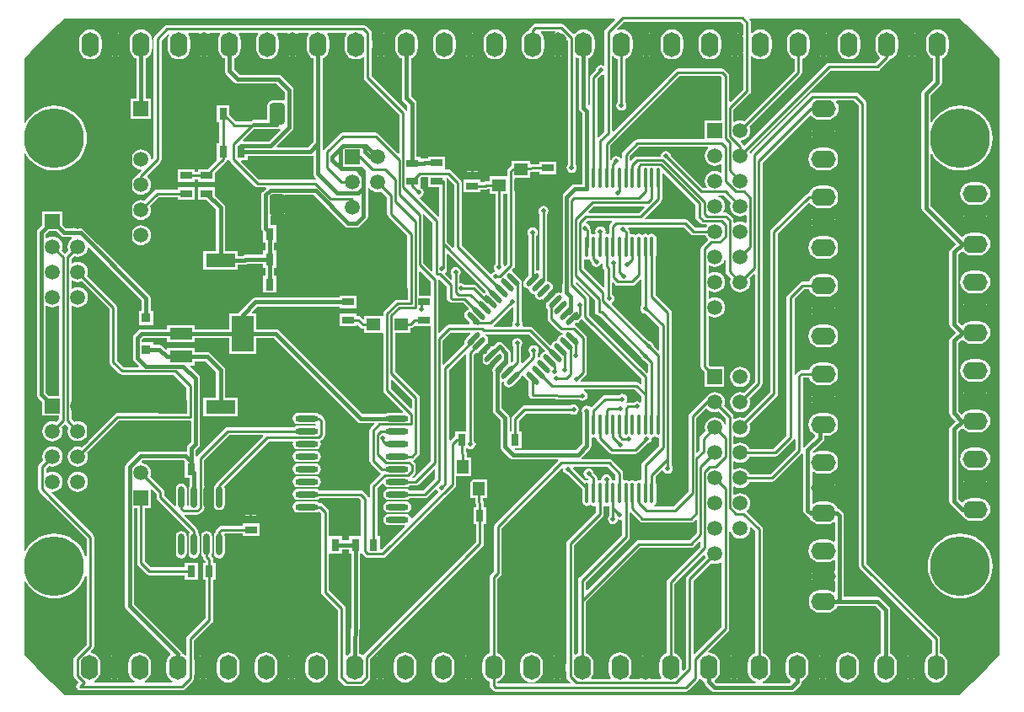
<source format=gtl>
G04 Layer_Physical_Order=1*
G04 Layer_Color=255*
%FSLAX25Y25*%
%MOIN*%
G70*
G01*
G75*
%ADD10R,0.03150X0.04724*%
%ADD11R,0.04724X0.03150*%
%ADD12R,0.03740X0.03543*%
%ADD13R,0.11811X0.05512*%
%ADD14R,0.08661X0.14173*%
%ADD15R,0.08800X0.04800*%
%ADD16O,0.09055X0.02362*%
%ADD17R,0.05512X0.04724*%
G04:AMPARAMS|DCode=18|XSize=62.99mil|YSize=86.22mil|CornerRadius=15.75mil|HoleSize=0mil|Usage=FLASHONLY|Rotation=0.000|XOffset=0mil|YOffset=0mil|HoleType=Round|Shape=RoundedRectangle|*
%AMROUNDEDRECTD18*
21,1,0.06299,0.05472,0,0,0.0*
21,1,0.03150,0.08622,0,0,0.0*
1,1,0.03150,0.01575,-0.02736*
1,1,0.03150,-0.01575,-0.02736*
1,1,0.03150,-0.01575,0.02736*
1,1,0.03150,0.01575,0.02736*
%
%ADD18ROUNDEDRECTD18*%
%ADD19O,0.02362X0.08661*%
G04:AMPARAMS|DCode=20|XSize=21.65mil|YSize=64.96mil|CornerRadius=0mil|HoleSize=0mil|Usage=FLASHONLY|Rotation=135.000|XOffset=0mil|YOffset=0mil|HoleType=Round|Shape=Round|*
%AMOVALD20*
21,1,0.04331,0.02165,0.00000,0.00000,225.0*
1,1,0.02165,0.01531,0.01531*
1,1,0.02165,-0.01531,-0.01531*
%
%ADD20OVALD20*%

G04:AMPARAMS|DCode=21|XSize=21.65mil|YSize=64.96mil|CornerRadius=0mil|HoleSize=0mil|Usage=FLASHONLY|Rotation=45.000|XOffset=0mil|YOffset=0mil|HoleType=Round|Shape=Round|*
%AMOVALD21*
21,1,0.04331,0.02165,0.00000,0.00000,135.0*
1,1,0.02165,0.01531,-0.01531*
1,1,0.02165,-0.01531,0.01531*
%
%ADD21OVALD21*%

%ADD22O,0.01378X0.08268*%
%ADD23R,0.05512X0.04724*%
%ADD24R,0.04724X0.05512*%
%ADD25C,0.01500*%
%ADD26C,0.01000*%
%ADD27O,0.06890X0.09842*%
%ADD28C,0.05905*%
%ADD29R,0.05905X0.05905*%
%ADD30O,0.09842X0.06890*%
%ADD31C,0.23622*%
%ADD32C,0.01968*%
G36*
X105119Y227742D02*
X100561Y223184D01*
X90601D01*
X90409Y223646D01*
X94634Y227871D01*
X104000D01*
X104585Y227987D01*
X104800Y228131D01*
X105119Y227742D01*
D02*
G37*
G36*
X253916Y106047D02*
X254575Y105916D01*
X254584Y105918D01*
X254971Y105600D01*
Y102677D01*
X248375Y96081D01*
X248044Y95585D01*
X247927Y95000D01*
Y89261D01*
X247427Y88979D01*
X246898Y89084D01*
X246239Y88953D01*
X246010Y88801D01*
X245618Y88610D01*
X245226Y88801D01*
X244998Y88953D01*
X244339Y89084D01*
X243680Y88953D01*
X243121Y88580D01*
X242997D01*
X242439Y88953D01*
X241779Y89084D01*
X241250Y88979D01*
X240750Y89261D01*
Y91780D01*
X240633Y92365D01*
X240302Y92861D01*
X236181Y96981D01*
X235685Y97313D01*
X235100Y97429D01*
X224344D01*
X224244Y97574D01*
X224153Y97929D01*
X227687Y101463D01*
X227687Y101463D01*
X228074Y102042D01*
X228209Y102725D01*
X228209Y102725D01*
Y105569D01*
X228710Y105970D01*
X228984Y105916D01*
X229514Y106021D01*
X230014Y105739D01*
Y105615D01*
X230130Y105030D01*
X230462Y104534D01*
X235077Y99919D01*
X235574Y99587D01*
X236159Y99471D01*
X245500D01*
X246085Y99587D01*
X246581Y99919D01*
X250075Y103412D01*
X250674Y103531D01*
X251331Y103969D01*
X251769Y104626D01*
X251923Y105400D01*
X251910Y105466D01*
X252318Y105976D01*
X252675Y106047D01*
X253233Y106420D01*
X253357D01*
X253916Y106047D01*
D02*
G37*
G36*
X164571Y167588D02*
Y162118D01*
X160029D01*
Y171476D01*
X160491Y171667D01*
X164571Y167588D01*
D02*
G37*
G36*
X171249Y208688D02*
X173771Y206167D01*
Y181381D01*
X173784Y181313D01*
X173324Y181066D01*
X171029Y183361D01*
Y207457D01*
X170913Y208042D01*
X170862Y208118D01*
X170999Y208641D01*
X171070Y208708D01*
X171249Y208688D01*
D02*
G37*
G36*
X308517Y105250D02*
X308771Y105168D01*
Y101268D01*
X299000Y91496D01*
X290645D01*
X290453Y91960D01*
X289819Y92786D01*
X288993Y93420D01*
X288032Y93818D01*
X287000Y93954D01*
X285968Y93818D01*
X285007Y93420D01*
X284778Y93244D01*
X284329Y93465D01*
Y96469D01*
X284778Y96690D01*
X285007Y96514D01*
X285968Y96116D01*
X287000Y95980D01*
X288032Y96116D01*
X288993Y96514D01*
X289819Y97148D01*
X290453Y97974D01*
X290645Y98438D01*
X300967D01*
X301552Y98554D01*
X302048Y98886D01*
X307981Y104819D01*
X308271Y105251D01*
X308517Y105250D01*
D02*
G37*
G36*
X186378Y163686D02*
X186213Y163144D01*
X185850Y163072D01*
X185707Y162976D01*
X182616Y166066D01*
X182120Y166398D01*
X181535Y166514D01*
X177983D01*
X177474Y166854D01*
X176700Y167008D01*
X176416Y166952D01*
X176029Y167269D01*
Y170117D01*
X176369Y170626D01*
X176523Y171400D01*
X176369Y172174D01*
X175931Y172831D01*
X175274Y173269D01*
X174500Y173423D01*
X173726Y173269D01*
X173069Y172831D01*
X172631Y172174D01*
X172477Y171400D01*
X172631Y170626D01*
X172971Y170117D01*
Y168710D01*
X172509Y168519D01*
X170366Y170661D01*
X170415Y171159D01*
X170431Y171169D01*
X170869Y171826D01*
X171023Y172600D01*
X170976Y172834D01*
X171029Y173100D01*
Y178381D01*
X171491Y178573D01*
X186378Y163686D01*
D02*
G37*
G36*
X273080Y59461D02*
X273149Y58935D01*
X273341Y58471D01*
X265919Y51048D01*
X265587Y50552D01*
X265471Y49967D01*
Y14833D01*
X264483Y13846D01*
X263983Y14053D01*
Y16476D01*
X263830Y17637D01*
X263383Y18718D01*
X262670Y19647D01*
X261742Y20359D01*
X261029Y20654D01*
Y48118D01*
X272552Y59640D01*
X273080Y59461D01*
D02*
G37*
G36*
X271419Y64853D02*
Y62833D01*
X258419Y49833D01*
X258087Y49336D01*
X257971Y48751D01*
Y20654D01*
X257258Y20359D01*
X256330Y19647D01*
X255617Y18718D01*
X255170Y17637D01*
X255017Y16476D01*
Y13524D01*
X255170Y12363D01*
X255617Y11282D01*
X255927Y10878D01*
X255706Y10429D01*
X251624D01*
X251455Y10929D01*
X251817Y11207D01*
X252337Y11886D01*
X252664Y12676D01*
X252776Y13524D01*
Y14500D01*
X249500D01*
X246224D01*
Y13524D01*
X246336Y12676D01*
X246663Y11886D01*
X247183Y11207D01*
X247545Y10929D01*
X247376Y10429D01*
X243294D01*
X243073Y10878D01*
X243383Y11282D01*
X243830Y12363D01*
X243983Y13524D01*
Y16476D01*
X243830Y17637D01*
X243383Y18718D01*
X242670Y19647D01*
X241742Y20359D01*
X240660Y20807D01*
X239500Y20960D01*
X238340Y20807D01*
X237258Y20359D01*
X236330Y19647D01*
X235617Y18718D01*
X235170Y17637D01*
X235017Y16476D01*
Y13524D01*
X235170Y12363D01*
X235617Y11282D01*
X235928Y10878D01*
X235706Y10429D01*
X228294D01*
X228073Y10878D01*
X228383Y11282D01*
X228831Y12363D01*
X228983Y13524D01*
Y16476D01*
X228831Y17637D01*
X228383Y18718D01*
X227670Y19647D01*
X226742Y20359D01*
X226029Y20654D01*
Y40867D01*
X247484Y62321D01*
X267600D01*
X268185Y62437D01*
X268681Y62769D01*
X270957Y65045D01*
X271419Y64853D01*
D02*
G37*
G36*
X236407Y191309D02*
X235580Y190481D01*
X235248Y189985D01*
X235132Y189400D01*
Y186761D01*
X234632Y186479D01*
X234102Y186584D01*
X234082Y186580D01*
X233680Y187010D01*
X233777Y187500D01*
X233623Y188274D01*
X233185Y188931D01*
X232528Y189369D01*
X231754Y189523D01*
X230980Y189369D01*
X230324Y188931D01*
X229885Y188274D01*
X229731Y187500D01*
X229854Y186882D01*
X229834Y186841D01*
X229539Y186533D01*
X229461Y186489D01*
X228984Y186584D01*
X228529Y186494D01*
X228029Y186811D01*
Y187900D01*
X227913Y188485D01*
X227703Y188799D01*
X227569Y189474D01*
X227131Y190131D01*
X226474Y190569D01*
X226111Y190641D01*
X225947Y191184D01*
X226534Y191771D01*
X236216D01*
X236407Y191309D01*
D02*
G37*
G36*
X247319Y72719D02*
X247815Y72387D01*
X248400Y72271D01*
X267600D01*
X268185Y72387D01*
X268681Y72719D01*
X269359Y73396D01*
X269821Y73205D01*
Y68234D01*
X266967Y65380D01*
X246850D01*
X246265Y65263D01*
X245769Y64932D01*
X226491Y45654D01*
X226029Y45846D01*
Y48766D01*
X242861Y65598D01*
X243193Y66094D01*
X243309Y66680D01*
Y76075D01*
X243771Y76266D01*
X247319Y72719D01*
D02*
G37*
G36*
X194871Y174634D02*
X194051Y173813D01*
X193508Y173978D01*
X193469Y174174D01*
X193199Y174579D01*
Y202488D01*
X194871D01*
Y174634D01*
D02*
G37*
G36*
X178671Y138654D02*
Y108362D01*
X174382D01*
Y106446D01*
X174215Y106413D01*
X173719Y106081D01*
X172429Y104792D01*
X171929Y104999D01*
Y132566D01*
X178209Y138846D01*
X178671Y138654D01*
D02*
G37*
G36*
X274325Y220397D02*
X274181Y220286D01*
X273547Y219460D01*
X273149Y218499D01*
X273013Y217467D01*
X273149Y216435D01*
X273547Y215474D01*
X274181Y214648D01*
X275007Y214014D01*
X275968Y213616D01*
X277000Y213480D01*
X278032Y213616D01*
X278993Y214014D01*
X279222Y214190D01*
X279671Y213969D01*
Y210965D01*
X279222Y210744D01*
X278993Y210920D01*
X278032Y211318D01*
X277000Y211454D01*
X275968Y211318D01*
X275007Y210920D01*
X274181Y210286D01*
X273547Y209460D01*
X273149Y208499D01*
X273013Y207467D01*
X273149Y206435D01*
X273547Y205474D01*
X273774Y205178D01*
X273553Y204729D01*
X272234D01*
X259588Y217374D01*
X259469Y217974D01*
X259031Y218631D01*
X258374Y219069D01*
X257600Y219223D01*
X256826Y219069D01*
X256169Y218631D01*
X255731Y217974D01*
X255577Y217200D01*
X255519Y217129D01*
X246139D01*
X245553Y217013D01*
X245057Y216681D01*
X243771Y215395D01*
X243309Y215587D01*
Y217146D01*
X247034Y220871D01*
X274165D01*
X274325Y220397D01*
D02*
G37*
G36*
X166271Y93253D02*
Y89733D01*
X161566Y85029D01*
X156361D01*
X156332Y85072D01*
X155611Y85554D01*
X154760Y85724D01*
X148067D01*
X147216Y85554D01*
X146494Y85072D01*
X146012Y84351D01*
X145843Y83500D01*
X146012Y82649D01*
X146494Y81928D01*
X147216Y81445D01*
X148067Y81276D01*
X154760D01*
X155611Y81445D01*
X156332Y81928D01*
X156361Y81971D01*
X162200D01*
X162785Y82087D01*
X163281Y82419D01*
X166433Y85570D01*
X166911Y85425D01*
X166931Y85326D01*
X167369Y84669D01*
X167544Y84553D01*
X167593Y84056D01*
X157418Y73881D01*
X156875Y74045D01*
X156814Y74351D01*
X156332Y75072D01*
X155611Y75555D01*
X154760Y75724D01*
X148067D01*
X147216Y75555D01*
X146494Y75072D01*
X146012Y74351D01*
X145843Y73500D01*
X146012Y72649D01*
X146494Y71927D01*
X147216Y71446D01*
X148067Y71276D01*
X154106D01*
X154313Y70776D01*
X145118Y61581D01*
X144618Y61788D01*
Y66862D01*
X143572D01*
Y85909D01*
X145521Y87858D01*
X146000Y87713D01*
X146012Y87649D01*
X146494Y86927D01*
X147216Y86445D01*
X148067Y86276D01*
X154760D01*
X155611Y86445D01*
X156332Y86927D01*
X156361Y86971D01*
X158701D01*
X159287Y87087D01*
X159783Y87419D01*
X165809Y93444D01*
X166271Y93253D01*
D02*
G37*
G36*
X165371Y191153D02*
Y171767D01*
X164909Y171575D01*
X161629Y174855D01*
Y194041D01*
X161593Y194223D01*
X162054Y194469D01*
X165371Y191153D01*
D02*
G37*
G36*
X132382Y60138D02*
X133173D01*
Y39673D01*
X132819Y20591D01*
X132258Y20359D01*
X131429Y19723D01*
X130929Y19877D01*
Y38200D01*
X130813Y38785D01*
X130481Y39281D01*
X124329Y45434D01*
Y59695D01*
X124468Y60138D01*
X129618D01*
Y61716D01*
X132382D01*
Y60138D01*
D02*
G37*
G36*
X233271Y249199D02*
Y227133D01*
X230976Y224838D01*
X230514Y225030D01*
Y247651D01*
X232074Y249212D01*
X232674Y249331D01*
X232830Y249435D01*
X233271Y249199D01*
D02*
G37*
G36*
X216901Y93622D02*
X216877Y93500D01*
X217031Y92726D01*
X217469Y92069D01*
X218126Y91631D01*
X218725Y91512D01*
X224703Y85534D01*
Y80472D01*
X224834Y79813D01*
X225207Y79255D01*
X225766Y78881D01*
X226425Y78750D01*
X227084Y78881D01*
X227313Y79034D01*
X227705Y79225D01*
X228097Y79034D01*
X228325Y78881D01*
X228984Y78750D01*
X229514Y78856D01*
X230014Y78574D01*
Y76277D01*
X218719Y64981D01*
X218387Y64485D01*
X218271Y63900D01*
Y16551D01*
X217771Y16518D01*
X217664Y17324D01*
X217337Y18114D01*
X216816Y18793D01*
X216138Y19313D01*
X215348Y19641D01*
X215000Y19687D01*
Y15000D01*
Y10313D01*
X215348Y10359D01*
X216138Y10687D01*
X216816Y11207D01*
X217337Y11886D01*
X217664Y12676D01*
X217771Y13482D01*
X218271Y13449D01*
Y11300D01*
X218387Y10715D01*
X218719Y10219D01*
X219946Y8991D01*
X219754Y8529D01*
X191029D01*
Y9346D01*
X191742Y9641D01*
X192670Y10353D01*
X193383Y11282D01*
X193831Y12363D01*
X193983Y13524D01*
Y16476D01*
X193831Y17637D01*
X193383Y18718D01*
X192670Y19647D01*
X191742Y20359D01*
X191029Y20654D01*
Y49966D01*
X192281Y51219D01*
X192613Y51715D01*
X192729Y52300D01*
Y70157D01*
X216440Y93868D01*
X216901Y93622D01*
D02*
G37*
G36*
X225766Y176381D02*
X226425Y176250D01*
X227084Y176381D01*
X227096Y176389D01*
X227490Y176226D01*
X227583Y176113D01*
X227903Y175634D01*
X228213Y175324D01*
X228332Y174724D01*
X228771Y174068D01*
X229427Y173629D01*
X230201Y173476D01*
X230976Y173629D01*
X231632Y174068D01*
X232070Y174724D01*
X232073Y174737D01*
X232573Y174688D01*
Y173690D01*
X232689Y173105D01*
X233021Y172609D01*
X233271Y172359D01*
Y165546D01*
X232809Y165354D01*
X225129Y173033D01*
Y176206D01*
X225629Y176473D01*
X225766Y176381D01*
D02*
G37*
G36*
X18238Y185738D02*
X18817Y185352D01*
X19500Y185216D01*
X22528D01*
X22698Y184716D01*
X22181Y184319D01*
X21547Y183493D01*
X21149Y182532D01*
X21013Y181500D01*
X21149Y180468D01*
X21341Y180004D01*
X20000Y178663D01*
X18659Y180004D01*
X18851Y180468D01*
X18987Y181500D01*
X18851Y182532D01*
X18453Y183493D01*
X17819Y184319D01*
X16993Y184953D01*
X16032Y185351D01*
X15000Y185487D01*
X13968Y185351D01*
X13007Y184953D01*
X12833Y184819D01*
X12384Y185040D01*
Y186361D01*
X13571Y187547D01*
X16429D01*
X18238Y185738D01*
D02*
G37*
G36*
X237597Y271260D02*
X233719Y267381D01*
X233387Y266885D01*
X233271Y266300D01*
Y253201D01*
X232830Y252965D01*
X232674Y253069D01*
X231900Y253223D01*
X231126Y253069D01*
X230469Y252631D01*
X230031Y251974D01*
X229912Y251375D01*
X227903Y249366D01*
X227571Y248869D01*
X227455Y248284D01*
Y237622D01*
X226955Y237372D01*
X226784Y237500D01*
Y255952D01*
X227242Y256141D01*
X228170Y256854D01*
X228883Y257782D01*
X229330Y258863D01*
X229483Y260024D01*
Y262976D01*
X229330Y264137D01*
X228883Y265218D01*
X228170Y266146D01*
X227242Y266859D01*
X226160Y267307D01*
X225000Y267460D01*
X223840Y267307D01*
X222758Y266859D01*
X221830Y266146D01*
X221490Y265704D01*
X220991Y265671D01*
X217481Y269181D01*
X216985Y269513D01*
X216400Y269629D01*
X206000D01*
X205415Y269513D01*
X204919Y269181D01*
X203919Y268181D01*
X203587Y267685D01*
X203482Y267159D01*
X202758Y266859D01*
X201830Y266146D01*
X201117Y265218D01*
X200670Y264137D01*
X200517Y262976D01*
Y260024D01*
X200670Y258863D01*
X201117Y257782D01*
X201830Y256854D01*
X202758Y256141D01*
X203840Y255693D01*
X205000Y255540D01*
X206160Y255693D01*
X207242Y256141D01*
X208170Y256854D01*
X208883Y257782D01*
X209331Y258863D01*
X209483Y260024D01*
Y262976D01*
X209331Y264137D01*
X208883Y265218D01*
X208228Y266071D01*
X208359Y266571D01*
X213883D01*
X213983Y266071D01*
X213362Y265813D01*
X212684Y265293D01*
X212163Y264614D01*
X211836Y263824D01*
X211724Y262976D01*
Y262000D01*
X218276D01*
Y262976D01*
X218743Y263257D01*
X218871Y263175D01*
Y213983D01*
X218531Y213474D01*
X218377Y212700D01*
X218531Y211926D01*
X218969Y211269D01*
X219626Y210831D01*
X220400Y210677D01*
X221174Y210831D01*
X221831Y211269D01*
X222269Y211926D01*
X222423Y212700D01*
X222269Y213474D01*
X221929Y213983D01*
Y256212D01*
X222378Y256433D01*
X222758Y256141D01*
X223216Y255952D01*
Y236525D01*
X223352Y235842D01*
X223738Y235263D01*
X224641Y234361D01*
Y208583D01*
Y206184D01*
X221680D01*
X221680Y206184D01*
X220997Y206048D01*
X220419Y205662D01*
X216979Y202222D01*
X216592Y201643D01*
X216456Y200960D01*
Y163468D01*
X216361Y163345D01*
X216157Y163180D01*
X215988Y163104D01*
X215337Y163233D01*
X214524Y163072D01*
X214462Y163030D01*
X214012Y163331D01*
X214013Y163337D01*
X213981Y163500D01*
X211932Y161452D01*
X209884Y159404D01*
X210048Y159372D01*
X210054Y159373D01*
X210355Y158923D01*
X210313Y158860D01*
X210151Y158048D01*
X210313Y157235D01*
X210771Y156550D01*
Y153100D01*
X210887Y152515D01*
X211219Y152019D01*
X215319Y147919D01*
X215815Y147587D01*
X216400Y147471D01*
X216489D01*
X216900Y146971D01*
X216833Y146634D01*
X216729Y146530D01*
X215916Y146368D01*
X215227Y145908D01*
X214767Y145219D01*
X214605Y144407D01*
X214502Y144303D01*
X213689Y144141D01*
X213000Y143681D01*
X212540Y142992D01*
X212468Y142629D01*
X211925Y142465D01*
X205008Y149381D01*
X204512Y149713D01*
X203927Y149829D01*
X201260D01*
X200849Y150329D01*
X200923Y150700D01*
X200769Y151474D01*
X200429Y151983D01*
Y165895D01*
X200595Y166144D01*
X200757Y166956D01*
X200595Y167769D01*
X200135Y168458D01*
X197073Y171520D01*
X196807Y171697D01*
X196758Y172195D01*
X197481Y172919D01*
X197813Y173415D01*
X197929Y174000D01*
Y203685D01*
X199831D01*
Y205850D01*
Y208016D01*
X197929D01*
Y208787D01*
X204087D01*
Y210887D01*
X205848Y211014D01*
X207638D01*
Y209968D01*
X214362D01*
Y215118D01*
X207638D01*
Y214072D01*
X205793D01*
X205739Y214061D01*
X205684Y214068D01*
X204453Y213980D01*
X204087Y214320D01*
Y215512D01*
X196575D01*
Y213536D01*
X196119Y213231D01*
X195319Y212431D01*
X194987Y211935D01*
X194871Y211350D01*
Y209213D01*
X187913D01*
Y207380D01*
X186493D01*
X185908Y207263D01*
X185494Y206986D01*
X184362D01*
Y208032D01*
X177638D01*
Y202882D01*
X184362D01*
Y203928D01*
X186100D01*
X186685Y204044D01*
X187100Y204321D01*
X187913D01*
Y202488D01*
X190140D01*
Y174786D01*
X189731Y174174D01*
X189577Y173400D01*
X189731Y172626D01*
X190088Y172091D01*
X189988Y171677D01*
X189905Y171545D01*
X189526Y171469D01*
X188869Y171031D01*
X188665Y170725D01*
X188168Y170676D01*
X176829Y182015D01*
Y206800D01*
X176713Y207385D01*
X176381Y207881D01*
X172681Y211581D01*
X172185Y211913D01*
X171600Y212029D01*
X170362D01*
Y217118D01*
X163638D01*
Y216327D01*
X162100D01*
X161597Y216227D01*
X160562D01*
Y217018D01*
X158984D01*
Y238000D01*
X158984Y238000D01*
X158849Y238683D01*
X158462Y239262D01*
X156784Y240939D01*
Y255952D01*
X157242Y256141D01*
X158170Y256854D01*
X158883Y257782D01*
X159330Y258863D01*
X159483Y260024D01*
Y262976D01*
X159330Y264137D01*
X158883Y265218D01*
X158170Y266146D01*
X157242Y266859D01*
X156160Y267307D01*
X155000Y267460D01*
X153840Y267307D01*
X152758Y266859D01*
X151830Y266146D01*
X151117Y265218D01*
X150670Y264137D01*
X150517Y262976D01*
Y260024D01*
X150670Y258863D01*
X151117Y257782D01*
X151830Y256854D01*
X152758Y256141D01*
X153216Y255952D01*
Y240200D01*
X153351Y239517D01*
X153738Y238938D01*
X155416Y237261D01*
Y235291D01*
X154916Y235139D01*
X154821Y235281D01*
X141229Y248873D01*
Y259949D01*
X141729Y259982D01*
X141836Y259176D01*
X142163Y258386D01*
X142683Y257707D01*
X143362Y257187D01*
X144152Y256859D01*
X144500Y256813D01*
Y261500D01*
Y266187D01*
X144152Y266141D01*
X143362Y265813D01*
X142683Y265293D01*
X142163Y264614D01*
X141836Y263824D01*
X141729Y263018D01*
X141229Y263051D01*
Y265900D01*
X141113Y266485D01*
X140781Y266981D01*
X139081Y268681D01*
X138585Y269013D01*
X138000Y269129D01*
X60400D01*
X59815Y269013D01*
X59319Y268681D01*
X55519Y264881D01*
X55187Y264385D01*
X55071Y263800D01*
Y216533D01*
X54439Y215902D01*
X53969Y216139D01*
X53851Y217032D01*
X53453Y217993D01*
X52819Y218819D01*
X51993Y219453D01*
X51032Y219851D01*
X50000Y219987D01*
X48968Y219851D01*
X48007Y219453D01*
X47181Y218819D01*
X46547Y217993D01*
X46149Y217032D01*
X46013Y216000D01*
X46149Y214968D01*
X46547Y214007D01*
X47181Y213181D01*
X48007Y212547D01*
X48968Y212149D01*
X49861Y212031D01*
X50098Y211561D01*
X48919Y210381D01*
X48587Y209885D01*
X48545Y209676D01*
X48007Y209453D01*
X47181Y208819D01*
X46547Y207993D01*
X46149Y207032D01*
X46013Y206000D01*
X46149Y204968D01*
X46547Y204007D01*
X47181Y203181D01*
X48007Y202547D01*
X48968Y202149D01*
X50000Y202013D01*
X51032Y202149D01*
X51993Y202547D01*
X52819Y203181D01*
X53453Y204007D01*
X53851Y204968D01*
X53987Y206000D01*
X53851Y207032D01*
X53453Y207993D01*
X52819Y208819D01*
X52477Y209082D01*
X52444Y209581D01*
X57681Y214819D01*
X58013Y215315D01*
X58129Y215900D01*
Y263166D01*
X60776Y265813D01*
X60925Y265788D01*
X61139Y265246D01*
X61117Y265218D01*
X60669Y264137D01*
X60517Y262976D01*
Y260024D01*
X60669Y258863D01*
X61117Y257782D01*
X61830Y256854D01*
X62758Y256141D01*
X63840Y255693D01*
X65000Y255540D01*
X66160Y255693D01*
X67242Y256141D01*
X68170Y256854D01*
X68883Y257782D01*
X69331Y258863D01*
X69483Y260024D01*
Y262976D01*
X69331Y264137D01*
X68883Y265218D01*
X68572Y265622D01*
X68794Y266071D01*
X72876D01*
X73045Y265571D01*
X72684Y265293D01*
X72163Y264614D01*
X71836Y263824D01*
X71724Y262976D01*
Y262000D01*
X78276D01*
Y262976D01*
X78164Y263824D01*
X77837Y264614D01*
X77316Y265293D01*
X76955Y265571D01*
X77124Y266071D01*
X81206D01*
X81428Y265622D01*
X81117Y265218D01*
X80669Y264137D01*
X80517Y262976D01*
Y260024D01*
X80669Y258863D01*
X81117Y257782D01*
X81830Y256854D01*
X82758Y256141D01*
X83216Y255952D01*
Y251000D01*
X83351Y250317D01*
X83738Y249738D01*
X87038Y246438D01*
X87038Y246438D01*
X87617Y246052D01*
X88300Y245916D01*
X103661D01*
X106816Y242761D01*
Y239550D01*
X106400Y239272D01*
X106247Y239335D01*
X105575Y239424D01*
X102425D01*
X101753Y239335D01*
X101127Y239076D01*
X100589Y238663D01*
X100176Y238125D01*
X99917Y237499D01*
X99828Y236827D01*
Y231529D01*
X94600D01*
X94015Y231413D01*
X93519Y231081D01*
X93366Y230929D01*
X87691D01*
X85032Y233588D01*
Y237362D01*
X79882D01*
Y230638D01*
X80928D01*
Y222362D01*
X79882D01*
Y215638D01*
X79882Y215638D01*
X79882D01*
X79577Y215283D01*
X76412Y212118D01*
X72638D01*
Y211072D01*
X71362D01*
Y212118D01*
X64638D01*
Y206968D01*
X71362D01*
Y208014D01*
X72638D01*
Y206968D01*
X79362D01*
Y210742D01*
X83538Y214919D01*
X83870Y215415D01*
X83914Y215638D01*
X85032D01*
X85324Y215259D01*
X85619Y214819D01*
X95019Y205419D01*
X95515Y205087D01*
X96100Y204971D01*
X99240D01*
X99447Y204471D01*
X98138Y203162D01*
X97751Y202583D01*
X97616Y201900D01*
Y188857D01*
X97751Y188174D01*
X98138Y187595D01*
X98382Y187352D01*
Y183138D01*
X99173D01*
Y179862D01*
X98382D01*
Y178284D01*
X91400D01*
X91400Y178284D01*
X90717Y178148D01*
X90172Y177784D01*
X88354D01*
Y179756D01*
X83233D01*
Y197008D01*
X83233Y197008D01*
X83097Y197691D01*
X82711Y198270D01*
X79362Y201618D01*
Y205032D01*
X72638D01*
Y199882D01*
X76052D01*
X79665Y196269D01*
Y179756D01*
X74543D01*
Y172244D01*
X88354D01*
Y174216D01*
X90900D01*
X91583Y174352D01*
X92128Y174716D01*
X98382D01*
Y173138D01*
X99173D01*
Y169862D01*
X98382D01*
Y163138D01*
X103532D01*
Y169862D01*
X102741D01*
Y173138D01*
X103532D01*
Y179862D01*
X102741D01*
Y183138D01*
X103532D01*
Y189862D01*
X101184D01*
Y193744D01*
X101684Y194011D01*
X101888Y193875D01*
X102425Y193768D01*
X103500D01*
Y197909D01*
X104000D01*
Y198409D01*
X106980D01*
Y200646D01*
X106873Y201183D01*
X106718Y201416D01*
X106985Y201916D01*
X118361D01*
X130738Y189538D01*
X130738Y189538D01*
X131317Y189152D01*
X132000Y189016D01*
X135300D01*
X135983Y189152D01*
X136562Y189538D01*
X139262Y192238D01*
X139262Y192238D01*
X139648Y192817D01*
X139784Y193500D01*
X139784Y193500D01*
Y204528D01*
X140284Y204698D01*
X140681Y204181D01*
X141507Y203547D01*
X142468Y203149D01*
X143500Y203013D01*
X144532Y203149D01*
X144996Y203341D01*
X147371Y200967D01*
Y194488D01*
X147487Y193903D01*
X147819Y193406D01*
X155371Y185854D01*
Y164771D01*
X153500D01*
Y162606D01*
X153000D01*
Y162106D01*
X150441D01*
Y160441D01*
X150441Y160441D01*
X150326Y159989D01*
X146319Y155981D01*
X145987Y155485D01*
X145871Y154900D01*
Y154409D01*
X145756Y153956D01*
X145371Y153956D01*
X138244D01*
Y153029D01*
X137782Y152838D01*
X137081Y153538D01*
X136585Y153870D01*
X136000Y153986D01*
X135362D01*
Y155032D01*
X128638D01*
Y149882D01*
X135362D01*
Y150225D01*
X135862Y150432D01*
X136782Y149513D01*
X137278Y149181D01*
X137863Y149065D01*
X138244D01*
Y147232D01*
X145371D01*
X145756Y147232D01*
X145871Y146780D01*
Y124639D01*
X145987Y124054D01*
X146319Y123558D01*
X153691Y116186D01*
X153499Y115724D01*
X148067D01*
X147216Y115554D01*
X146811Y115284D01*
X137539D01*
X104562Y148262D01*
X103983Y148649D01*
X103300Y148784D01*
X95531D01*
Y155087D01*
X94064D01*
X93873Y155548D01*
X96083Y157759D01*
X128638D01*
Y156968D01*
X135362D01*
Y162118D01*
X128638D01*
Y161327D01*
X95344D01*
X94661Y161191D01*
X94082Y160805D01*
X88939Y155662D01*
X88555Y155087D01*
X84870D01*
Y148784D01*
X71200D01*
Y150400D01*
X60400D01*
Y148784D01*
X50300D01*
X49617Y148649D01*
X49038Y148262D01*
X49038Y148262D01*
X47338Y146562D01*
X46951Y145983D01*
X46816Y145300D01*
Y137500D01*
X46951Y136817D01*
X47338Y136238D01*
X49285Y134291D01*
X49094Y133829D01*
X43134D01*
X40529Y136433D01*
Y157500D01*
X40413Y158085D01*
X40081Y158581D01*
X28659Y170004D01*
X28851Y170468D01*
X28987Y171500D01*
X28851Y172532D01*
X28453Y173493D01*
X27819Y174319D01*
X26993Y174953D01*
X26032Y175351D01*
X25000Y175487D01*
X23968Y175351D01*
X23007Y174953D01*
X22878Y174854D01*
X22429Y175075D01*
Y176767D01*
X23504Y177841D01*
X23968Y177649D01*
X25000Y177513D01*
X26032Y177649D01*
X26993Y178047D01*
X27819Y178681D01*
X28453Y179507D01*
X28851Y180468D01*
X28915Y180955D01*
X29443Y181134D01*
X50216Y160361D01*
Y155973D01*
X49130D01*
Y150429D01*
X54870D01*
Y155973D01*
X53784D01*
Y161100D01*
X53649Y161783D01*
X53262Y162362D01*
X27362Y188262D01*
X26783Y188648D01*
X26630Y188679D01*
X26539Y189207D01*
X26965Y189534D01*
X27407Y190110D01*
X27685Y190781D01*
X27714Y191000D01*
X25000D01*
X22286D01*
X22315Y190781D01*
X22593Y190110D01*
X23034Y189534D01*
X23360Y189284D01*
X23191Y188784D01*
X20239D01*
X18953Y190071D01*
Y195453D01*
X11047D01*
Y190071D01*
X9338Y188362D01*
X8952Y187783D01*
X8816Y187100D01*
Y122900D01*
X8952Y122217D01*
X9338Y121638D01*
X11047Y119929D01*
Y114547D01*
X17571D01*
Y113233D01*
X16496Y112159D01*
X16032Y112351D01*
X15000Y112487D01*
X13968Y112351D01*
X13007Y111953D01*
X12181Y111319D01*
X11547Y110493D01*
X11149Y109532D01*
X11013Y108500D01*
X11149Y107468D01*
X11547Y106507D01*
X12181Y105681D01*
X13007Y105047D01*
X13968Y104649D01*
X15000Y104513D01*
X16032Y104649D01*
X16993Y105047D01*
X17819Y105681D01*
X18453Y106507D01*
X18851Y107468D01*
X18987Y108500D01*
X18851Y109532D01*
X18659Y109996D01*
X20000Y111337D01*
X21341Y109996D01*
X21149Y109532D01*
X21013Y108500D01*
X21149Y107468D01*
X21547Y106507D01*
X22181Y105681D01*
X23007Y105047D01*
X23968Y104649D01*
X25000Y104513D01*
X26032Y104649D01*
X26993Y105047D01*
X27819Y105681D01*
X28453Y106507D01*
X28851Y107468D01*
X28987Y108500D01*
X28851Y109532D01*
X28453Y110493D01*
X27819Y111319D01*
X26993Y111953D01*
X26032Y112351D01*
X25000Y112487D01*
X23968Y112351D01*
X23504Y112159D01*
X22429Y113233D01*
Y116502D01*
X22929Y116671D01*
X23034Y116534D01*
X23610Y116093D01*
X24281Y115815D01*
X24500Y115786D01*
Y118500D01*
Y121214D01*
X24281Y121185D01*
X23610Y120907D01*
X23034Y120466D01*
X22929Y120329D01*
X22429Y120498D01*
Y157925D01*
X22878Y158146D01*
X23007Y158047D01*
X23968Y157649D01*
X25000Y157513D01*
X26032Y157649D01*
X26993Y158047D01*
X27819Y158681D01*
X28453Y159507D01*
X28851Y160468D01*
X28987Y161500D01*
X28851Y162532D01*
X28453Y163493D01*
X27819Y164319D01*
X26993Y164953D01*
X26032Y165351D01*
X25000Y165487D01*
X23968Y165351D01*
X23007Y164953D01*
X22878Y164854D01*
X22429Y165075D01*
Y167925D01*
X22878Y168146D01*
X23007Y168047D01*
X23968Y167649D01*
X25000Y167513D01*
X26032Y167649D01*
X26496Y167841D01*
X37471Y156867D01*
Y135800D01*
X37587Y135215D01*
X37919Y134719D01*
X41419Y131219D01*
X41915Y130887D01*
X42500Y130771D01*
X62866D01*
X68071Y125566D01*
Y120559D01*
X63051D01*
Y118000D01*
X62551D01*
Y117500D01*
X56842D01*
Y115629D01*
X40600D01*
X40015Y115513D01*
X39519Y115181D01*
X26496Y102159D01*
X26032Y102351D01*
X25000Y102487D01*
X23968Y102351D01*
X23007Y101953D01*
X22181Y101319D01*
X21547Y100493D01*
X21149Y99532D01*
X21013Y98500D01*
X21149Y97468D01*
X21547Y96507D01*
X22181Y95681D01*
X23007Y95047D01*
X23968Y94649D01*
X25000Y94513D01*
X26032Y94649D01*
X26993Y95047D01*
X27819Y95681D01*
X28453Y96507D01*
X28851Y97468D01*
X28987Y98500D01*
X28851Y99532D01*
X28659Y99996D01*
X41234Y112571D01*
X69600D01*
X69816Y112394D01*
Y104039D01*
X68695Y102919D01*
X68309Y102340D01*
X68173Y101657D01*
Y100764D01*
X67786Y100447D01*
X67600Y100484D01*
X50000D01*
X49317Y100348D01*
X48738Y99962D01*
X44238Y95462D01*
X43852Y94883D01*
X43716Y94200D01*
Y39200D01*
X43852Y38517D01*
X44238Y37938D01*
X61741Y20436D01*
X61708Y19937D01*
X61330Y19647D01*
X60617Y18718D01*
X60170Y17637D01*
X60017Y16476D01*
Y13524D01*
X60170Y12363D01*
X60617Y11282D01*
X61330Y10353D01*
X62258Y9641D01*
X62528Y9529D01*
X62428Y9029D01*
X51572D01*
X51472Y9529D01*
X51742Y9641D01*
X52670Y10353D01*
X53383Y11282D01*
X53830Y12363D01*
X53983Y13524D01*
Y16476D01*
X53830Y17637D01*
X53383Y18718D01*
X52670Y19647D01*
X51742Y20359D01*
X50660Y20807D01*
X49500Y20960D01*
X48340Y20807D01*
X47258Y20359D01*
X46330Y19647D01*
X45617Y18718D01*
X45169Y17637D01*
X45017Y16476D01*
Y13524D01*
X45169Y12363D01*
X45617Y11282D01*
X46330Y10353D01*
X47258Y9641D01*
X47528Y9529D01*
X47428Y9029D01*
X31572D01*
X31472Y9529D01*
X31742Y9641D01*
X32670Y10353D01*
X33383Y11282D01*
X33830Y12363D01*
X33983Y13524D01*
Y16476D01*
X33830Y17637D01*
X33383Y18718D01*
X32670Y19647D01*
X31742Y20359D01*
X30660Y20807D01*
X30256Y20860D01*
X30095Y21334D01*
X31081Y22320D01*
X31413Y22816D01*
X31529Y23402D01*
Y66500D01*
X31413Y67085D01*
X31081Y67581D01*
X15446Y83217D01*
X15446Y83217D01*
X14571Y84092D01*
X14792Y84540D01*
X15000Y84513D01*
X16032Y84649D01*
X16993Y85047D01*
X17819Y85681D01*
X18453Y86507D01*
X18851Y87468D01*
X18987Y88500D01*
X18851Y89532D01*
X18453Y90493D01*
X17819Y91319D01*
X16993Y91953D01*
X16032Y92351D01*
X15000Y92487D01*
X13968Y92351D01*
X13007Y91953D01*
X12927Y91891D01*
X12478Y92112D01*
Y93815D01*
X13504Y94841D01*
X13968Y94649D01*
X15000Y94513D01*
X16032Y94649D01*
X16993Y95047D01*
X17819Y95681D01*
X18453Y96507D01*
X18851Y97468D01*
X18987Y98500D01*
X18851Y99532D01*
X18453Y100493D01*
X17819Y101319D01*
X16993Y101953D01*
X16032Y102351D01*
X15000Y102487D01*
X13968Y102351D01*
X13007Y101953D01*
X12181Y101319D01*
X11547Y100493D01*
X11149Y99532D01*
X11013Y98500D01*
X11149Y97468D01*
X11341Y97004D01*
X9867Y95530D01*
X9536Y95034D01*
X9419Y94449D01*
Y85551D01*
X9536Y84966D01*
X9867Y84470D01*
X13283Y81054D01*
X13283Y81054D01*
X28471Y65867D01*
Y59145D01*
X27971Y59085D01*
X27970Y59089D01*
X27198Y60952D01*
X26144Y62672D01*
X24835Y64205D01*
X23301Y65515D01*
X21582Y66568D01*
X19719Y67340D01*
X17758Y67811D01*
X15748Y67969D01*
X13738Y67811D01*
X11777Y67340D01*
X9914Y66568D01*
X8195Y65515D01*
X6661Y64205D01*
X5352Y62672D01*
X4408Y61132D01*
X3908Y61273D01*
Y195422D01*
Y218255D01*
X4408Y218396D01*
X5352Y216856D01*
X6661Y215323D01*
X8195Y214013D01*
X9914Y212959D01*
X11777Y212188D01*
X13738Y211717D01*
X15748Y211559D01*
X17758Y211717D01*
X19719Y212188D01*
X21582Y212959D01*
X23301Y214013D01*
X24835Y215323D01*
X26144Y216856D01*
X27198Y218575D01*
X27970Y220438D01*
X28440Y222399D01*
X28599Y224409D01*
X28440Y226420D01*
X27970Y228380D01*
X27198Y230243D01*
X26144Y231963D01*
X24835Y233496D01*
X23301Y234806D01*
X21582Y235859D01*
X19719Y236631D01*
X17758Y237102D01*
X15748Y237260D01*
X13738Y237102D01*
X11777Y236631D01*
X9914Y235859D01*
X8195Y234806D01*
X6661Y233496D01*
X5352Y231963D01*
X4408Y230423D01*
X3908Y230564D01*
Y255802D01*
X8699Y260913D01*
X14717Y266931D01*
X19828Y271722D01*
X237406D01*
X237597Y271260D01*
D02*
G37*
G36*
X292971Y68967D02*
Y20654D01*
X292258Y20359D01*
X291330Y19647D01*
X290617Y18718D01*
X290170Y17637D01*
X290017Y16476D01*
Y13524D01*
X290170Y12363D01*
X290617Y11282D01*
X291330Y10353D01*
X292258Y9641D01*
X293120Y9284D01*
X293020Y8784D01*
X277639D01*
X277033Y9391D01*
X277065Y9889D01*
X277670Y10353D01*
X278383Y11282D01*
X278831Y12363D01*
X278983Y13524D01*
Y16476D01*
X278831Y17637D01*
X278383Y18718D01*
X277670Y19647D01*
X276742Y20359D01*
X275660Y20807D01*
X274615Y20944D01*
X274364Y21402D01*
X282281Y29319D01*
X282613Y29815D01*
X282729Y30400D01*
Y68642D01*
X283229Y68741D01*
X283547Y67974D01*
X284181Y67148D01*
X285007Y66514D01*
X285968Y66116D01*
X287000Y65980D01*
X288032Y66116D01*
X288993Y66514D01*
X289819Y67148D01*
X290453Y67974D01*
X290851Y68935D01*
X290987Y69967D01*
X290945Y70285D01*
X291419Y70519D01*
X292971Y68967D01*
D02*
G37*
G36*
X118216Y217240D02*
Y210300D01*
X118351Y209617D01*
X118738Y209038D01*
X119307Y208470D01*
X119060Y208009D01*
X118959Y208029D01*
X96733D01*
X89587Y215176D01*
X89778Y215638D01*
X92118D01*
Y217216D01*
X116800D01*
X117483Y217352D01*
X117716Y217507D01*
X118216Y217240D01*
D02*
G37*
G36*
X247927Y168466D02*
Y158283D01*
X247588Y157774D01*
X247434Y157000D01*
X247588Y156226D01*
X248026Y155569D01*
X248683Y155131D01*
X249340Y155000D01*
X254971Y149644D01*
Y140672D01*
X254509Y140481D01*
X252815Y142174D01*
X252696Y142774D01*
X252257Y143431D01*
X251601Y143869D01*
X251001Y143988D01*
X236263Y158727D01*
X236351Y159345D01*
X236731Y159599D01*
X237169Y160255D01*
X237323Y161029D01*
X237169Y161803D01*
X236731Y162460D01*
X236329Y162728D01*
Y167054D01*
X236791Y167246D01*
X237519Y166519D01*
X238015Y166187D01*
X238600Y166071D01*
X244246D01*
X244831Y166187D01*
X245327Y166519D01*
X247465Y168657D01*
X247927Y168466D01*
D02*
G37*
G36*
X131428Y265622D02*
X131117Y265218D01*
X130669Y264137D01*
X130517Y262976D01*
Y260024D01*
X130669Y258863D01*
X131117Y257782D01*
X131830Y256854D01*
X132758Y256141D01*
X133840Y255693D01*
X135000Y255540D01*
X136160Y255693D01*
X137242Y256141D01*
X137671Y256470D01*
X138171Y256224D01*
Y248239D01*
X138287Y247654D01*
X138619Y247158D01*
X152210Y233566D01*
Y218506D01*
X151748Y218315D01*
X143881Y226181D01*
X143385Y226513D01*
X142800Y226629D01*
X129800D01*
X129215Y226513D01*
X128719Y226181D01*
X122519Y219981D01*
X122284Y219631D01*
X121784Y219782D01*
Y222200D01*
Y255952D01*
X122242Y256141D01*
X123170Y256854D01*
X123883Y257782D01*
X124330Y258863D01*
X124483Y260024D01*
Y262976D01*
X124330Y264137D01*
X123883Y265218D01*
X123573Y265622D01*
X123794Y266071D01*
X131206D01*
X131428Y265622D01*
D02*
G37*
G36*
X378858Y266931D02*
X384876Y260913D01*
X389667Y255802D01*
Y19993D01*
X384876Y14882D01*
X378858Y8864D01*
X373747Y4073D01*
X19828D01*
X14717Y8864D01*
X8699Y14882D01*
X3908Y19993D01*
Y48964D01*
X4408Y49105D01*
X5352Y47565D01*
X6661Y46031D01*
X8195Y44722D01*
X9914Y43668D01*
X11777Y42897D01*
X13738Y42426D01*
X15748Y42268D01*
X17758Y42426D01*
X19719Y42897D01*
X21582Y43668D01*
X23301Y44722D01*
X24835Y46031D01*
X26144Y47565D01*
X27198Y49284D01*
X27970Y51147D01*
X27971Y51151D01*
X28471Y51092D01*
Y24035D01*
X23875Y19440D01*
X23544Y18944D01*
X23427Y18358D01*
Y11642D01*
X23544Y11056D01*
X23875Y10560D01*
X25336Y9099D01*
X24819Y8581D01*
X24487Y8085D01*
X24371Y7500D01*
X24487Y6915D01*
X24819Y6419D01*
X25315Y6087D01*
X25900Y5971D01*
X66200D01*
X66785Y6087D01*
X67281Y6419D01*
X70581Y9719D01*
X70913Y10215D01*
X71029Y10800D01*
Y12108D01*
X71529Y12208D01*
X71663Y11886D01*
X72184Y11207D01*
X72862Y10687D01*
X73652Y10359D01*
X74000Y10313D01*
Y15000D01*
Y19687D01*
X73652Y19641D01*
X72862Y19313D01*
X72184Y18793D01*
X71663Y18114D01*
X71529Y17792D01*
X71029Y17892D01*
Y25567D01*
X78124Y32662D01*
X78456Y33158D01*
X78572Y33743D01*
Y49638D01*
X79618D01*
Y56362D01*
X78572D01*
Y57700D01*
X78456Y58285D01*
X78124Y58781D01*
X77775Y59131D01*
X78054Y59550D01*
X78224Y60402D01*
Y66701D01*
X78054Y67552D01*
X77573Y68273D01*
X76851Y68755D01*
X76000Y68925D01*
X75149Y68755D01*
X74427Y68273D01*
X73945Y67552D01*
X73776Y66701D01*
Y60402D01*
X73945Y59550D01*
X74427Y58829D01*
X74471Y58800D01*
Y58743D01*
X74587Y58158D01*
X74919Y57662D01*
X75514Y57067D01*
Y56362D01*
X74468D01*
Y49638D01*
X75514D01*
Y34376D01*
X68419Y27281D01*
X68087Y26785D01*
X67971Y26200D01*
Y20046D01*
X67471Y19800D01*
X66742Y20359D01*
X66209Y20580D01*
X66149Y20883D01*
X65762Y21462D01*
X65762Y21462D01*
X47284Y39939D01*
Y78047D01*
X48471D01*
Y56200D01*
X48587Y55615D01*
X48919Y55119D01*
X52119Y51919D01*
X52615Y51587D01*
X53200Y51471D01*
X67382D01*
Y49638D01*
X72532D01*
Y56362D01*
X67382D01*
Y54529D01*
X53834D01*
X51529Y56833D01*
Y78047D01*
X53953D01*
Y85231D01*
X54415Y85422D01*
X56171Y83666D01*
Y82300D01*
X56287Y81715D01*
X56619Y81219D01*
X69149Y68688D01*
X69428Y68273D01*
X68945Y67552D01*
X68776Y66701D01*
Y60402D01*
X68945Y59550D01*
X69428Y58829D01*
X70149Y58347D01*
X71000Y58178D01*
X71851Y58347D01*
X72572Y58829D01*
X73054Y59550D01*
X73224Y60402D01*
Y66701D01*
X73054Y67552D01*
X72572Y68273D01*
X72529Y68302D01*
Y69000D01*
X72413Y69585D01*
X72081Y70081D01*
X67192Y74971D01*
X67399Y75471D01*
X72400D01*
X72985Y75587D01*
X73481Y75919D01*
X74581Y77019D01*
X74913Y77515D01*
X75029Y78100D01*
Y78163D01*
X75500Y78414D01*
Y82449D01*
Y86483D01*
X75029Y86735D01*
Y97066D01*
X84934Y106971D01*
X98154D01*
X98346Y106509D01*
X79919Y88081D01*
X79587Y87585D01*
X79516Y87230D01*
X79427Y87171D01*
X78945Y86449D01*
X78776Y85598D01*
Y79299D01*
X78945Y78448D01*
X79427Y77727D01*
X80149Y77245D01*
X81000Y77075D01*
X81851Y77245D01*
X82573Y77727D01*
X83055Y78448D01*
X83224Y79299D01*
Y85598D01*
X83055Y86449D01*
X82877Y86715D01*
X100634Y104471D01*
X109710D01*
X110110Y103971D01*
X110016Y103500D01*
X110186Y102649D01*
X110668Y101927D01*
X111389Y101445D01*
X112240Y101276D01*
X118933D01*
X119784Y101445D01*
X120505Y101927D01*
X120988Y102649D01*
X121157Y103500D01*
X120988Y104351D01*
X120926Y104444D01*
X120985Y104587D01*
X121481Y104919D01*
X122381Y105819D01*
X122713Y106315D01*
X122829Y106900D01*
Y112600D01*
X122713Y113185D01*
X122381Y113681D01*
X121481Y114581D01*
X120985Y114913D01*
X120555Y114999D01*
X120505Y115073D01*
X119784Y115554D01*
X118933Y115724D01*
X112240D01*
X111389Y115554D01*
X110668Y115073D01*
X110186Y114351D01*
X110016Y113500D01*
X110186Y112649D01*
X110668Y111927D01*
X111389Y111445D01*
X112240Y111276D01*
X118933D01*
X118936Y111277D01*
X119273Y111000D01*
X118936Y110723D01*
X118933Y110724D01*
X112240D01*
X111389Y110555D01*
X110668Y110073D01*
X110639Y110029D01*
X84300D01*
X83715Y109913D01*
X83219Y109581D01*
X72419Y98781D01*
X72241Y98516D01*
X71741Y98668D01*
Y100918D01*
X72862Y102038D01*
X72862Y102038D01*
X73248Y102617D01*
X73384Y103300D01*
Y129300D01*
X73384Y129300D01*
X73248Y129983D01*
X72862Y130562D01*
X72862Y130562D01*
X69385Y134038D01*
X69577Y134500D01*
X71200D01*
Y136116D01*
X75410D01*
X79665Y131861D01*
Y121756D01*
X74543D01*
Y114244D01*
X88354D01*
Y121756D01*
X83233D01*
Y132600D01*
X83097Y133283D01*
X82711Y133862D01*
X77411Y139162D01*
X76832Y139549D01*
X76149Y139684D01*
X71200D01*
Y141300D01*
X60400D01*
Y140976D01*
X59938Y140784D01*
X58662Y142061D01*
X58083Y142447D01*
X57400Y142583D01*
X54870D01*
Y143570D01*
X50384D01*
Y144561D01*
X51039Y145216D01*
X60400D01*
Y143600D01*
X71200D01*
Y145216D01*
X84870D01*
Y138914D01*
X95531D01*
Y145216D01*
X102561D01*
X135538Y112238D01*
X135538Y112238D01*
X136117Y111852D01*
X136800Y111716D01*
X142099D01*
X142291Y111254D01*
X140819Y109781D01*
X140487Y109285D01*
X140371Y108700D01*
Y96800D01*
X140487Y96215D01*
X140819Y95719D01*
X144119Y92419D01*
X144615Y92087D01*
X144700Y92070D01*
X144719Y92043D01*
X144865Y91527D01*
X140962Y87624D01*
X140630Y87128D01*
X140514Y86543D01*
Y82331D01*
X140014Y82282D01*
X140013Y82285D01*
X139681Y82781D01*
X137881Y84581D01*
X137385Y84913D01*
X136800Y85029D01*
X120534D01*
X120505Y85072D01*
X119784Y85554D01*
X118933Y85724D01*
X112240D01*
X111389Y85554D01*
X110668Y85072D01*
X110186Y84351D01*
X110016Y83500D01*
X110186Y82649D01*
X110668Y81928D01*
X111389Y81445D01*
X112240Y81276D01*
X118933D01*
X119784Y81445D01*
X120505Y81928D01*
X120534Y81971D01*
X136167D01*
X137071Y81067D01*
Y66862D01*
X132382D01*
Y65284D01*
X129618D01*
Y66862D01*
X124468D01*
X124329Y67305D01*
Y76500D01*
X124213Y77085D01*
X123881Y77581D01*
X121881Y79581D01*
X121385Y79913D01*
X120800Y80029D01*
X120534D01*
X120505Y80072D01*
X119784Y80554D01*
X118933Y80724D01*
X112240D01*
X111389Y80554D01*
X110668Y80072D01*
X110186Y79351D01*
X110016Y78500D01*
X110186Y77649D01*
X110668Y76928D01*
X111389Y76446D01*
X112240Y76276D01*
X118933D01*
X119784Y76446D01*
X120328Y76809D01*
X121271Y75867D01*
Y65665D01*
X120457D01*
Y63500D01*
Y61335D01*
X121271D01*
Y44800D01*
X121387Y44215D01*
X121719Y43719D01*
X127871Y37567D01*
Y11000D01*
X127987Y10415D01*
X128319Y9919D01*
X130419Y7819D01*
X130915Y7487D01*
X131500Y7371D01*
X137000D01*
X137585Y7487D01*
X138081Y7819D01*
X140181Y9919D01*
X140513Y10415D01*
X140629Y11000D01*
Y18367D01*
X185124Y62862D01*
X185456Y63358D01*
X185572Y63943D01*
Y71638D01*
X186618D01*
Y78362D01*
X185572D01*
Y80100D01*
X185456Y80685D01*
X185179Y81100D01*
Y81913D01*
X187012D01*
Y89425D01*
X180287D01*
Y81913D01*
X182120D01*
Y80493D01*
X182237Y79908D01*
X182514Y79494D01*
Y78362D01*
X181468D01*
Y71638D01*
X182514D01*
Y64577D01*
X138019Y20081D01*
X137983Y20028D01*
X137312Y19922D01*
X137311Y19922D01*
X136742Y20359D01*
X136387Y20506D01*
X136741Y39624D01*
X136738Y39641D01*
X136741Y39657D01*
Y60138D01*
X137372D01*
X137519Y59919D01*
X138619Y58819D01*
X139115Y58487D01*
X139700Y58371D01*
X145600D01*
X146185Y58487D01*
X146681Y58819D01*
X174181Y86319D01*
X174513Y86815D01*
X174629Y87400D01*
Y90575D01*
X180713D01*
Y98087D01*
X178880D01*
Y99400D01*
X178763Y99985D01*
X178486Y100400D01*
Y101638D01*
X179116D01*
X179426Y101431D01*
X180200Y101277D01*
X180974Y101431D01*
X181631Y101869D01*
X182069Y102526D01*
X182165Y103007D01*
X182665Y102958D01*
Y102835D01*
X183543D01*
Y104500D01*
X182665D01*
Y103642D01*
X182165Y103593D01*
X182069Y104074D01*
X181729Y104583D01*
Y138702D01*
X182258Y139231D01*
X183021Y139383D01*
X183084Y139424D01*
X183534Y139124D01*
X183533Y139117D01*
X183565Y138954D01*
X185614Y141002D01*
X187662Y143050D01*
X187498Y143083D01*
X187492Y143081D01*
X187191Y143531D01*
X187233Y143594D01*
X187394Y144407D01*
X187233Y145219D01*
X186773Y145908D01*
X186230Y146271D01*
X186382Y146771D01*
X203293D01*
X209762Y140302D01*
X209598Y139759D01*
X209235Y139687D01*
X208546Y139227D01*
X208086Y138538D01*
X207924Y137725D01*
X207821Y137622D01*
X207384Y137535D01*
X207197Y137648D01*
X206929Y137954D01*
Y139217D01*
X207269Y139726D01*
X207423Y140500D01*
X207269Y141274D01*
X206831Y141931D01*
X206174Y142369D01*
X205400Y142523D01*
X204626Y142369D01*
X203969Y141931D01*
X203531Y141274D01*
X203377Y140500D01*
X203531Y139726D01*
X203871Y139217D01*
Y138444D01*
X200777Y135350D01*
X200316Y135596D01*
X200329Y135665D01*
Y142017D01*
X200669Y142526D01*
X200823Y143300D01*
X200669Y144074D01*
X200231Y144731D01*
X199574Y145169D01*
X198800Y145323D01*
X198026Y145169D01*
X197369Y144731D01*
X196931Y144074D01*
X196777Y143300D01*
X196931Y142526D01*
X197271Y142017D01*
Y136298D01*
X196756Y135784D01*
X196213Y135948D01*
X196184Y136095D01*
Y139417D01*
X196184Y139417D01*
X196048Y140099D01*
X195662Y140678D01*
X193056Y143283D01*
X192478Y143670D01*
X191795Y143806D01*
X191112Y143670D01*
X190533Y143283D01*
X190533Y143283D01*
X189226Y141977D01*
X188913Y141914D01*
X188850Y141872D01*
X188400Y142173D01*
X188401Y142180D01*
X188369Y142343D01*
X186321Y140295D01*
X184272Y138247D01*
X184436Y138214D01*
X184442Y138215D01*
X184743Y137765D01*
X184701Y137703D01*
X184539Y136890D01*
X184701Y136077D01*
X185161Y135389D01*
X185850Y134928D01*
X186663Y134767D01*
X187476Y134928D01*
X187538Y134970D01*
X187988Y134669D01*
X187987Y134663D01*
X188020Y134500D01*
X190068Y136548D01*
X190775Y135841D01*
X188727Y133792D01*
X188890Y133760D01*
X188897Y133761D01*
X189197Y133311D01*
X189155Y133248D01*
X188994Y132436D01*
X189148Y131661D01*
X189116Y131500D01*
Y116700D01*
X189251Y116017D01*
X189638Y115438D01*
X192216Y112861D01*
Y107165D01*
X191457D01*
Y105000D01*
Y102835D01*
X192216D01*
Y102300D01*
X192351Y101617D01*
X192738Y101038D01*
X195938Y97838D01*
X195938Y97838D01*
X196517Y97452D01*
X197200Y97316D01*
X214855D01*
X215062Y96816D01*
X190119Y71872D01*
X189787Y71376D01*
X189671Y70791D01*
Y52934D01*
X188419Y51681D01*
X188087Y51185D01*
X187971Y50600D01*
Y20654D01*
X187258Y20359D01*
X186330Y19647D01*
X185617Y18718D01*
X185169Y17637D01*
X185017Y16476D01*
Y13524D01*
X185169Y12363D01*
X185617Y11282D01*
X186330Y10353D01*
X187258Y9641D01*
X187971Y9346D01*
Y7800D01*
X188087Y7215D01*
X188419Y6719D01*
X189219Y5919D01*
X189715Y5587D01*
X190300Y5471D01*
X265500D01*
X266085Y5587D01*
X266581Y5919D01*
X270281Y9619D01*
X270613Y10115D01*
X270669Y10394D01*
X271203Y10519D01*
X271330Y10353D01*
X272258Y9641D01*
X272716Y9452D01*
Y9400D01*
X272851Y8717D01*
X273238Y8138D01*
X275638Y5738D01*
X275638Y5738D01*
X276217Y5351D01*
X276900Y5216D01*
X307200D01*
X307883Y5351D01*
X308462Y5738D01*
X310762Y8038D01*
X311149Y8617D01*
X311284Y9300D01*
Y9452D01*
X311742Y9641D01*
X312670Y10353D01*
X313383Y11282D01*
X313830Y12363D01*
X313983Y13524D01*
Y16476D01*
X313830Y17637D01*
X313383Y18718D01*
X312670Y19647D01*
X311742Y20359D01*
X310660Y20807D01*
X309500Y20960D01*
X308340Y20807D01*
X307258Y20359D01*
X306330Y19647D01*
X305617Y18718D01*
X305170Y17637D01*
X305017Y16476D01*
Y13524D01*
X305170Y12363D01*
X305617Y11282D01*
X306330Y10353D01*
X306892Y9922D01*
X306935Y9259D01*
X306461Y8784D01*
X295980D01*
X295880Y9284D01*
X296742Y9641D01*
X297670Y10353D01*
X298383Y11282D01*
X298831Y12363D01*
X298983Y13524D01*
Y16476D01*
X298831Y17637D01*
X298383Y18718D01*
X297670Y19647D01*
X296742Y20359D01*
X296029Y20654D01*
Y69600D01*
X295913Y70185D01*
X295581Y70681D01*
X289689Y76574D01*
X289721Y77073D01*
X289819Y77148D01*
X290453Y77974D01*
X290851Y78935D01*
X290987Y79967D01*
X290851Y80999D01*
X290453Y81960D01*
X289819Y82786D01*
X288993Y83420D01*
X288032Y83818D01*
X287000Y83954D01*
X285968Y83818D01*
X285007Y83420D01*
X284778Y83244D01*
X284329Y83465D01*
Y86469D01*
X284778Y86690D01*
X285007Y86514D01*
X285968Y86116D01*
X287000Y85980D01*
X288032Y86116D01*
X288993Y86514D01*
X289819Y87148D01*
X290453Y87974D01*
X290645Y88438D01*
X299633D01*
X300218Y88554D01*
X300714Y88886D01*
X311381Y99553D01*
X311416Y99604D01*
X311916Y99452D01*
Y77183D01*
X312052Y76500D01*
X312438Y75921D01*
X313538Y74821D01*
X313538Y74821D01*
X314117Y74434D01*
X314420Y74374D01*
X314641Y73841D01*
X315353Y72913D01*
X316282Y72200D01*
X317363Y71752D01*
X318524Y71599D01*
X321476D01*
X322637Y71752D01*
X323718Y72200D01*
X324067Y72468D01*
X324516Y72247D01*
Y64918D01*
X324067Y64697D01*
X323718Y64965D01*
X322637Y65413D01*
X321476Y65566D01*
X318524D01*
X317363Y65413D01*
X316282Y64965D01*
X315353Y64253D01*
X314641Y63324D01*
X314193Y62243D01*
X314040Y61083D01*
X314193Y59922D01*
X314641Y58841D01*
X315353Y57912D01*
X316282Y57200D01*
X317363Y56752D01*
X318524Y56599D01*
X321476D01*
X322637Y56752D01*
X323718Y57200D01*
X324067Y57468D01*
X324516Y57247D01*
Y53278D01*
X324016Y53109D01*
X323793Y53399D01*
X323114Y53920D01*
X322324Y54247D01*
X321476Y54359D01*
X320500D01*
Y51083D01*
Y47807D01*
X321476D01*
X322324Y47918D01*
X323114Y48245D01*
X323793Y48766D01*
X324016Y49057D01*
X324516Y48887D01*
Y44918D01*
X324067Y44697D01*
X323718Y44965D01*
X322637Y45413D01*
X321476Y45566D01*
X318524D01*
X317363Y45413D01*
X316282Y44965D01*
X315353Y44253D01*
X314641Y43324D01*
X314193Y42243D01*
X314040Y41083D01*
X314193Y39922D01*
X314641Y38841D01*
X315353Y37912D01*
X316282Y37200D01*
X317363Y36752D01*
X318524Y36599D01*
X321476D01*
X322637Y36752D01*
X323718Y37200D01*
X324646Y37912D01*
X325359Y38841D01*
X325548Y39298D01*
X340461D01*
X342716Y37043D01*
Y20548D01*
X342258Y20359D01*
X341330Y19647D01*
X340617Y18718D01*
X340170Y17637D01*
X340017Y16476D01*
Y13524D01*
X340170Y12363D01*
X340617Y11282D01*
X341330Y10353D01*
X342258Y9641D01*
X343340Y9193D01*
X344500Y9040D01*
X345660Y9193D01*
X346742Y9641D01*
X347670Y10353D01*
X348383Y11282D01*
X348831Y12363D01*
X348983Y13524D01*
Y16476D01*
X348831Y17637D01*
X348383Y18718D01*
X347670Y19647D01*
X346742Y20359D01*
X346284Y20548D01*
Y37783D01*
X346148Y38465D01*
X345762Y39044D01*
X345762Y39044D01*
X342462Y42344D01*
X341883Y42731D01*
X341200Y42867D01*
X328084D01*
Y75000D01*
X328084Y75000D01*
X327948Y75683D01*
X327562Y76262D01*
X327562Y76262D01*
X326479Y77344D01*
X325900Y77731D01*
X325578Y77795D01*
X325359Y78324D01*
X324646Y79253D01*
X323718Y79965D01*
X322637Y80413D01*
X321476Y80566D01*
X318524D01*
X317363Y80413D01*
X316282Y79965D01*
X315933Y79697D01*
X315484Y79918D01*
Y83887D01*
X315984Y84057D01*
X316207Y83766D01*
X316886Y83245D01*
X317676Y82918D01*
X318524Y82806D01*
X319500D01*
Y86083D01*
Y89359D01*
X318524D01*
X317676Y89247D01*
X316886Y88920D01*
X316207Y88399D01*
X315984Y88109D01*
X315484Y88279D01*
Y92247D01*
X315933Y92468D01*
X316282Y92200D01*
X317363Y91752D01*
X318524Y91599D01*
X321476D01*
X322637Y91752D01*
X323718Y92200D01*
X324646Y92913D01*
X325359Y93841D01*
X325807Y94922D01*
X325960Y96083D01*
X325807Y97243D01*
X325359Y98324D01*
X324646Y99253D01*
X323718Y99965D01*
X322637Y100413D01*
X321476Y100566D01*
X318524D01*
X317363Y100413D01*
X316282Y99965D01*
X316251Y99941D01*
X315718Y100162D01*
X315691Y100368D01*
X319762Y104438D01*
X319762Y104438D01*
X320148Y105017D01*
X320284Y105700D01*
X320284Y105700D01*
Y106599D01*
X321476D01*
X322637Y106752D01*
X323718Y107200D01*
X324646Y107913D01*
X325359Y108841D01*
X325807Y109922D01*
X325960Y111083D01*
X325807Y112243D01*
X325359Y113324D01*
X324646Y114253D01*
X323718Y114965D01*
X322637Y115413D01*
X321476Y115566D01*
X318524D01*
X317363Y115413D01*
X316282Y114965D01*
X315353Y114253D01*
X314641Y113324D01*
X314193Y112243D01*
X314040Y111083D01*
X314193Y109922D01*
X314641Y108841D01*
X315353Y107913D01*
X316282Y107200D01*
X316716Y107020D01*
Y106439D01*
X312438Y102162D01*
X312329Y101999D01*
X311829Y102150D01*
Y129553D01*
X314346D01*
X314641Y128841D01*
X315353Y127912D01*
X316282Y127200D01*
X317363Y126752D01*
X318524Y126599D01*
X321476D01*
X322637Y126752D01*
X323718Y127200D01*
X324646Y127912D01*
X325359Y128841D01*
X325807Y129922D01*
X325960Y131083D01*
X325807Y132243D01*
X325359Y133324D01*
X324646Y134253D01*
X323718Y134965D01*
X322637Y135413D01*
X321476Y135566D01*
X318524D01*
X317363Y135413D01*
X316282Y134965D01*
X315353Y134253D01*
X314641Y133324D01*
X314346Y132612D01*
X311183D01*
X310597Y132496D01*
X310101Y132164D01*
X309219Y131281D01*
X308929Y130849D01*
X308683Y130851D01*
X308429Y130932D01*
Y160766D01*
X312216Y164553D01*
X314346D01*
X314641Y163841D01*
X315353Y162912D01*
X316282Y162200D01*
X317363Y161752D01*
X318524Y161599D01*
X321476D01*
X322637Y161752D01*
X323718Y162200D01*
X324646Y162912D01*
X325359Y163841D01*
X325807Y164922D01*
X325960Y166083D01*
X325807Y167243D01*
X325359Y168324D01*
X324646Y169253D01*
X323718Y169965D01*
X322637Y170413D01*
X321476Y170566D01*
X318524D01*
X317363Y170413D01*
X316282Y169965D01*
X315353Y169253D01*
X314641Y168324D01*
X314346Y167612D01*
X311583D01*
X310997Y167496D01*
X310501Y167164D01*
X305819Y162481D01*
X305487Y161985D01*
X305371Y161400D01*
Y106534D01*
X300333Y101496D01*
X290645D01*
X290453Y101960D01*
X289819Y102786D01*
X288993Y103420D01*
X288032Y103818D01*
X287000Y103954D01*
X285968Y103818D01*
X285007Y103420D01*
X284778Y103244D01*
X284329Y103465D01*
Y106469D01*
X284778Y106690D01*
X285007Y106514D01*
X285968Y106116D01*
X287000Y105980D01*
X288032Y106116D01*
X288993Y106514D01*
X289819Y107148D01*
X290453Y107974D01*
X290851Y108935D01*
X290987Y109967D01*
X290851Y110999D01*
X290659Y111463D01*
X301481Y122286D01*
X301813Y122782D01*
X301929Y123367D01*
Y186649D01*
X314154Y198874D01*
X314722Y198735D01*
X315353Y197913D01*
X316282Y197200D01*
X317363Y196752D01*
X318524Y196599D01*
X321476D01*
X322637Y196752D01*
X323718Y197200D01*
X324646Y197913D01*
X325359Y198841D01*
X325807Y199922D01*
X325960Y201083D01*
X325807Y202243D01*
X325359Y203324D01*
X324646Y204253D01*
X323718Y204965D01*
X322637Y205413D01*
X321476Y205566D01*
X318524D01*
X317363Y205413D01*
X316282Y204965D01*
X315353Y204253D01*
X314641Y203324D01*
X314346Y202612D01*
X314200D01*
X313615Y202496D01*
X313119Y202164D01*
X299319Y188364D01*
X298987Y187868D01*
X298871Y187283D01*
Y124001D01*
X288496Y113626D01*
X288032Y113818D01*
X287000Y113954D01*
X285968Y113818D01*
X285007Y113420D01*
X284778Y113244D01*
X284329Y113465D01*
Y114167D01*
X284213Y114752D01*
X283881Y115248D01*
X280659Y118471D01*
X280851Y118935D01*
X280987Y119967D01*
X280851Y120999D01*
X280453Y121960D01*
X279819Y122786D01*
X278993Y123420D01*
X278032Y123818D01*
X277000Y123954D01*
X275968Y123818D01*
X275007Y123420D01*
X274181Y122786D01*
X273547Y121960D01*
X273318Y121407D01*
X273182Y121380D01*
X272686Y121048D01*
X267019Y115381D01*
X266687Y114885D01*
X266571Y114300D01*
Y84613D01*
X260487Y78529D01*
X253048D01*
X252896Y79029D01*
X253233Y79255D01*
X253607Y79813D01*
X253661Y80086D01*
X254075Y80127D01*
Y83917D01*
Y87708D01*
X253661Y87749D01*
X253607Y88021D01*
X253545Y88113D01*
Y90394D01*
X256063Y92911D01*
X256632Y92774D01*
X256969Y92269D01*
X257626Y91831D01*
X258400Y91677D01*
X259174Y91831D01*
X259831Y92269D01*
X260269Y92926D01*
X260423Y93700D01*
X260269Y94474D01*
X259929Y94983D01*
Y97411D01*
Y155300D01*
X259813Y155885D01*
X259481Y156381D01*
X253545Y162318D01*
Y177221D01*
X253607Y177313D01*
X253661Y177586D01*
X254075Y177627D01*
Y181417D01*
Y185208D01*
X253661Y185249D01*
X253607Y185521D01*
X253233Y186080D01*
X252675Y186453D01*
X252016Y186584D01*
X251357Y186453D01*
X251128Y186301D01*
X250736Y186110D01*
X250344Y186301D01*
X250116Y186453D01*
X249457Y186584D01*
X248798Y186453D01*
X248239Y186080D01*
X248115D01*
X247557Y186453D01*
X246898Y186584D01*
X246239Y186453D01*
X245680Y186080D01*
X245556D01*
X244998Y186453D01*
X244339Y186584D01*
X243809Y186479D01*
X243309Y186761D01*
Y187320D01*
X243193Y187906D01*
X242861Y188402D01*
X242688Y188575D01*
X242647Y188784D01*
X242964Y189171D01*
X264767D01*
X267552Y186386D01*
X268048Y186054D01*
X268633Y185938D01*
X273355D01*
X273547Y185474D01*
X274160Y184676D01*
X274181Y184648D01*
X274166Y184029D01*
X271819Y181681D01*
X271487Y181185D01*
X271371Y180600D01*
Y134067D01*
X271487Y133482D01*
X271819Y132986D01*
X273047Y131757D01*
Y126014D01*
X280953D01*
Y133920D01*
X275210D01*
X274429Y134701D01*
Y153892D01*
X274878Y154113D01*
X275007Y154014D01*
X275968Y153616D01*
X277000Y153480D01*
X278032Y153616D01*
X278993Y154014D01*
X279819Y154648D01*
X280453Y155474D01*
X280851Y156435D01*
X280987Y157467D01*
X280851Y158499D01*
X280453Y159460D01*
X279819Y160286D01*
X278993Y160920D01*
X278032Y161318D01*
X277000Y161454D01*
X275968Y161318D01*
X275007Y160920D01*
X274878Y160821D01*
X274429Y161042D01*
Y163892D01*
X274878Y164113D01*
X275007Y164014D01*
X275968Y163616D01*
X277000Y163480D01*
X278032Y163616D01*
X278993Y164014D01*
X279819Y164648D01*
X280453Y165474D01*
X280851Y166435D01*
X280987Y167467D01*
X280851Y168499D01*
X280453Y169460D01*
X279819Y170286D01*
X278993Y170920D01*
X278032Y171318D01*
X277000Y171454D01*
X275968Y171318D01*
X275007Y170920D01*
X274878Y170821D01*
X274429Y171042D01*
Y173892D01*
X274878Y174113D01*
X275007Y174014D01*
X275968Y173616D01*
X277000Y173480D01*
X278032Y173616D01*
X278993Y174014D01*
X279819Y174648D01*
X280453Y175474D01*
X280771Y176241D01*
X281271Y176142D01*
Y171667D01*
X281387Y171082D01*
X281719Y170586D01*
X283341Y168963D01*
X283149Y168499D01*
X283013Y167467D01*
X283149Y166435D01*
X283547Y165474D01*
X284181Y164648D01*
X285007Y164014D01*
X285968Y163616D01*
X287000Y163480D01*
X288032Y163616D01*
X288993Y164014D01*
X289819Y164648D01*
X290453Y165474D01*
X290851Y166435D01*
X290987Y167467D01*
X290851Y168499D01*
X290659Y168963D01*
X292309Y170613D01*
X292771Y170421D01*
Y127901D01*
X288496Y123626D01*
X288032Y123818D01*
X287000Y123954D01*
X285968Y123818D01*
X285007Y123420D01*
X284181Y122786D01*
X283547Y121960D01*
X283149Y120999D01*
X283013Y119967D01*
X283149Y118935D01*
X283547Y117974D01*
X284181Y117148D01*
X285007Y116514D01*
X285968Y116116D01*
X287000Y115980D01*
X288032Y116116D01*
X288993Y116514D01*
X289819Y117148D01*
X290453Y117974D01*
X290851Y118935D01*
X290987Y119967D01*
X290851Y120999D01*
X290659Y121463D01*
X295381Y126186D01*
X295713Y126682D01*
X295829Y127267D01*
Y214832D01*
X314459Y233461D01*
X314958Y233428D01*
X315353Y232912D01*
X316282Y232200D01*
X317363Y231752D01*
X318524Y231599D01*
X321476D01*
X322637Y231752D01*
X323718Y232200D01*
X324646Y232912D01*
X325359Y233841D01*
X325807Y234922D01*
X325960Y236083D01*
X325807Y237243D01*
X325359Y238324D01*
X325016Y238771D01*
X325263Y239271D01*
X332066D01*
X333871Y237467D01*
Y55500D01*
X333987Y54915D01*
X334319Y54419D01*
X362971Y25767D01*
Y20654D01*
X362258Y20359D01*
X361330Y19647D01*
X360617Y18718D01*
X360170Y17637D01*
X360017Y16476D01*
Y13524D01*
X360170Y12363D01*
X360617Y11282D01*
X361330Y10353D01*
X362258Y9641D01*
X363340Y9193D01*
X364500Y9040D01*
X365660Y9193D01*
X366742Y9641D01*
X367670Y10353D01*
X368383Y11282D01*
X368830Y12363D01*
X368983Y13524D01*
Y16476D01*
X368830Y17637D01*
X368383Y18718D01*
X367670Y19647D01*
X366742Y20359D01*
X366029Y20654D01*
Y26400D01*
X365913Y26985D01*
X365581Y27481D01*
X336929Y56134D01*
Y238100D01*
X336813Y238685D01*
X336481Y239181D01*
X333781Y241881D01*
X333285Y242213D01*
X332700Y242329D01*
X315700D01*
X315115Y242213D01*
X314619Y241881D01*
X291568Y218831D01*
X291358Y218517D01*
X290895Y218571D01*
X290736Y219040D01*
X322766Y251071D01*
X341200D01*
X341785Y251187D01*
X342281Y251519D01*
X346081Y255319D01*
X346397Y255791D01*
X347242Y256141D01*
X348170Y256854D01*
X348883Y257782D01*
X349330Y258863D01*
X349483Y260024D01*
Y262976D01*
X349330Y264137D01*
X348883Y265218D01*
X348170Y266146D01*
X347242Y266859D01*
X346160Y267307D01*
X345000Y267460D01*
X343840Y267307D01*
X342758Y266859D01*
X341830Y266146D01*
X341117Y265218D01*
X340669Y264137D01*
X340517Y262976D01*
Y260024D01*
X340669Y258863D01*
X341117Y257782D01*
X341830Y256854D01*
X342356Y256450D01*
X342388Y255951D01*
X340566Y254129D01*
X322133D01*
X321548Y254013D01*
X321052Y253681D01*
X288893Y221522D01*
X288339Y221676D01*
X288081Y222062D01*
X287148Y222995D01*
X287327Y223523D01*
X288032Y223616D01*
X288993Y224014D01*
X289819Y224648D01*
X290453Y225474D01*
X290851Y226435D01*
X290987Y227467D01*
X290851Y228499D01*
X290659Y228963D01*
X311081Y249386D01*
X311413Y249882D01*
X311529Y250467D01*
Y255846D01*
X312242Y256141D01*
X313170Y256854D01*
X313883Y257782D01*
X314331Y258863D01*
X314483Y260024D01*
Y262976D01*
X314331Y264137D01*
X313883Y265218D01*
X313170Y266146D01*
X312242Y266859D01*
X311160Y267307D01*
X310000Y267460D01*
X308840Y267307D01*
X307758Y266859D01*
X306830Y266146D01*
X306117Y265218D01*
X305669Y264137D01*
X305517Y262976D01*
Y260024D01*
X305669Y258863D01*
X306117Y257782D01*
X306830Y256854D01*
X307758Y256141D01*
X308471Y255846D01*
Y251100D01*
X288496Y231126D01*
X288032Y231318D01*
X287000Y231454D01*
X285968Y231318D01*
X285007Y230920D01*
X284778Y230744D01*
X284329Y230965D01*
Y235566D01*
X290781Y242019D01*
X291113Y242515D01*
X291229Y243100D01*
Y256858D01*
X291703Y257019D01*
X291830Y256854D01*
X292758Y256141D01*
X293840Y255693D01*
X295000Y255540D01*
X296160Y255693D01*
X297242Y256141D01*
X298170Y256854D01*
X298883Y257782D01*
X299330Y258863D01*
X299483Y260024D01*
Y262976D01*
X299330Y264137D01*
X298883Y265218D01*
X298170Y266146D01*
X297242Y266859D01*
X296160Y267307D01*
X295000Y267460D01*
X293840Y267307D01*
X292758Y266859D01*
X291830Y266146D01*
X291703Y265981D01*
X291229Y266142D01*
Y270100D01*
X291113Y270685D01*
X290781Y271181D01*
X290703Y271260D01*
X290894Y271722D01*
X373747D01*
X378858Y266931D01*
D02*
G37*
G36*
X170922Y165780D02*
Y161382D01*
X171038Y160797D01*
X171370Y160301D01*
X171952Y159719D01*
X172448Y159387D01*
X173034Y159271D01*
X177431D01*
X179697Y157005D01*
X179532Y156463D01*
X179169Y156390D01*
X178480Y155930D01*
X178020Y155241D01*
X177858Y154429D01*
X178020Y153616D01*
X178480Y152927D01*
X179983Y151424D01*
Y151400D01*
X180057Y151029D01*
X179735Y150529D01*
X171800D01*
X171215Y150413D01*
X170719Y150081D01*
X168091Y147454D01*
X167629Y147646D01*
Y168221D01*
X167594Y168401D01*
X168054Y168647D01*
X170922Y165780D01*
D02*
G37*
G36*
X67382Y96395D02*
Y90138D01*
X69216D01*
Y86854D01*
X68945Y86449D01*
X68776Y85598D01*
Y79299D01*
X68500Y79028D01*
X68276Y79248D01*
X68224Y79381D01*
Y85598D01*
X68054Y86449D01*
X67572Y87171D01*
X66851Y87653D01*
X66000Y87822D01*
X65149Y87653D01*
X64428Y87171D01*
X63946Y86449D01*
X63776Y85598D01*
Y79299D01*
X63827Y79043D01*
X63366Y78796D01*
X59229Y82933D01*
Y84300D01*
X59113Y84885D01*
X58781Y85381D01*
X53659Y90504D01*
X53851Y90968D01*
X53987Y92000D01*
X53851Y93032D01*
X53453Y93993D01*
X52819Y94819D01*
X51993Y95453D01*
X51032Y95851D01*
X50457Y95927D01*
X50278Y96455D01*
X50739Y96916D01*
X66861D01*
X67382Y96395D01*
D02*
G37*
G36*
X116428Y265622D02*
X116117Y265218D01*
X115670Y264137D01*
X115517Y262976D01*
Y260024D01*
X115670Y258863D01*
X116117Y257782D01*
X116830Y256854D01*
X117758Y256141D01*
X118216Y255952D01*
Y222939D01*
X116061Y220784D01*
X103861D01*
X103670Y221246D01*
X109862Y227438D01*
X110248Y228017D01*
X110384Y228700D01*
X110384Y228700D01*
Y243500D01*
X110384Y243500D01*
X110248Y244183D01*
X109862Y244762D01*
X109862Y244762D01*
X105662Y248962D01*
X105083Y249348D01*
X104400Y249484D01*
X89039D01*
X86784Y251739D01*
Y255952D01*
X87242Y256141D01*
X88170Y256854D01*
X88883Y257782D01*
X89331Y258863D01*
X89483Y260024D01*
Y262976D01*
X89331Y264137D01*
X88883Y265218D01*
X88573Y265622D01*
X88794Y266071D01*
X96206D01*
X96428Y265622D01*
X96117Y265218D01*
X95670Y264137D01*
X95517Y262976D01*
Y260024D01*
X95670Y258863D01*
X96117Y257782D01*
X96830Y256854D01*
X97758Y256141D01*
X98840Y255693D01*
X100000Y255540D01*
X101160Y255693D01*
X102242Y256141D01*
X103170Y256854D01*
X103883Y257782D01*
X104331Y258863D01*
X104483Y260024D01*
Y262976D01*
X104331Y264137D01*
X103883Y265218D01*
X103572Y265622D01*
X103794Y266071D01*
X107876D01*
X108045Y265571D01*
X107684Y265293D01*
X107163Y264614D01*
X106836Y263824D01*
X106724Y262976D01*
Y262000D01*
X113276D01*
Y262976D01*
X113164Y263824D01*
X112837Y264614D01*
X112317Y265293D01*
X111955Y265571D01*
X112124Y266071D01*
X116206D01*
X116428Y265622D01*
D02*
G37*
G36*
X13007Y158047D02*
X13968Y157649D01*
X15000Y157513D01*
X16032Y157649D01*
X16993Y158047D01*
X17122Y158146D01*
X17571Y157925D01*
Y122453D01*
X13571D01*
X12384Y123639D01*
Y157959D01*
X12833Y158181D01*
X13007Y158047D01*
D02*
G37*
G36*
X197248Y157497D02*
X197371Y157396D01*
Y151983D01*
X197031Y151474D01*
X196877Y150700D01*
X196951Y150329D01*
X196540Y149829D01*
X189777D01*
X189729Y149892D01*
X189592Y150329D01*
X196871Y157608D01*
X197248Y157497D01*
D02*
G37*
G36*
X224586Y152592D02*
X224619Y152543D01*
X247927Y129234D01*
Y127346D01*
X247465Y127154D01*
X247138Y127481D01*
X246642Y127813D01*
X246057Y127929D01*
X224327D01*
X224010Y128429D01*
X224088Y128825D01*
X225881Y130619D01*
X226213Y131115D01*
X226329Y131700D01*
Y145400D01*
X226213Y145985D01*
X225881Y146481D01*
X222281Y150081D01*
X221785Y150413D01*
X221725Y150425D01*
X221560Y150968D01*
X221961Y151368D01*
X222182D01*
X222767Y151484D01*
X223263Y151816D01*
X224088Y152641D01*
X224586Y152592D01*
D02*
G37*
G36*
X201379Y130358D02*
X201405Y130231D01*
X201865Y129542D01*
X203368Y128039D01*
Y122803D01*
X203424Y122521D01*
X203476Y122239D01*
X203482Y122229D01*
X203484Y122217D01*
X203644Y121979D01*
X203800Y121738D01*
X203809Y121731D01*
X203816Y121721D01*
X204054Y121562D01*
X204291Y121399D01*
X204302Y121396D01*
X204312Y121390D01*
X204593Y121334D01*
X204874Y121273D01*
X223287Y120991D01*
X223826Y120631D01*
X224600Y120477D01*
X225374Y120631D01*
X226031Y121069D01*
X226469Y121726D01*
X226623Y122500D01*
X226469Y123274D01*
X226031Y123931D01*
X225374Y124369D01*
X225367Y124371D01*
X225416Y124871D01*
X245423D01*
X247927Y122366D01*
Y120100D01*
X247427Y119833D01*
X247074Y120069D01*
X246300Y120223D01*
X245526Y120069D01*
X245017Y119729D01*
X242580D01*
X242392Y119692D01*
X242091Y120142D01*
X242269Y120409D01*
X242423Y121183D01*
X242269Y121957D01*
X241831Y122613D01*
X241174Y123052D01*
X240400Y123206D01*
X239626Y123052D01*
X239117Y122712D01*
X233567D01*
X232982Y122596D01*
X232486Y122264D01*
X228148Y117927D01*
X227856Y117956D01*
X227199Y118394D01*
X226425Y118548D01*
X225651Y118394D01*
X224995Y117956D01*
X224556Y117299D01*
X224402Y116525D01*
X224556Y115751D01*
X224641Y115624D01*
Y111083D01*
Y103464D01*
X222061Y100884D01*
X198009D01*
X197790Y101158D01*
X198001Y101638D01*
X200618D01*
Y108362D01*
X199572D01*
Y112767D01*
X202276Y115471D01*
X219817D01*
X220326Y115131D01*
X221100Y114977D01*
X221874Y115131D01*
X222531Y115569D01*
X222969Y116226D01*
X223123Y117000D01*
X222969Y117774D01*
X222531Y118431D01*
X221874Y118869D01*
X221100Y119023D01*
X220326Y118869D01*
X219817Y118529D01*
X201643D01*
X201058Y118413D01*
X200562Y118081D01*
X196962Y114481D01*
X196630Y113985D01*
X196514Y113400D01*
Y108362D01*
X195784D01*
Y113600D01*
X195649Y114283D01*
X195262Y114862D01*
X192684Y117439D01*
Y127738D01*
X193094Y128041D01*
X193465Y127897D01*
X193610Y127169D01*
X194070Y126480D01*
X194759Y126020D01*
X195571Y125858D01*
X196384Y126020D01*
X197073Y126480D01*
X200135Y129542D01*
X200595Y130231D01*
X200653Y130522D01*
X200818Y130615D01*
X201379Y130358D01*
D02*
G37*
G36*
X288171Y269466D02*
Y265001D01*
X287671Y264831D01*
X287316Y265293D01*
X286638Y265813D01*
X285848Y266141D01*
X285500Y266187D01*
Y261500D01*
Y256813D01*
X285848Y256859D01*
X286638Y257187D01*
X287316Y257707D01*
X287671Y258169D01*
X288171Y257999D01*
Y243734D01*
X283191Y238754D01*
X282729Y238946D01*
Y249000D01*
X282613Y249585D01*
X282281Y250081D01*
X280881Y251481D01*
X280385Y251813D01*
X279800Y251929D01*
X262400D01*
X261815Y251813D01*
X261319Y251481D01*
X236829Y226992D01*
X236329Y227199D01*
Y256728D01*
X236803Y256889D01*
X236830Y256854D01*
X237758Y256141D01*
X238471Y255846D01*
Y238583D01*
X238131Y238074D01*
X237977Y237300D01*
X238131Y236526D01*
X238569Y235869D01*
X239226Y235431D01*
X240000Y235277D01*
X240774Y235431D01*
X241431Y235869D01*
X241869Y236526D01*
X242023Y237300D01*
X241869Y238074D01*
X241529Y238583D01*
Y255846D01*
X242242Y256141D01*
X243170Y256854D01*
X243883Y257782D01*
X244331Y258863D01*
X244483Y260024D01*
Y262976D01*
X244331Y264137D01*
X243883Y265218D01*
X243170Y266146D01*
X242242Y266859D01*
X241160Y267307D01*
X240000Y267460D01*
X238840Y267307D01*
X238562Y267192D01*
X238279Y267616D01*
X241133Y270471D01*
X287167D01*
X288171Y269466D01*
D02*
G37*
G36*
X180416Y147009D02*
X178480Y145073D01*
X178020Y144384D01*
X177858Y143571D01*
X177983Y142946D01*
X169791Y134754D01*
X169329Y134946D01*
Y144367D01*
X172433Y147471D01*
X180225D01*
X180416Y147009D01*
D02*
G37*
G36*
X229571Y160167D02*
Y155616D01*
X229687Y155031D01*
X230019Y154534D01*
X230515Y154203D01*
X231100Y154086D01*
X231551D01*
X247712Y137926D01*
X247831Y137326D01*
X248269Y136669D01*
X248926Y136231D01*
X249525Y136112D01*
X250486Y135151D01*
Y131654D01*
X250025Y131463D01*
X227229Y154258D01*
Y160900D01*
X227113Y161485D01*
X226781Y161981D01*
X221870Y166893D01*
X221902Y167128D01*
X222431Y167306D01*
X229571Y160167D01*
D02*
G37*
G36*
X237691Y91146D02*
Y89261D01*
X237191Y88979D01*
X236661Y89084D01*
X236476Y89047D01*
X236123Y89400D01*
X235969Y90174D01*
X235531Y90831D01*
X234874Y91269D01*
X234100Y91423D01*
X233326Y91269D01*
X232669Y90831D01*
X232231Y90174D01*
X232077Y89400D01*
X231725Y89048D01*
X231543Y89084D01*
X231014Y88979D01*
X230514Y89261D01*
Y89816D01*
X230397Y90401D01*
X230066Y90897D01*
X229088Y91874D01*
X228969Y92474D01*
X228531Y93131D01*
X227874Y93569D01*
X227100Y93723D01*
X226326Y93569D01*
X225669Y93131D01*
X225231Y92474D01*
X225077Y91700D01*
X225231Y90926D01*
X225669Y90269D01*
X226326Y89831D01*
X226853Y89726D01*
X227010Y89478D01*
X226702Y89029D01*
X226425Y89084D01*
X225766Y88953D01*
X225672Y88890D01*
X220888Y93674D01*
X220849Y93871D01*
X221260Y94371D01*
X234467D01*
X237691Y91146D01*
D02*
G37*
G36*
X235132Y78574D02*
Y74983D01*
X234792Y74474D01*
X234638Y73700D01*
X234792Y72926D01*
X235231Y72269D01*
X235887Y71831D01*
X236661Y71677D01*
X237436Y71831D01*
X238092Y72269D01*
X238530Y72926D01*
X238658Y73568D01*
X239353Y73430D01*
X239750Y73509D01*
X240250Y73111D01*
Y67313D01*
X223720Y50783D01*
X223419Y50581D01*
X223087Y50085D01*
X222971Y49500D01*
Y41600D01*
X222981Y41550D01*
X222971Y41500D01*
X222981Y41450D01*
X222971Y41400D01*
Y20654D01*
X222258Y20359D01*
X221829Y20030D01*
X221329Y20276D01*
Y63266D01*
X232625Y74562D01*
X232956Y75058D01*
X233073Y75643D01*
Y78574D01*
X233573Y78856D01*
X234102Y78750D01*
X234632Y78856D01*
X235132Y78574D01*
D02*
G37*
G36*
X249146Y197009D02*
X246967Y194829D01*
X227246D01*
X227054Y195291D01*
X229234Y197471D01*
X248954D01*
X249146Y197009D01*
D02*
G37*
G36*
X279671Y56469D02*
Y31034D01*
X268991Y20354D01*
X268529Y20546D01*
Y49334D01*
X275504Y56308D01*
X275968Y56116D01*
X277000Y55980D01*
X278032Y56116D01*
X278993Y56514D01*
X279222Y56690D01*
X279671Y56469D01*
D02*
G37*
G36*
X157171Y121066D02*
Y117685D01*
X156709Y117494D01*
X148929Y125273D01*
Y128654D01*
X149391Y128846D01*
X157171Y121066D01*
D02*
G37*
G36*
X279671Y248366D02*
Y231420D01*
X273047D01*
Y223929D01*
X246400D01*
X245815Y223813D01*
X245319Y223481D01*
X240698Y218861D01*
X240367Y218365D01*
X240250Y217780D01*
Y216496D01*
X239750Y216344D01*
X239492Y216731D01*
X238836Y217169D01*
X238061Y217323D01*
X237287Y217169D01*
X236631Y216731D01*
X236192Y216074D01*
X236132Y215770D01*
X235632Y215819D01*
Y221469D01*
X263034Y248871D01*
X279167D01*
X279671Y248366D01*
D02*
G37*
G36*
X273947Y117453D02*
X274181Y117148D01*
X275007Y116514D01*
X275968Y116116D01*
X277000Y115980D01*
X278032Y116116D01*
X278496Y116308D01*
X281271Y113533D01*
Y111292D01*
X280771Y111193D01*
X280453Y111960D01*
X279819Y112786D01*
X278993Y113420D01*
X278032Y113818D01*
X277000Y113954D01*
X275968Y113818D01*
X275007Y113420D01*
X274181Y112786D01*
X273547Y111960D01*
X273149Y110999D01*
X273013Y109967D01*
X273149Y108935D01*
X273341Y108471D01*
X271419Y106548D01*
X271087Y106052D01*
X270971Y105467D01*
Y100934D01*
X270091Y100054D01*
X269629Y100246D01*
Y113666D01*
X273448Y117485D01*
X273947Y117453D01*
D02*
G37*
G36*
X269288Y198049D02*
Y193400D01*
X269404Y192815D01*
X269736Y192319D01*
X271336Y190719D01*
X271832Y190387D01*
X272417Y190271D01*
X273604D01*
X273825Y189822D01*
X273547Y189460D01*
X273355Y188996D01*
X269267D01*
X266481Y191781D01*
X265985Y192113D01*
X265400Y192229D01*
X249346D01*
X249154Y192691D01*
X255656Y199193D01*
X255988Y199689D01*
X256104Y200275D01*
Y204387D01*
X256166Y204479D01*
X256297Y205138D01*
Y210387D01*
X256759Y210578D01*
X269288Y198049D01*
D02*
G37*
G36*
X158638Y150016D02*
Y149882D01*
X164571D01*
Y96532D01*
X158068Y90029D01*
X157346D01*
X157154Y90491D01*
X158181Y91519D01*
X158513Y92015D01*
X158629Y92600D01*
Y95000D01*
X158513Y95585D01*
X158181Y96081D01*
X157653Y96610D01*
X157804Y97166D01*
X158181Y97419D01*
X159781Y99019D01*
X160113Y99515D01*
X160229Y100100D01*
Y121700D01*
X160113Y122285D01*
X159781Y122781D01*
X150529Y132034D01*
Y147432D01*
X156756D01*
Y149296D01*
X157185Y149381D01*
X157681Y149713D01*
X158176Y150207D01*
X158638Y150016D01*
D02*
G37*
G36*
X283341Y198963D02*
X283149Y198499D01*
X283013Y197467D01*
X283149Y196435D01*
X283547Y195474D01*
X284181Y194648D01*
X285007Y194014D01*
X285968Y193616D01*
X287000Y193480D01*
X288032Y193616D01*
X288993Y194014D01*
X289073Y194076D01*
X289522Y193854D01*
Y191079D01*
X289073Y190858D01*
X288993Y190920D01*
X288032Y191318D01*
X287000Y191454D01*
X285968Y191318D01*
X285007Y190920D01*
X284778Y190744D01*
X284329Y190965D01*
Y191900D01*
X284213Y192485D01*
X283881Y192981D01*
X282366Y194497D01*
X281870Y194829D01*
X281284Y194945D01*
X280612D01*
X280391Y195394D01*
X280453Y195474D01*
X280851Y196435D01*
X280987Y197467D01*
X280851Y198499D01*
X280453Y199460D01*
X279819Y200286D01*
X278993Y200920D01*
X278388Y201171D01*
X278487Y201671D01*
X280633D01*
X283341Y198963D01*
D02*
G37*
G36*
X163638Y204882D02*
X167971D01*
Y193532D01*
X167509Y193340D01*
X160319Y200530D01*
X160464Y201009D01*
X160574Y201031D01*
X161231Y201469D01*
X161669Y202126D01*
X161823Y202900D01*
X161669Y203674D01*
X161231Y204331D01*
X160952Y204517D01*
X160562Y204782D01*
Y208556D01*
X160977Y208971D01*
X163638D01*
Y204882D01*
D02*
G37*
%LPC*%
G36*
X249000Y19687D02*
X248652Y19641D01*
X247862Y19313D01*
X247183Y18793D01*
X246663Y18114D01*
X246336Y17324D01*
X246224Y16476D01*
Y15500D01*
X249000D01*
Y19687D01*
D02*
G37*
G36*
X250000D02*
Y15500D01*
X252776D01*
Y16476D01*
X252664Y17324D01*
X252337Y18114D01*
X251817Y18793D01*
X251138Y19313D01*
X250348Y19641D01*
X250000Y19687D01*
D02*
G37*
G36*
X154760Y80724D02*
X148067D01*
X147216Y80554D01*
X146494Y80072D01*
X146012Y79351D01*
X145843Y78500D01*
X146012Y77649D01*
X146494Y76928D01*
X147216Y76446D01*
X148067Y76276D01*
X154760D01*
X155611Y76446D01*
X156332Y76928D01*
X156814Y77649D01*
X156984Y78500D01*
X156814Y79351D01*
X156332Y80072D01*
X155611Y80554D01*
X154760Y80724D01*
D02*
G37*
G36*
X214000Y19687D02*
X213652Y19641D01*
X212862Y19313D01*
X212183Y18793D01*
X211663Y18114D01*
X211336Y17324D01*
X211224Y16476D01*
Y15500D01*
X214000D01*
Y19687D01*
D02*
G37*
G36*
X204500Y20960D02*
X203340Y20807D01*
X202258Y20359D01*
X201330Y19647D01*
X200617Y18718D01*
X200169Y17637D01*
X200017Y16476D01*
Y13524D01*
X200169Y12363D01*
X200617Y11282D01*
X201330Y10353D01*
X202258Y9641D01*
X203340Y9193D01*
X204500Y9040D01*
X205660Y9193D01*
X206742Y9641D01*
X207670Y10353D01*
X208383Y11282D01*
X208830Y12363D01*
X208983Y13524D01*
Y16476D01*
X208830Y17637D01*
X208383Y18718D01*
X207670Y19647D01*
X206742Y20359D01*
X205660Y20807D01*
X204500Y20960D01*
D02*
G37*
G36*
X214000Y14500D02*
X211224D01*
Y13524D01*
X211336Y12676D01*
X211663Y11886D01*
X212183Y11207D01*
X212862Y10687D01*
X213652Y10359D01*
X214000Y10313D01*
Y14500D01*
D02*
G37*
G36*
X25000Y92487D02*
X23968Y92351D01*
X23007Y91953D01*
X22181Y91319D01*
X21547Y90493D01*
X21149Y89532D01*
X21013Y88500D01*
X21149Y87468D01*
X21547Y86507D01*
X22181Y85681D01*
X23007Y85047D01*
X23968Y84649D01*
X25000Y84513D01*
X26032Y84649D01*
X26993Y85047D01*
X27819Y85681D01*
X28453Y86507D01*
X28851Y87468D01*
X28987Y88500D01*
X28851Y89532D01*
X28453Y90493D01*
X27819Y91319D01*
X26993Y91953D01*
X26032Y92351D01*
X25000Y92487D01*
D02*
G37*
G36*
X62051Y120559D02*
X56842D01*
Y118500D01*
X62051D01*
Y120559D01*
D02*
G37*
G36*
X27714Y118000D02*
X25500D01*
Y115786D01*
X25719Y115815D01*
X26390Y116093D01*
X26965Y116534D01*
X27407Y117110D01*
X27685Y117781D01*
X27714Y118000D01*
D02*
G37*
G36*
X25500Y121214D02*
Y119000D01*
X27714D01*
X27685Y119219D01*
X27407Y119890D01*
X26965Y120466D01*
X26390Y120907D01*
X25719Y121185D01*
X25500Y121214D01*
D02*
G37*
G36*
X39000Y19687D02*
X38652Y19641D01*
X37862Y19313D01*
X37183Y18793D01*
X36663Y18114D01*
X36336Y17324D01*
X36224Y16476D01*
Y15500D01*
X39000D01*
Y19687D01*
D02*
G37*
G36*
Y14500D02*
X36224D01*
Y13524D01*
X36336Y12676D01*
X36663Y11886D01*
X37183Y11207D01*
X37862Y10687D01*
X38652Y10359D01*
X39000Y10313D01*
Y14500D01*
D02*
G37*
G36*
X42776D02*
X40000D01*
Y10313D01*
X40348Y10359D01*
X41138Y10687D01*
X41816Y11207D01*
X42337Y11886D01*
X42664Y12676D01*
X42776Y13524D01*
Y14500D01*
D02*
G37*
G36*
X40000Y19687D02*
Y15500D01*
X42776D01*
Y16476D01*
X42664Y17324D01*
X42337Y18114D01*
X41816Y18793D01*
X41138Y19313D01*
X40348Y19641D01*
X40000Y19687D01*
D02*
G37*
G36*
X50500Y228714D02*
Y226500D01*
X52714D01*
X52685Y226719D01*
X52407Y227390D01*
X51965Y227965D01*
X51390Y228407D01*
X50719Y228685D01*
X50500Y228714D01*
D02*
G37*
G36*
X89043Y233500D02*
X88165D01*
Y231835D01*
X89043D01*
Y233500D01*
D02*
G37*
G36*
X49500Y225500D02*
X47286D01*
X47315Y225281D01*
X47593Y224610D01*
X48035Y224035D01*
X48610Y223593D01*
X49281Y223315D01*
X49500Y223286D01*
Y225500D01*
D02*
G37*
G36*
Y228714D02*
X49281Y228685D01*
X48610Y228407D01*
X48035Y227965D01*
X47593Y227390D01*
X47315Y226719D01*
X47286Y226500D01*
X49500D01*
Y228714D01*
D02*
G37*
G36*
X52714Y225500D02*
X50500D01*
Y223286D01*
X50719Y223315D01*
X51390Y223593D01*
X51965Y224035D01*
X52407Y224610D01*
X52685Y225281D01*
X52714Y225500D01*
D02*
G37*
G36*
X170000Y267460D02*
X168840Y267307D01*
X167758Y266859D01*
X166830Y266146D01*
X166117Y265218D01*
X165670Y264137D01*
X165517Y262976D01*
Y260024D01*
X165670Y258863D01*
X166117Y257782D01*
X166830Y256854D01*
X167758Y256141D01*
X168840Y255693D01*
X170000Y255540D01*
X171160Y255693D01*
X172242Y256141D01*
X173170Y256854D01*
X173883Y257782D01*
X174330Y258863D01*
X174483Y260024D01*
Y262976D01*
X174330Y264137D01*
X173883Y265218D01*
X173170Y266146D01*
X172242Y266859D01*
X171160Y267307D01*
X170000Y267460D01*
D02*
G37*
G36*
X30000D02*
X28840Y267307D01*
X27758Y266859D01*
X26830Y266146D01*
X26117Y265218D01*
X25670Y264137D01*
X25517Y262976D01*
Y260024D01*
X25670Y258863D01*
X26117Y257782D01*
X26830Y256854D01*
X27758Y256141D01*
X28840Y255693D01*
X30000Y255540D01*
X31160Y255693D01*
X32242Y256141D01*
X33170Y256854D01*
X33883Y257782D01*
X34330Y258863D01*
X34483Y260024D01*
Y262976D01*
X34330Y264137D01*
X33883Y265218D01*
X33170Y266146D01*
X32242Y266859D01*
X31160Y267307D01*
X30000Y267460D01*
D02*
G37*
G36*
X190000D02*
X188840Y267307D01*
X187758Y266859D01*
X186830Y266146D01*
X186117Y265218D01*
X185670Y264137D01*
X185517Y262976D01*
Y260024D01*
X185670Y258863D01*
X186117Y257782D01*
X186830Y256854D01*
X187758Y256141D01*
X188840Y255693D01*
X190000Y255540D01*
X191160Y255693D01*
X192242Y256141D01*
X193170Y256854D01*
X193883Y257782D01*
X194331Y258863D01*
X194483Y260024D01*
Y262976D01*
X194331Y264137D01*
X193883Y265218D01*
X193170Y266146D01*
X192242Y266859D01*
X191160Y267307D01*
X190000Y267460D01*
D02*
G37*
G36*
X50000D02*
X48840Y267307D01*
X47758Y266859D01*
X46830Y266146D01*
X46117Y265218D01*
X45669Y264137D01*
X45517Y262976D01*
Y260024D01*
X45669Y258863D01*
X46117Y257782D01*
X46830Y256854D01*
X47758Y256141D01*
X48216Y255952D01*
Y239953D01*
X46047D01*
Y232047D01*
X53953D01*
Y239953D01*
X51784D01*
Y255952D01*
X52242Y256141D01*
X53170Y256854D01*
X53883Y257782D01*
X54330Y258863D01*
X54483Y260024D01*
Y262976D01*
X54330Y264137D01*
X53883Y265218D01*
X53170Y266146D01*
X52242Y266859D01*
X51160Y267307D01*
X50000Y267460D01*
D02*
G37*
G36*
X90921Y233500D02*
X90043D01*
Y231835D01*
X90921D01*
Y233500D01*
D02*
G37*
G36*
Y236165D02*
X90043D01*
Y234500D01*
X90921D01*
Y236165D01*
D02*
G37*
G36*
X89043D02*
X88165D01*
Y234500D01*
X89043D01*
Y236165D01*
D02*
G37*
G36*
X191169Y211650D02*
X189110D01*
Y209984D01*
X191169D01*
Y211650D01*
D02*
G37*
G36*
X202890Y208016D02*
X200831D01*
Y206350D01*
X202890D01*
Y208016D01*
D02*
G37*
G36*
X180500Y212043D02*
X178835D01*
Y211165D01*
X180500D01*
Y212043D01*
D02*
G37*
G36*
X194228Y211650D02*
X192169D01*
Y209984D01*
X194228D01*
Y211650D01*
D02*
G37*
G36*
X213165Y204957D02*
X211500D01*
Y204079D01*
X213165D01*
Y204957D01*
D02*
G37*
G36*
X210500D02*
X208835D01*
Y204079D01*
X210500D01*
Y204957D01*
D02*
G37*
G36*
X213165Y206835D02*
X211500D01*
Y205957D01*
X213165D01*
Y206835D01*
D02*
G37*
G36*
X210500D02*
X208835D01*
Y205957D01*
X210500D01*
Y206835D01*
D02*
G37*
G36*
X180500Y213921D02*
X178835D01*
Y213043D01*
X180500D01*
Y213921D01*
D02*
G37*
G36*
X194228Y214315D02*
X192169D01*
Y212650D01*
X194228D01*
Y214315D01*
D02*
G37*
G36*
X183165Y213921D02*
X181500D01*
Y213043D01*
X183165D01*
Y213921D01*
D02*
G37*
G36*
Y212043D02*
X181500D01*
Y211165D01*
X183165D01*
Y212043D01*
D02*
G37*
G36*
X191169Y214315D02*
X189110D01*
Y212650D01*
X191169D01*
Y214315D01*
D02*
G37*
G36*
X40500Y266187D02*
Y262000D01*
X43276D01*
Y262976D01*
X43164Y263824D01*
X42837Y264614D01*
X42316Y265293D01*
X41638Y265813D01*
X40848Y266141D01*
X40500Y266187D01*
D02*
G37*
G36*
X39500D02*
X39152Y266141D01*
X38362Y265813D01*
X37683Y265293D01*
X37163Y264614D01*
X36836Y263824D01*
X36724Y262976D01*
Y262000D01*
X39500D01*
Y266187D01*
D02*
G37*
G36*
X179500D02*
X179152Y266141D01*
X178362Y265813D01*
X177683Y265293D01*
X177163Y264614D01*
X176836Y263824D01*
X176724Y262976D01*
Y262000D01*
X179500D01*
Y266187D01*
D02*
G37*
G36*
X145500D02*
Y262000D01*
X148276D01*
Y262976D01*
X148164Y263824D01*
X147837Y264614D01*
X147317Y265293D01*
X146638Y265813D01*
X145848Y266141D01*
X145500Y266187D01*
D02*
G37*
G36*
X180500D02*
Y262000D01*
X183276D01*
Y262976D01*
X183164Y263824D01*
X182837Y264614D01*
X182317Y265293D01*
X181638Y265813D01*
X180848Y266141D01*
X180500Y266187D01*
D02*
G37*
G36*
X78276Y261000D02*
X75500D01*
Y256813D01*
X75848Y256859D01*
X76638Y257187D01*
X77316Y257707D01*
X77837Y258386D01*
X78164Y259176D01*
X78276Y260024D01*
Y261000D01*
D02*
G37*
G36*
X74500D02*
X71724D01*
Y260024D01*
X71836Y259176D01*
X72163Y258386D01*
X72684Y257707D01*
X73362Y257187D01*
X74152Y256859D01*
X74500Y256813D01*
Y261000D01*
D02*
G37*
G36*
X43276D02*
X40500D01*
Y256813D01*
X40848Y256859D01*
X41638Y257187D01*
X42316Y257707D01*
X42837Y258386D01*
X43164Y259176D01*
X43276Y260024D01*
Y261000D01*
D02*
G37*
G36*
X39500D02*
X36724D01*
Y260024D01*
X36836Y259176D01*
X37163Y258386D01*
X37683Y257707D01*
X38362Y257187D01*
X39152Y256859D01*
X39500Y256813D01*
Y261000D01*
D02*
G37*
G36*
X218276D02*
X215500D01*
Y256813D01*
X215848Y256859D01*
X216638Y257187D01*
X217317Y257707D01*
X217837Y258386D01*
X218164Y259176D01*
X218276Y260024D01*
Y261000D01*
D02*
G37*
G36*
X179500D02*
X176724D01*
Y260024D01*
X176836Y259176D01*
X177163Y258386D01*
X177683Y257707D01*
X178362Y257187D01*
X179152Y256859D01*
X179500Y256813D01*
Y261000D01*
D02*
G37*
G36*
X148276D02*
X145500D01*
Y256813D01*
X145848Y256859D01*
X146638Y257187D01*
X147317Y257707D01*
X147837Y258386D01*
X148164Y259176D01*
X148276Y260024D01*
Y261000D01*
D02*
G37*
G36*
X214500D02*
X211724D01*
Y260024D01*
X211836Y259176D01*
X212163Y258386D01*
X212684Y257707D01*
X213362Y257187D01*
X214152Y256859D01*
X214500Y256813D01*
Y261000D01*
D02*
G37*
G36*
X183276D02*
X180500D01*
Y256813D01*
X180848Y256859D01*
X181638Y257187D01*
X182317Y257707D01*
X182837Y258386D01*
X183164Y259176D01*
X183276Y260024D01*
Y261000D01*
D02*
G37*
G36*
X141500Y164571D02*
X139441D01*
Y162906D01*
X141500D01*
Y164571D01*
D02*
G37*
G36*
X144559Y161906D02*
X142500D01*
Y160241D01*
X144559D01*
Y161906D01*
D02*
G37*
G36*
Y164571D02*
X142500D01*
Y162906D01*
X144559D01*
Y164571D01*
D02*
G37*
G36*
X141500Y161906D02*
X139441D01*
Y160241D01*
X141500D01*
Y161906D01*
D02*
G37*
G36*
X209200Y197623D02*
X208426Y197469D01*
X207769Y197031D01*
X207331Y196374D01*
X207177Y195600D01*
X207331Y194826D01*
X207671Y194317D01*
Y172210D01*
X207528Y172134D01*
X207171Y171994D01*
X206429Y172142D01*
X206427Y172143D01*
Y185817D01*
X206767Y186326D01*
X206921Y187100D01*
X206767Y187874D01*
X206328Y188531D01*
X205672Y188969D01*
X204897Y189123D01*
X204123Y188969D01*
X203467Y188531D01*
X203028Y187874D01*
X202874Y187100D01*
X203028Y186326D01*
X203368Y185817D01*
Y169961D01*
X201865Y168458D01*
X201405Y167769D01*
X201243Y166956D01*
X201405Y166144D01*
X201865Y165454D01*
X202554Y164994D01*
X203366Y164833D01*
X203544Y164358D01*
X203632Y163916D01*
X204092Y163227D01*
X204781Y162767D01*
X205593Y162606D01*
X205771Y162131D01*
X205859Y161689D01*
X206319Y161000D01*
X207008Y160540D01*
X207821Y160378D01*
X208633Y160540D01*
X208696Y160582D01*
X209146Y160281D01*
X209144Y160275D01*
X209177Y160111D01*
X211225Y162159D01*
X213273Y164208D01*
X213110Y164240D01*
X213104Y164239D01*
X212803Y164689D01*
X212845Y164752D01*
X213006Y165564D01*
X212845Y166377D01*
X212384Y167066D01*
X211695Y167526D01*
X210883Y167688D01*
X210705Y168162D01*
X210704Y168171D01*
X210729Y168300D01*
Y194317D01*
X211069Y194826D01*
X211223Y195600D01*
X211069Y196374D01*
X210631Y197031D01*
X209974Y197469D01*
X209200Y197623D01*
D02*
G37*
G36*
X109421Y168665D02*
X108543D01*
Y167000D01*
X109421D01*
Y168665D01*
D02*
G37*
G36*
X68260Y175500D02*
X63051D01*
Y173441D01*
X68260D01*
Y175500D01*
D02*
G37*
G36*
X62051D02*
X56842D01*
Y173441D01*
X62051D01*
Y175500D01*
D02*
G37*
G36*
X107543Y166000D02*
X106665D01*
Y164335D01*
X107543D01*
Y166000D01*
D02*
G37*
G36*
X152500Y164771D02*
X150441D01*
Y163106D01*
X152500D01*
Y164771D01*
D02*
G37*
G36*
X107543Y168665D02*
X106665D01*
Y167000D01*
X107543D01*
Y168665D01*
D02*
G37*
G36*
X109421Y166000D02*
X108543D01*
Y164335D01*
X109421D01*
Y166000D01*
D02*
G37*
G36*
X65300Y155600D02*
X61597D01*
Y153897D01*
X65300D01*
Y155600D01*
D02*
G37*
G36*
X70003D02*
X66300D01*
Y153897D01*
X70003D01*
Y155600D01*
D02*
G37*
G36*
X65300Y158303D02*
X61597D01*
Y156600D01*
X65300D01*
Y158303D01*
D02*
G37*
G36*
X70003D02*
X66300D01*
Y156600D01*
X70003D01*
Y158303D01*
D02*
G37*
G36*
X25500Y194214D02*
Y192000D01*
X27714D01*
X27685Y192219D01*
X27407Y192890D01*
X26965Y193465D01*
X26390Y193907D01*
X25719Y194185D01*
X25500Y194214D01*
D02*
G37*
G36*
X24500D02*
X24281Y194185D01*
X23610Y193907D01*
X23034Y193465D01*
X22593Y192890D01*
X22315Y192219D01*
X22286Y192000D01*
X24500D01*
Y194214D01*
D02*
G37*
G36*
X144000Y199714D02*
Y197500D01*
X146214D01*
X146185Y197719D01*
X145907Y198390D01*
X145466Y198966D01*
X144890Y199407D01*
X144219Y199685D01*
X144000Y199714D01*
D02*
G37*
G36*
X202890Y205350D02*
X200831D01*
Y203685D01*
X202890D01*
Y205350D01*
D02*
G37*
G36*
X71362Y205032D02*
X64638D01*
Y203986D01*
X56457D01*
X55872Y203870D01*
X55376Y203538D01*
X51496Y199659D01*
X51032Y199851D01*
X50000Y199987D01*
X48968Y199851D01*
X48007Y199453D01*
X47181Y198819D01*
X46547Y197993D01*
X46149Y197032D01*
X46013Y196000D01*
X46149Y194968D01*
X46547Y194007D01*
X47181Y193181D01*
X48007Y192547D01*
X48968Y192149D01*
X50000Y192013D01*
X51032Y192149D01*
X51993Y192547D01*
X52819Y193181D01*
X53453Y194007D01*
X53851Y194968D01*
X53987Y196000D01*
X53851Y197032D01*
X53659Y197496D01*
X57091Y200928D01*
X64638D01*
Y199882D01*
X71362D01*
Y205032D01*
D02*
G37*
G36*
X143000Y196500D02*
X140786D01*
X140815Y196281D01*
X141093Y195610D01*
X141534Y195035D01*
X142110Y194593D01*
X142781Y194315D01*
X143000Y194286D01*
Y196500D01*
D02*
G37*
G36*
X106980Y197409D02*
X104500D01*
Y193768D01*
X105575D01*
X106112Y193875D01*
X106568Y194180D01*
X106873Y194635D01*
X106980Y195173D01*
Y197409D01*
D02*
G37*
G36*
X143000Y199714D02*
X142781Y199685D01*
X142110Y199407D01*
X141534Y198966D01*
X141093Y198390D01*
X140815Y197719D01*
X140786Y197500D01*
X143000D01*
Y199714D01*
D02*
G37*
G36*
X146214Y196500D02*
X144000D01*
Y194286D01*
X144219Y194315D01*
X144890Y194593D01*
X145466Y195035D01*
X145907Y195610D01*
X146185Y196281D01*
X146214Y196500D01*
D02*
G37*
G36*
X107543Y178665D02*
X106665D01*
Y177000D01*
X107543D01*
Y178665D01*
D02*
G37*
G36*
X109421D02*
X108543D01*
Y177000D01*
X109421D01*
Y178665D01*
D02*
G37*
G36*
Y176000D02*
X108543D01*
Y174335D01*
X109421D01*
Y176000D01*
D02*
G37*
G36*
X107543D02*
X106665D01*
Y174335D01*
X107543D01*
Y176000D01*
D02*
G37*
G36*
X68260Y178559D02*
X63051D01*
Y176500D01*
X68260D01*
Y178559D01*
D02*
G37*
G36*
X62051D02*
X56842D01*
Y176500D01*
X62051D01*
Y178559D01*
D02*
G37*
G36*
X109421Y188665D02*
X108543D01*
Y187000D01*
X109421D01*
Y188665D01*
D02*
G37*
G36*
X107543D02*
X106665D01*
Y187000D01*
X107543D01*
Y188665D01*
D02*
G37*
G36*
X50000Y189987D02*
X48968Y189851D01*
X48007Y189453D01*
X47181Y188819D01*
X46547Y187993D01*
X46149Y187032D01*
X46013Y186000D01*
X46149Y184968D01*
X46547Y184007D01*
X47181Y183181D01*
X48007Y182547D01*
X48968Y182149D01*
X50000Y182013D01*
X51032Y182149D01*
X51993Y182547D01*
X52819Y183181D01*
X53453Y184007D01*
X53851Y184968D01*
X53987Y186000D01*
X53851Y187032D01*
X53453Y187993D01*
X52819Y188819D01*
X51993Y189453D01*
X51032Y189851D01*
X50000Y189987D01*
D02*
G37*
G36*
X109421Y186000D02*
X108543D01*
Y184335D01*
X109421D01*
Y186000D01*
D02*
G37*
G36*
X107543D02*
X106665D01*
Y184335D01*
X107543D01*
Y186000D01*
D02*
G37*
G36*
X287776Y14500D02*
X285000D01*
Y10313D01*
X285348Y10359D01*
X286138Y10687D01*
X286817Y11207D01*
X287337Y11886D01*
X287664Y12676D01*
X287776Y13524D01*
Y14500D01*
D02*
G37*
G36*
X284000Y19687D02*
X283652Y19641D01*
X282862Y19313D01*
X282184Y18793D01*
X281663Y18114D01*
X281336Y17324D01*
X281224Y16476D01*
Y15500D01*
X284000D01*
Y19687D01*
D02*
G37*
G36*
Y14500D02*
X281224D01*
Y13524D01*
X281336Y12676D01*
X281663Y11886D01*
X282184Y11207D01*
X282862Y10687D01*
X283652Y10359D01*
X284000Y10313D01*
Y14500D01*
D02*
G37*
G36*
X285000Y19687D02*
Y15500D01*
X287776D01*
Y16476D01*
X287664Y17324D01*
X287337Y18114D01*
X286817Y18793D01*
X286138Y19313D01*
X285348Y19641D01*
X285000Y19687D01*
D02*
G37*
G36*
X286500Y62681D02*
X286281Y62652D01*
X285610Y62374D01*
X285034Y61932D01*
X284593Y61357D01*
X284315Y60686D01*
X284286Y60467D01*
X286500D01*
Y62681D01*
D02*
G37*
G36*
X287500D02*
Y60467D01*
X289714D01*
X289685Y60686D01*
X289407Y61357D01*
X288966Y61932D01*
X288390Y62374D01*
X287719Y62652D01*
X287500Y62681D01*
D02*
G37*
G36*
X289714Y59467D02*
X287500D01*
Y57253D01*
X287719Y57282D01*
X288390Y57560D01*
X288966Y58002D01*
X289407Y58577D01*
X289685Y59248D01*
X289714Y59467D01*
D02*
G37*
G36*
X286500D02*
X284286D01*
X284315Y59248D01*
X284593Y58577D01*
X285034Y58002D01*
X285610Y57560D01*
X286281Y57282D01*
X286500Y57253D01*
Y59467D01*
D02*
G37*
G36*
X321476Y89359D02*
X320500D01*
Y86583D01*
X324687D01*
X324641Y86931D01*
X324313Y87721D01*
X323793Y88399D01*
X323114Y88920D01*
X322324Y89247D01*
X321476Y89359D01*
D02*
G37*
G36*
X381476Y90776D02*
X380500D01*
Y88000D01*
X384687D01*
X384641Y88348D01*
X384314Y89138D01*
X383793Y89816D01*
X383114Y90337D01*
X382324Y90664D01*
X381476Y90776D01*
D02*
G37*
G36*
X379500D02*
X378524D01*
X377676Y90664D01*
X376886Y90337D01*
X376207Y89816D01*
X375687Y89138D01*
X375359Y88348D01*
X375313Y88000D01*
X379500D01*
Y90776D01*
D02*
G37*
G36*
X179516Y85169D02*
X177850D01*
Y83110D01*
X179516D01*
Y85169D01*
D02*
G37*
G36*
X379500Y87000D02*
X375313D01*
X375359Y86652D01*
X375687Y85862D01*
X376207Y85184D01*
X376886Y84663D01*
X377676Y84336D01*
X378524Y84224D01*
X379500D01*
Y87000D01*
D02*
G37*
G36*
X176850Y85169D02*
X175185D01*
Y83110D01*
X176850D01*
Y85169D01*
D02*
G37*
G36*
X324687Y85583D02*
X320500D01*
Y82806D01*
X321476D01*
X322324Y82918D01*
X323114Y83245D01*
X323793Y83766D01*
X324313Y84445D01*
X324641Y85235D01*
X324687Y85583D01*
D02*
G37*
G36*
X76500Y86448D02*
Y82949D01*
X77004D01*
Y85598D01*
X76927Y85983D01*
X76710Y86308D01*
X76500Y86448D01*
D02*
G37*
G36*
X384687Y87000D02*
X380500D01*
Y84224D01*
X381476D01*
X382324Y84336D01*
X383114Y84663D01*
X383793Y85184D01*
X384314Y85862D01*
X384641Y86652D01*
X384687Y87000D01*
D02*
G37*
G36*
X179516Y88228D02*
X177850D01*
Y86169D01*
X179516D01*
Y88228D01*
D02*
G37*
G36*
X118933Y90724D02*
X112240D01*
X111389Y90554D01*
X110668Y90073D01*
X110186Y89351D01*
X110016Y88500D01*
X110186Y87649D01*
X110668Y86927D01*
X111389Y86445D01*
X112240Y86276D01*
X118933D01*
X119784Y86445D01*
X120505Y86927D01*
X120988Y87649D01*
X121157Y88500D01*
X120988Y89351D01*
X120505Y90073D01*
X119784Y90554D01*
X118933Y90724D01*
D02*
G37*
G36*
X176850Y88228D02*
X175185D01*
Y86169D01*
X176850D01*
Y88228D01*
D02*
G37*
G36*
X255075Y87441D02*
Y84417D01*
X255107D01*
Y87362D01*
X255075Y87441D01*
D02*
G37*
G36*
X319500Y120583D02*
X315313D01*
X315359Y120235D01*
X315686Y119445D01*
X316207Y118766D01*
X316886Y118245D01*
X317676Y117918D01*
X318524Y117806D01*
X319500D01*
Y120583D01*
D02*
G37*
G36*
X324687D02*
X320500D01*
Y117806D01*
X321476D01*
X322324Y117918D01*
X323114Y118245D01*
X323793Y118766D01*
X324313Y119445D01*
X324641Y120235D01*
X324687Y120583D01*
D02*
G37*
G36*
X183543Y107165D02*
X182665D01*
Y105500D01*
X183543D01*
Y107165D01*
D02*
G37*
G36*
X185421D02*
X184543D01*
Y105500D01*
X185421D01*
Y107165D01*
D02*
G37*
G36*
X321476Y124359D02*
X320500D01*
Y121583D01*
X324687D01*
X324641Y121931D01*
X324313Y122721D01*
X323793Y123399D01*
X323114Y123920D01*
X322324Y124247D01*
X321476Y124359D01*
D02*
G37*
G36*
X379500Y125776D02*
X378524D01*
X377676Y125664D01*
X376886Y125337D01*
X376207Y124817D01*
X375687Y124138D01*
X375359Y123348D01*
X375313Y123000D01*
X379500D01*
Y125776D01*
D02*
G37*
G36*
X381476D02*
X380500D01*
Y123000D01*
X384687D01*
X384641Y123348D01*
X384314Y124138D01*
X383793Y124817D01*
X383114Y125337D01*
X382324Y125664D01*
X381476Y125776D01*
D02*
G37*
G36*
X379500Y122000D02*
X375313D01*
X375359Y121652D01*
X375687Y120862D01*
X376207Y120184D01*
X376886Y119663D01*
X377676Y119336D01*
X378524Y119224D01*
X379500D01*
Y122000D01*
D02*
G37*
G36*
X384687D02*
X380500D01*
Y119224D01*
X381476D01*
X382324Y119336D01*
X383114Y119663D01*
X383793Y120184D01*
X384314Y120862D01*
X384641Y121652D01*
X384687Y122000D01*
D02*
G37*
G36*
X319500Y124359D02*
X318524D01*
X317676Y124247D01*
X316886Y123920D01*
X316207Y123399D01*
X315686Y122721D01*
X315359Y121931D01*
X315313Y121583D01*
X319500D01*
Y124359D01*
D02*
G37*
G36*
X190457Y107165D02*
X189579D01*
Y105500D01*
X190457D01*
Y107165D01*
D02*
G37*
G36*
X183150Y93831D02*
X181484D01*
Y91772D01*
X183150D01*
Y93831D01*
D02*
G37*
G36*
X185815D02*
X184150D01*
Y91772D01*
X185815D01*
Y93831D01*
D02*
G37*
G36*
X381476Y101983D02*
X378524D01*
X377363Y101830D01*
X376282Y101383D01*
X375354Y100670D01*
X374641Y99742D01*
X374193Y98660D01*
X374040Y97500D01*
X374193Y96340D01*
X374641Y95258D01*
X375354Y94330D01*
X376282Y93617D01*
X377363Y93169D01*
X378524Y93017D01*
X381476D01*
X382637Y93169D01*
X383718Y93617D01*
X384647Y94330D01*
X385359Y95258D01*
X385807Y96340D01*
X385960Y97500D01*
X385807Y98660D01*
X385359Y99742D01*
X384647Y100670D01*
X383718Y101383D01*
X382637Y101830D01*
X381476Y101983D01*
D02*
G37*
G36*
X118933Y95724D02*
X112240D01*
X111389Y95555D01*
X110668Y95073D01*
X110186Y94351D01*
X110016Y93500D01*
X110186Y92649D01*
X110668Y91927D01*
X111389Y91445D01*
X112240Y91276D01*
X118933D01*
X119784Y91445D01*
X120505Y91927D01*
X120988Y92649D01*
X121157Y93500D01*
X120988Y94351D01*
X120505Y95073D01*
X119784Y95555D01*
X118933Y95724D01*
D02*
G37*
G36*
X76543Y93000D02*
X75665D01*
Y91335D01*
X76543D01*
Y93000D01*
D02*
G37*
G36*
X78421D02*
X77543D01*
Y91335D01*
X78421D01*
Y93000D01*
D02*
G37*
G36*
X76543Y95665D02*
X75665D01*
Y94000D01*
X76543D01*
Y95665D01*
D02*
G37*
G36*
X118933Y100724D02*
X112240D01*
X111389Y100555D01*
X110668Y100073D01*
X110186Y99351D01*
X110016Y98500D01*
X110186Y97649D01*
X110668Y96927D01*
X111389Y96446D01*
X112240Y96276D01*
X118933D01*
X119784Y96446D01*
X120505Y96927D01*
X120988Y97649D01*
X121157Y98500D01*
X120988Y99351D01*
X120505Y100073D01*
X119784Y100555D01*
X118933Y100724D01*
D02*
G37*
G36*
X185421Y104500D02*
X184543D01*
Y102835D01*
X185421D01*
Y104500D01*
D02*
G37*
G36*
X190457D02*
X189579D01*
Y102835D01*
X190457D01*
Y104500D01*
D02*
G37*
G36*
X78421Y95665D02*
X77543D01*
Y94000D01*
X78421D01*
Y95665D01*
D02*
G37*
G36*
X183150Y96890D02*
X181484D01*
Y94831D01*
X183150D01*
Y96890D01*
D02*
G37*
G36*
X185815D02*
X184150D01*
Y94831D01*
X185815D01*
Y96890D01*
D02*
G37*
G36*
X357776Y14500D02*
X355000D01*
Y10313D01*
X355348Y10359D01*
X356138Y10687D01*
X356817Y11207D01*
X357337Y11886D01*
X357664Y12676D01*
X357776Y13524D01*
Y14500D01*
D02*
G37*
G36*
X322776D02*
X320000D01*
Y10313D01*
X320348Y10359D01*
X321138Y10687D01*
X321816Y11207D01*
X322337Y11886D01*
X322664Y12676D01*
X322776Y13524D01*
Y14500D01*
D02*
G37*
G36*
X109000Y19687D02*
X108652Y19641D01*
X107862Y19313D01*
X107184Y18793D01*
X106663Y18114D01*
X106336Y17324D01*
X106224Y16476D01*
Y15500D01*
X109000D01*
Y19687D01*
D02*
G37*
G36*
X147776Y14500D02*
X145000D01*
Y10313D01*
X145348Y10359D01*
X146138Y10687D01*
X146817Y11207D01*
X147337Y11886D01*
X147664Y12676D01*
X147776Y13524D01*
Y14500D01*
D02*
G37*
G36*
X112776D02*
X110000D01*
Y10313D01*
X110348Y10359D01*
X111138Y10687D01*
X111817Y11207D01*
X112337Y11886D01*
X112664Y12676D01*
X112776Y13524D01*
Y14500D01*
D02*
G37*
G36*
X182776D02*
X180000D01*
Y10313D01*
X180348Y10359D01*
X181138Y10687D01*
X181816Y11207D01*
X182337Y11886D01*
X182664Y12676D01*
X182776Y13524D01*
Y14500D01*
D02*
G37*
G36*
X179000Y19687D02*
X178652Y19641D01*
X177862Y19313D01*
X177183Y18793D01*
X176663Y18114D01*
X176336Y17324D01*
X176224Y16476D01*
Y15500D01*
X179000D01*
Y19687D01*
D02*
G37*
G36*
X110000D02*
Y15500D01*
X112776D01*
Y16476D01*
X112664Y17324D01*
X112337Y18114D01*
X111817Y18793D01*
X111138Y19313D01*
X110348Y19641D01*
X110000Y19687D01*
D02*
G37*
G36*
X319000D02*
X318652Y19641D01*
X317862Y19313D01*
X317183Y18793D01*
X316663Y18114D01*
X316336Y17324D01*
X316224Y16476D01*
Y15500D01*
X319000D01*
Y19687D01*
D02*
G37*
G36*
X354000D02*
X353652Y19641D01*
X352862Y19313D01*
X352184Y18793D01*
X351663Y18114D01*
X351336Y17324D01*
X351224Y16476D01*
Y15500D01*
X354000D01*
Y19687D01*
D02*
G37*
G36*
X144000D02*
X143652Y19641D01*
X142862Y19313D01*
X142183Y18793D01*
X141663Y18114D01*
X141336Y17324D01*
X141224Y16476D01*
Y15500D01*
X144000D01*
Y19687D01*
D02*
G37*
G36*
X77776Y14500D02*
X75000D01*
Y10313D01*
X75348Y10359D01*
X76138Y10687D01*
X76816Y11207D01*
X77337Y11886D01*
X77664Y12676D01*
X77776Y13524D01*
Y14500D01*
D02*
G37*
G36*
X169500Y20960D02*
X168340Y20807D01*
X167258Y20359D01*
X166330Y19647D01*
X165617Y18718D01*
X165170Y17637D01*
X165017Y16476D01*
Y13524D01*
X165170Y12363D01*
X165617Y11282D01*
X166330Y10353D01*
X167258Y9641D01*
X168340Y9193D01*
X169500Y9040D01*
X170660Y9193D01*
X171742Y9641D01*
X172670Y10353D01*
X173383Y11282D01*
X173830Y12363D01*
X173983Y13524D01*
Y16476D01*
X173830Y17637D01*
X173383Y18718D01*
X172670Y19647D01*
X171742Y20359D01*
X170660Y20807D01*
X169500Y20960D01*
D02*
G37*
G36*
X329500D02*
X328340Y20807D01*
X327258Y20359D01*
X326330Y19647D01*
X325617Y18718D01*
X325169Y17637D01*
X325017Y16476D01*
Y13524D01*
X325169Y12363D01*
X325617Y11282D01*
X326330Y10353D01*
X327258Y9641D01*
X328340Y9193D01*
X329500Y9040D01*
X330660Y9193D01*
X331742Y9641D01*
X332670Y10353D01*
X333383Y11282D01*
X333830Y12363D01*
X333983Y13524D01*
Y16476D01*
X333830Y17637D01*
X333383Y18718D01*
X332670Y19647D01*
X331742Y20359D01*
X330660Y20807D01*
X329500Y20960D01*
D02*
G37*
G36*
X99500D02*
X98340Y20807D01*
X97258Y20359D01*
X96330Y19647D01*
X95617Y18718D01*
X95170Y17637D01*
X95017Y16476D01*
Y13524D01*
X95170Y12363D01*
X95617Y11282D01*
X96330Y10353D01*
X97258Y9641D01*
X98340Y9193D01*
X99500Y9040D01*
X100660Y9193D01*
X101742Y9641D01*
X102670Y10353D01*
X103383Y11282D01*
X103831Y12363D01*
X103983Y13524D01*
Y16476D01*
X103831Y17637D01*
X103383Y18718D01*
X102670Y19647D01*
X101742Y20359D01*
X100660Y20807D01*
X99500Y20960D01*
D02*
G37*
G36*
X84500D02*
X83340Y20807D01*
X82258Y20359D01*
X81330Y19647D01*
X80617Y18718D01*
X80169Y17637D01*
X80017Y16476D01*
Y13524D01*
X80169Y12363D01*
X80617Y11282D01*
X81330Y10353D01*
X82258Y9641D01*
X83340Y9193D01*
X84500Y9040D01*
X85660Y9193D01*
X86742Y9641D01*
X87670Y10353D01*
X88383Y11282D01*
X88831Y12363D01*
X88983Y13524D01*
Y16476D01*
X88831Y17637D01*
X88383Y18718D01*
X87670Y19647D01*
X86742Y20359D01*
X85660Y20807D01*
X84500Y20960D01*
D02*
G37*
G36*
X154500D02*
X153340Y20807D01*
X152258Y20359D01*
X151330Y19647D01*
X150617Y18718D01*
X150170Y17637D01*
X150017Y16476D01*
Y13524D01*
X150170Y12363D01*
X150617Y11282D01*
X151330Y10353D01*
X152258Y9641D01*
X153340Y9193D01*
X154500Y9040D01*
X155660Y9193D01*
X156742Y9641D01*
X157670Y10353D01*
X158383Y11282D01*
X158830Y12363D01*
X158983Y13524D01*
Y16476D01*
X158830Y17637D01*
X158383Y18718D01*
X157670Y19647D01*
X156742Y20359D01*
X155660Y20807D01*
X154500Y20960D01*
D02*
G37*
G36*
X119500D02*
X118340Y20807D01*
X117258Y20359D01*
X116330Y19647D01*
X115617Y18718D01*
X115170Y17637D01*
X115017Y16476D01*
Y13524D01*
X115170Y12363D01*
X115617Y11282D01*
X116330Y10353D01*
X117258Y9641D01*
X118340Y9193D01*
X119500Y9040D01*
X120660Y9193D01*
X121742Y9641D01*
X122670Y10353D01*
X123383Y11282D01*
X123830Y12363D01*
X123983Y13524D01*
Y16476D01*
X123830Y17637D01*
X123383Y18718D01*
X122670Y19647D01*
X121742Y20359D01*
X120660Y20807D01*
X119500Y20960D01*
D02*
G37*
G36*
X319000Y14500D02*
X316224D01*
Y13524D01*
X316336Y12676D01*
X316663Y11886D01*
X317183Y11207D01*
X317862Y10687D01*
X318652Y10359D01*
X319000Y10313D01*
Y14500D01*
D02*
G37*
G36*
X354000D02*
X351224D01*
Y13524D01*
X351336Y12676D01*
X351663Y11886D01*
X352184Y11207D01*
X352862Y10687D01*
X353652Y10359D01*
X354000Y10313D01*
Y14500D01*
D02*
G37*
G36*
X144000D02*
X141224D01*
Y13524D01*
X141336Y12676D01*
X141663Y11886D01*
X142183Y11207D01*
X142862Y10687D01*
X143652Y10359D01*
X144000Y10313D01*
Y14500D01*
D02*
G37*
G36*
X109000D02*
X106224D01*
Y13524D01*
X106336Y12676D01*
X106663Y11886D01*
X107184Y11207D01*
X107862Y10687D01*
X108652Y10359D01*
X109000Y10313D01*
Y14500D01*
D02*
G37*
G36*
X179000D02*
X176224D01*
Y13524D01*
X176336Y12676D01*
X176663Y11886D01*
X177183Y11207D01*
X177862Y10687D01*
X178652Y10359D01*
X179000Y10313D01*
Y14500D01*
D02*
G37*
G36*
X115087Y74503D02*
X112240D01*
X111856Y74427D01*
X111530Y74210D01*
X111390Y74000D01*
X115087D01*
Y74503D01*
D02*
G37*
G36*
X178335Y74500D02*
X177457D01*
Y72835D01*
X178335D01*
Y74500D01*
D02*
G37*
G36*
X93000Y76043D02*
X91335D01*
Y75165D01*
X93000D01*
Y76043D01*
D02*
G37*
G36*
X118933Y74503D02*
X116087D01*
Y74000D01*
X119783D01*
X119643Y74210D01*
X119317Y74427D01*
X118933Y74503D01*
D02*
G37*
G36*
X115087Y73000D02*
X111390D01*
X111530Y72790D01*
X111856Y72573D01*
X112240Y72496D01*
X115087D01*
Y73000D01*
D02*
G37*
G36*
X96862Y72032D02*
X90138D01*
Y70986D01*
X81857D01*
X81272Y70870D01*
X80776Y70538D01*
X79919Y69681D01*
X79587Y69185D01*
X79471Y68600D01*
Y68302D01*
X79427Y68273D01*
X78945Y67552D01*
X78776Y66701D01*
Y60402D01*
X78945Y59550D01*
X79427Y58829D01*
X80149Y58347D01*
X81000Y58178D01*
X81851Y58347D01*
X82573Y58829D01*
X83055Y59550D01*
X83224Y60402D01*
Y66701D01*
X83079Y67428D01*
X83359Y67928D01*
X90138D01*
Y66882D01*
X96862D01*
Y72032D01*
D02*
G37*
G36*
X176457Y74500D02*
X175579D01*
Y72835D01*
X176457D01*
Y74500D01*
D02*
G37*
G36*
X119783Y73000D02*
X116087D01*
Y72496D01*
X118933D01*
X119317Y72573D01*
X119643Y72790D01*
X119783Y73000D01*
D02*
G37*
G36*
X95665Y77921D02*
X94000D01*
Y77043D01*
X95665D01*
Y77921D01*
D02*
G37*
G36*
X93000D02*
X91335D01*
Y77043D01*
X93000D01*
Y77921D01*
D02*
G37*
G36*
X255107Y83417D02*
X255075D01*
Y80394D01*
X255107Y80472D01*
Y83417D01*
D02*
G37*
G36*
X77004Y81949D02*
X76500D01*
Y78450D01*
X76710Y78590D01*
X76927Y78915D01*
X77004Y79299D01*
Y81949D01*
D02*
G37*
G36*
X176457Y77165D02*
X175579D01*
Y75500D01*
X176457D01*
Y77165D01*
D02*
G37*
G36*
X95665Y76043D02*
X94000D01*
Y75165D01*
X95665D01*
Y76043D01*
D02*
G37*
G36*
X178335Y77165D02*
X177457D01*
Y75500D01*
X178335D01*
Y77165D01*
D02*
G37*
G36*
X119457Y65665D02*
X118579D01*
Y64000D01*
X119457D01*
Y65665D01*
D02*
G37*
G36*
X180000Y19687D02*
Y15500D01*
X182776D01*
Y16476D01*
X182664Y17324D01*
X182337Y18114D01*
X181816Y18793D01*
X181138Y19313D01*
X180348Y19641D01*
X180000Y19687D01*
D02*
G37*
G36*
X374016Y67969D02*
X372006Y67811D01*
X370045Y67340D01*
X368182Y66568D01*
X366462Y65515D01*
X364929Y64205D01*
X363619Y62672D01*
X362566Y60952D01*
X361794Y59089D01*
X361323Y57129D01*
X361165Y55118D01*
X361323Y53108D01*
X361794Y51147D01*
X362566Y49284D01*
X363619Y47565D01*
X364929Y46031D01*
X366462Y44722D01*
X368182Y43668D01*
X370045Y42897D01*
X372006Y42426D01*
X374016Y42268D01*
X376026Y42426D01*
X377987Y42897D01*
X379850Y43668D01*
X381569Y44722D01*
X383103Y46031D01*
X384412Y47565D01*
X385466Y49284D01*
X386238Y51147D01*
X386708Y53108D01*
X386866Y55118D01*
X386708Y57129D01*
X386238Y59089D01*
X385466Y60952D01*
X384412Y62672D01*
X383103Y64205D01*
X381569Y65515D01*
X379850Y66568D01*
X377987Y67340D01*
X376026Y67811D01*
X374016Y67969D01*
D02*
G37*
G36*
X320000Y19687D02*
Y15500D01*
X322776D01*
Y16476D01*
X322664Y17324D01*
X322337Y18114D01*
X321816Y18793D01*
X321138Y19313D01*
X320348Y19641D01*
X320000Y19687D01*
D02*
G37*
G36*
X355000D02*
Y15500D01*
X357776D01*
Y16476D01*
X357664Y17324D01*
X357337Y18114D01*
X356817Y18793D01*
X356138Y19313D01*
X355348Y19641D01*
X355000Y19687D01*
D02*
G37*
G36*
X145000D02*
Y15500D01*
X147776D01*
Y16476D01*
X147664Y17324D01*
X147337Y18114D01*
X146817Y18793D01*
X146138Y19313D01*
X145348Y19641D01*
X145000Y19687D01*
D02*
G37*
G36*
X75000D02*
Y15500D01*
X77776D01*
Y16476D01*
X77664Y17324D01*
X77337Y18114D01*
X76816Y18793D01*
X76138Y19313D01*
X75348Y19641D01*
X75000Y19687D01*
D02*
G37*
G36*
X66000Y68925D02*
X65149Y68755D01*
X64428Y68273D01*
X63946Y67552D01*
X63776Y66701D01*
Y60402D01*
X63946Y59550D01*
X64428Y58829D01*
X65149Y58347D01*
X66000Y58178D01*
X66851Y58347D01*
X67572Y58829D01*
X68054Y59550D01*
X68224Y60402D01*
Y66701D01*
X68054Y67552D01*
X67572Y68273D01*
X66851Y68755D01*
X66000Y68925D01*
D02*
G37*
G36*
X119457Y63000D02*
X118579D01*
Y61335D01*
X119457D01*
Y63000D01*
D02*
G37*
G36*
X319500Y54359D02*
X318524D01*
X317676Y54247D01*
X316886Y53920D01*
X316207Y53399D01*
X315686Y52721D01*
X315359Y51930D01*
X315313Y51583D01*
X319500D01*
Y54359D01*
D02*
G37*
G36*
Y50583D02*
X315313D01*
X315359Y50235D01*
X315686Y49445D01*
X316207Y48766D01*
X316886Y48245D01*
X317676Y47918D01*
X318524Y47807D01*
X319500D01*
Y50583D01*
D02*
G37*
G36*
Y229359D02*
X318524D01*
X317676Y229247D01*
X316886Y228920D01*
X316207Y228399D01*
X315686Y227721D01*
X315359Y226930D01*
X315313Y226583D01*
X319500D01*
Y229359D01*
D02*
G37*
G36*
X321476D02*
X320500D01*
Y226583D01*
X324687D01*
X324641Y226930D01*
X324313Y227721D01*
X323793Y228399D01*
X323114Y228920D01*
X322324Y229247D01*
X321476Y229359D01*
D02*
G37*
G36*
X324687Y225583D02*
X320500D01*
Y222807D01*
X321476D01*
X322324Y222918D01*
X323114Y223245D01*
X323793Y223766D01*
X324313Y224445D01*
X324641Y225235D01*
X324687Y225583D01*
D02*
G37*
G36*
X319500D02*
X315313D01*
X315359Y225235D01*
X315686Y224445D01*
X316207Y223766D01*
X316886Y223245D01*
X317676Y222918D01*
X318524Y222807D01*
X319500D01*
Y225583D01*
D02*
G37*
G36*
X365000Y267460D02*
X363840Y267307D01*
X362758Y266859D01*
X361830Y266146D01*
X361117Y265218D01*
X360669Y264137D01*
X360517Y262976D01*
Y260024D01*
X360669Y258863D01*
X361117Y257782D01*
X361830Y256854D01*
X362758Y256141D01*
X363216Y255952D01*
Y247239D01*
X359238Y243262D01*
X358852Y242683D01*
X358716Y242000D01*
Y196800D01*
X358852Y196117D01*
X359238Y195538D01*
X372277Y182500D01*
X370238Y180462D01*
X369851Y179883D01*
X369716Y179200D01*
Y150800D01*
X369851Y150117D01*
X370238Y149538D01*
X372277Y147500D01*
X370238Y145462D01*
X369851Y144883D01*
X369716Y144200D01*
Y115600D01*
X369851Y114917D01*
X370238Y114338D01*
X372177Y112400D01*
X370238Y110462D01*
X369851Y109883D01*
X369716Y109200D01*
Y80800D01*
X369851Y80117D01*
X370238Y79538D01*
X373538Y76238D01*
X373538Y76238D01*
X374117Y75852D01*
X374420Y75791D01*
X374641Y75258D01*
X375354Y74330D01*
X376282Y73617D01*
X377363Y73169D01*
X378524Y73017D01*
X381476D01*
X382637Y73169D01*
X383718Y73617D01*
X384647Y74330D01*
X385359Y75258D01*
X385807Y76340D01*
X385960Y77500D01*
X385807Y78660D01*
X385359Y79742D01*
X384647Y80670D01*
X383718Y81383D01*
X382637Y81831D01*
X381476Y81983D01*
X378524D01*
X377363Y81831D01*
X376282Y81383D01*
X375354Y80670D01*
X375063Y80292D01*
X374564Y80259D01*
X373284Y81539D01*
Y108461D01*
X374564Y109741D01*
X375063Y109708D01*
X375354Y109330D01*
X376282Y108617D01*
X377363Y108169D01*
X378524Y108017D01*
X381476D01*
X382637Y108169D01*
X383718Y108617D01*
X384647Y109330D01*
X385359Y110258D01*
X385807Y111340D01*
X385960Y112500D01*
X385807Y113660D01*
X385359Y114742D01*
X384647Y115670D01*
X383718Y116383D01*
X382637Y116831D01*
X381476Y116983D01*
X378524D01*
X377363Y116831D01*
X376282Y116383D01*
X375354Y115670D01*
X374976Y115179D01*
X374477Y115146D01*
X373284Y116339D01*
Y143461D01*
X374564Y144741D01*
X375063Y144708D01*
X375354Y144330D01*
X376282Y143617D01*
X377363Y143169D01*
X378524Y143017D01*
X381476D01*
X382637Y143169D01*
X383718Y143617D01*
X384647Y144330D01*
X385359Y145258D01*
X385807Y146340D01*
X385960Y147500D01*
X385807Y148660D01*
X385359Y149742D01*
X384647Y150670D01*
X383718Y151383D01*
X382637Y151830D01*
X381476Y151983D01*
X378524D01*
X377363Y151830D01*
X376282Y151383D01*
X375354Y150670D01*
X375063Y150292D01*
X374564Y150259D01*
X373284Y151539D01*
Y178461D01*
X374564Y179741D01*
X375063Y179708D01*
X375354Y179330D01*
X376282Y178617D01*
X377363Y178170D01*
X378524Y178017D01*
X381476D01*
X382637Y178170D01*
X383718Y178617D01*
X384647Y179330D01*
X385359Y180258D01*
X385807Y181340D01*
X385960Y182500D01*
X385807Y183660D01*
X385359Y184742D01*
X384647Y185670D01*
X383718Y186383D01*
X382637Y186830D01*
X381476Y186983D01*
X378524D01*
X377363Y186830D01*
X376282Y186383D01*
X375354Y185670D01*
X375063Y185292D01*
X374564Y185259D01*
X362284Y197539D01*
Y218078D01*
X362784Y218219D01*
X363619Y216856D01*
X364929Y215323D01*
X366462Y214013D01*
X368182Y212959D01*
X370045Y212188D01*
X372006Y211717D01*
X374016Y211559D01*
X376026Y211717D01*
X377987Y212188D01*
X379850Y212959D01*
X381569Y214013D01*
X383103Y215323D01*
X384412Y216856D01*
X385466Y218575D01*
X386238Y220438D01*
X386708Y222399D01*
X386866Y224409D01*
X386708Y226420D01*
X386238Y228380D01*
X385466Y230243D01*
X384412Y231963D01*
X383103Y233496D01*
X381569Y234806D01*
X379850Y235859D01*
X377987Y236631D01*
X376026Y237102D01*
X374016Y237260D01*
X372006Y237102D01*
X370045Y236631D01*
X368182Y235859D01*
X366462Y234806D01*
X364929Y233496D01*
X363619Y231963D01*
X362784Y230600D01*
X362284Y230741D01*
Y241261D01*
X366262Y245238D01*
X366649Y245817D01*
X366784Y246500D01*
Y255952D01*
X367242Y256141D01*
X368170Y256854D01*
X368883Y257782D01*
X369331Y258863D01*
X369483Y260024D01*
Y262976D01*
X369331Y264137D01*
X368883Y265218D01*
X368170Y266146D01*
X367242Y266859D01*
X366160Y267307D01*
X365000Y267460D01*
D02*
G37*
G36*
X321476Y220566D02*
X318524D01*
X317363Y220413D01*
X316282Y219965D01*
X315353Y219253D01*
X314641Y218324D01*
X314193Y217243D01*
X314040Y216083D01*
X314193Y214922D01*
X314641Y213841D01*
X315353Y212913D01*
X316282Y212200D01*
X317363Y211752D01*
X318524Y211599D01*
X321476D01*
X322637Y211752D01*
X323718Y212200D01*
X324646Y212913D01*
X325359Y213841D01*
X325807Y214922D01*
X325960Y216083D01*
X325807Y217243D01*
X325359Y218324D01*
X324646Y219253D01*
X323718Y219965D01*
X322637Y220413D01*
X321476Y220566D01*
D02*
G37*
G36*
X323276Y261000D02*
X320500D01*
Y256813D01*
X320848Y256859D01*
X321638Y257187D01*
X322317Y257707D01*
X322837Y258386D01*
X323164Y259176D01*
X323276Y260024D01*
Y261000D01*
D02*
G37*
G36*
X319500D02*
X316724D01*
Y260024D01*
X316836Y259176D01*
X317163Y258386D01*
X317684Y257707D01*
X318362Y257187D01*
X319152Y256859D01*
X319500Y256813D01*
Y261000D01*
D02*
G37*
G36*
X358276D02*
X355500D01*
Y256813D01*
X355848Y256859D01*
X356638Y257187D01*
X357316Y257707D01*
X357837Y258386D01*
X358164Y259176D01*
X358276Y260024D01*
Y261000D01*
D02*
G37*
G36*
X354500D02*
X351724D01*
Y260024D01*
X351836Y259176D01*
X352163Y258386D01*
X352683Y257707D01*
X353362Y257187D01*
X354152Y256859D01*
X354500Y256813D01*
Y261000D01*
D02*
G37*
G36*
X320500Y266187D02*
Y262000D01*
X323276D01*
Y262976D01*
X323164Y263824D01*
X322837Y264614D01*
X322317Y265293D01*
X321638Y265813D01*
X320848Y266141D01*
X320500Y266187D01*
D02*
G37*
G36*
X319500D02*
X319152Y266141D01*
X318362Y265813D01*
X317684Y265293D01*
X317163Y264614D01*
X316836Y263824D01*
X316724Y262976D01*
Y262000D01*
X319500D01*
Y266187D01*
D02*
G37*
G36*
X355500D02*
Y262000D01*
X358276D01*
Y262976D01*
X358164Y263824D01*
X357837Y264614D01*
X357316Y265293D01*
X356638Y265813D01*
X355848Y266141D01*
X355500Y266187D01*
D02*
G37*
G36*
X354500D02*
X354152Y266141D01*
X353362Y265813D01*
X352683Y265293D01*
X352163Y264614D01*
X351836Y263824D01*
X351724Y262976D01*
Y262000D01*
X354500D01*
Y266187D01*
D02*
G37*
G36*
X330000Y267460D02*
X328840Y267307D01*
X327758Y266859D01*
X326830Y266146D01*
X326117Y265218D01*
X325670Y264137D01*
X325517Y262976D01*
Y260024D01*
X325670Y258863D01*
X326117Y257782D01*
X326830Y256854D01*
X327758Y256141D01*
X328840Y255693D01*
X330000Y255540D01*
X331160Y255693D01*
X332242Y256141D01*
X333170Y256854D01*
X333883Y257782D01*
X334331Y258863D01*
X334483Y260024D01*
Y262976D01*
X334331Y264137D01*
X333883Y265218D01*
X333170Y266146D01*
X332242Y266859D01*
X331160Y267307D01*
X330000Y267460D01*
D02*
G37*
G36*
X381476Y171983D02*
X378524D01*
X377363Y171830D01*
X376282Y171383D01*
X375354Y170670D01*
X374641Y169742D01*
X374193Y168660D01*
X374040Y167500D01*
X374193Y166340D01*
X374641Y165258D01*
X375354Y164330D01*
X376282Y163617D01*
X377363Y163170D01*
X378524Y163017D01*
X381476D01*
X382637Y163170D01*
X383718Y163617D01*
X384647Y164330D01*
X385359Y165258D01*
X385807Y166340D01*
X385960Y167500D01*
X385807Y168660D01*
X385359Y169742D01*
X384647Y170670D01*
X383718Y171383D01*
X382637Y171830D01*
X381476Y171983D01*
D02*
G37*
G36*
X379500Y160776D02*
X378524D01*
X377676Y160664D01*
X376886Y160337D01*
X376207Y159817D01*
X375687Y159138D01*
X375359Y158348D01*
X375313Y158000D01*
X379500D01*
Y160776D01*
D02*
G37*
G36*
X287500Y160181D02*
Y157967D01*
X289714D01*
X289685Y158186D01*
X289407Y158857D01*
X288966Y159432D01*
X288390Y159874D01*
X287719Y160152D01*
X287500Y160181D01*
D02*
G37*
G36*
X381476Y160776D02*
X380500D01*
Y158000D01*
X384687D01*
X384641Y158348D01*
X384314Y159138D01*
X383793Y159817D01*
X383114Y160337D01*
X382324Y160664D01*
X381476Y160776D01*
D02*
G37*
G36*
X324687Y155583D02*
X320500D01*
Y152806D01*
X321476D01*
X322324Y152918D01*
X323114Y153245D01*
X323793Y153766D01*
X324313Y154445D01*
X324641Y155235D01*
X324687Y155583D01*
D02*
G37*
G36*
X379500Y157000D02*
X375313D01*
X375359Y156652D01*
X375687Y155862D01*
X376207Y155183D01*
X376886Y154663D01*
X377676Y154336D01*
X378524Y154224D01*
X379500D01*
Y157000D01*
D02*
G37*
G36*
X381476Y136983D02*
X378524D01*
X377363Y136830D01*
X376282Y136383D01*
X375354Y135670D01*
X374641Y134742D01*
X374193Y133660D01*
X374040Y132500D01*
X374193Y131340D01*
X374641Y130258D01*
X375354Y129330D01*
X376282Y128617D01*
X377363Y128170D01*
X378524Y128017D01*
X381476D01*
X382637Y128170D01*
X383718Y128617D01*
X384647Y129330D01*
X385359Y130258D01*
X385807Y131340D01*
X385960Y132500D01*
X385807Y133660D01*
X385359Y134742D01*
X384647Y135670D01*
X383718Y136383D01*
X382637Y136830D01*
X381476Y136983D01*
D02*
G37*
G36*
X287000Y133954D02*
X285968Y133818D01*
X285007Y133420D01*
X284181Y132786D01*
X283547Y131960D01*
X283149Y130999D01*
X283013Y129967D01*
X283149Y128935D01*
X283547Y127974D01*
X284181Y127148D01*
X285007Y126514D01*
X285968Y126116D01*
X287000Y125980D01*
X288032Y126116D01*
X288993Y126514D01*
X289819Y127148D01*
X290453Y127974D01*
X290851Y128935D01*
X290987Y129967D01*
X290851Y130999D01*
X290453Y131960D01*
X289819Y132786D01*
X288993Y133420D01*
X288032Y133818D01*
X287000Y133954D01*
D02*
G37*
G36*
X319500Y155583D02*
X315313D01*
X315359Y155235D01*
X315686Y154445D01*
X316207Y153766D01*
X316886Y153245D01*
X317676Y152918D01*
X318524Y152806D01*
X319500D01*
Y155583D01*
D02*
G37*
G36*
X321476Y150566D02*
X318524D01*
X317363Y150413D01*
X316282Y149965D01*
X315353Y149253D01*
X314641Y148324D01*
X314193Y147243D01*
X314040Y146083D01*
X314193Y144922D01*
X314641Y143841D01*
X315353Y142912D01*
X316282Y142200D01*
X317363Y141752D01*
X318524Y141599D01*
X321476D01*
X322637Y141752D01*
X323718Y142200D01*
X324646Y142912D01*
X325359Y143841D01*
X325807Y144922D01*
X325960Y146083D01*
X325807Y147243D01*
X325359Y148324D01*
X324646Y149253D01*
X323718Y149965D01*
X322637Y150413D01*
X321476Y150566D01*
D02*
G37*
G36*
Y159359D02*
X320500D01*
Y156583D01*
X324687D01*
X324641Y156930D01*
X324313Y157721D01*
X323793Y158399D01*
X323114Y158920D01*
X322324Y159247D01*
X321476Y159359D01*
D02*
G37*
G36*
X286500Y160181D02*
X286281Y160152D01*
X285610Y159874D01*
X285034Y159432D01*
X284593Y158857D01*
X284315Y158186D01*
X284286Y157967D01*
X286500D01*
Y160181D01*
D02*
G37*
G36*
Y156967D02*
X284286D01*
X284315Y156748D01*
X284593Y156077D01*
X285034Y155501D01*
X285610Y155060D01*
X286281Y154782D01*
X286500Y154753D01*
Y156967D01*
D02*
G37*
G36*
X384687Y157000D02*
X380500D01*
Y154224D01*
X381476D01*
X382324Y154336D01*
X383114Y154663D01*
X383793Y155183D01*
X384314Y155862D01*
X384641Y156652D01*
X384687Y157000D01*
D02*
G37*
G36*
X319500Y159359D02*
X318524D01*
X317676Y159247D01*
X316886Y158920D01*
X316207Y158399D01*
X315686Y157721D01*
X315359Y156930D01*
X315313Y156583D01*
X319500D01*
Y159359D01*
D02*
G37*
G36*
X289714Y156967D02*
X287500D01*
Y154753D01*
X287719Y154782D01*
X288390Y155060D01*
X288966Y155501D01*
X289407Y156077D01*
X289685Y156748D01*
X289714Y156967D01*
D02*
G37*
G36*
X381476Y195776D02*
X380500D01*
Y193000D01*
X384687D01*
X384641Y193348D01*
X384314Y194138D01*
X383793Y194817D01*
X383114Y195337D01*
X382324Y195664D01*
X381476Y195776D01*
D02*
G37*
G36*
X379500D02*
X378524D01*
X377676Y195664D01*
X376886Y195337D01*
X376207Y194817D01*
X375687Y194138D01*
X375359Y193348D01*
X375313Y193000D01*
X379500D01*
Y195776D01*
D02*
G37*
G36*
X384687Y192000D02*
X380500D01*
Y189224D01*
X381476D01*
X382324Y189336D01*
X383114Y189663D01*
X383793Y190183D01*
X384314Y190862D01*
X384641Y191652D01*
X384687Y192000D01*
D02*
G37*
G36*
X379500D02*
X375313D01*
X375359Y191652D01*
X375687Y190862D01*
X376207Y190183D01*
X376886Y189663D01*
X377676Y189336D01*
X378524Y189224D01*
X379500D01*
Y192000D01*
D02*
G37*
G36*
X321476Y194359D02*
X320500D01*
Y191583D01*
X324687D01*
X324641Y191930D01*
X324313Y192721D01*
X323793Y193399D01*
X323114Y193920D01*
X322324Y194247D01*
X321476Y194359D01*
D02*
G37*
G36*
X319500D02*
X318524D01*
X317676Y194247D01*
X316886Y193920D01*
X316207Y193399D01*
X315686Y192721D01*
X315359Y191930D01*
X315313Y191583D01*
X319500D01*
Y194359D01*
D02*
G37*
G36*
X381476Y206983D02*
X378524D01*
X377363Y206831D01*
X376282Y206383D01*
X375354Y205670D01*
X374641Y204742D01*
X374193Y203660D01*
X374040Y202500D01*
X374193Y201340D01*
X374641Y200258D01*
X375354Y199330D01*
X376282Y198617D01*
X377363Y198170D01*
X378524Y198017D01*
X381476D01*
X382637Y198170D01*
X383718Y198617D01*
X384647Y199330D01*
X385359Y200258D01*
X385807Y201340D01*
X385960Y202500D01*
X385807Y203660D01*
X385359Y204742D01*
X384647Y205670D01*
X383718Y206383D01*
X382637Y206831D01*
X381476Y206983D01*
D02*
G37*
G36*
X321476Y185566D02*
X318524D01*
X317363Y185413D01*
X316282Y184965D01*
X315353Y184253D01*
X314641Y183324D01*
X314193Y182243D01*
X314040Y181083D01*
X314193Y179922D01*
X314641Y178841D01*
X315353Y177912D01*
X316282Y177200D01*
X317363Y176752D01*
X318524Y176599D01*
X321476D01*
X322637Y176752D01*
X323718Y177200D01*
X324646Y177912D01*
X325359Y178841D01*
X325807Y179922D01*
X325960Y181083D01*
X325807Y182243D01*
X325359Y183324D01*
X324646Y184253D01*
X323718Y184965D01*
X322637Y185413D01*
X321476Y185566D01*
D02*
G37*
G36*
X255107Y180917D02*
X255075D01*
Y177894D01*
X255107Y177972D01*
Y180917D01*
D02*
G37*
G36*
X324687Y190583D02*
X320500D01*
Y187806D01*
X321476D01*
X322324Y187918D01*
X323114Y188245D01*
X323793Y188766D01*
X324313Y189445D01*
X324641Y190235D01*
X324687Y190583D01*
D02*
G37*
G36*
X319500D02*
X315313D01*
X315359Y190235D01*
X315686Y189445D01*
X316207Y188766D01*
X316886Y188245D01*
X317676Y187918D01*
X318524Y187806D01*
X319500D01*
Y190583D01*
D02*
G37*
G36*
X255075Y184941D02*
Y181917D01*
X255107D01*
Y184862D01*
X255075Y184941D01*
D02*
G37*
G36*
X113276Y261000D02*
X110500D01*
Y256813D01*
X110848Y256859D01*
X111638Y257187D01*
X112317Y257707D01*
X112837Y258386D01*
X113164Y259176D01*
X113276Y260024D01*
Y261000D01*
D02*
G37*
G36*
X109500D02*
X106724D01*
Y260024D01*
X106836Y259176D01*
X107163Y258386D01*
X107684Y257707D01*
X108362Y257187D01*
X109152Y256859D01*
X109500Y256813D01*
Y261000D01*
D02*
G37*
G36*
X260000Y267460D02*
X258840Y267307D01*
X257758Y266859D01*
X256830Y266146D01*
X256117Y265218D01*
X255669Y264137D01*
X255517Y262976D01*
Y260024D01*
X255669Y258863D01*
X256117Y257782D01*
X256830Y256854D01*
X257758Y256141D01*
X258840Y255693D01*
X260000Y255540D01*
X261160Y255693D01*
X262242Y256141D01*
X263170Y256854D01*
X263883Y257782D01*
X264331Y258863D01*
X264483Y260024D01*
Y262976D01*
X264331Y264137D01*
X263883Y265218D01*
X263170Y266146D01*
X262242Y266859D01*
X261160Y267307D01*
X260000Y267460D01*
D02*
G37*
G36*
X249500Y266187D02*
X249152Y266141D01*
X248362Y265813D01*
X247684Y265293D01*
X247163Y264614D01*
X246836Y263824D01*
X246724Y262976D01*
Y262000D01*
X249500D01*
Y266187D01*
D02*
G37*
G36*
X284500D02*
X284152Y266141D01*
X283362Y265813D01*
X282683Y265293D01*
X282163Y264614D01*
X281836Y263824D01*
X281724Y262976D01*
Y262000D01*
X284500D01*
Y266187D01*
D02*
G37*
G36*
X250500D02*
Y262000D01*
X253276D01*
Y262976D01*
X253164Y263824D01*
X252837Y264614D01*
X252316Y265293D01*
X251638Y265813D01*
X250848Y266141D01*
X250500Y266187D01*
D02*
G37*
G36*
X275000Y267460D02*
X273840Y267307D01*
X272758Y266859D01*
X271830Y266146D01*
X271117Y265218D01*
X270670Y264137D01*
X270517Y262976D01*
Y260024D01*
X270670Y258863D01*
X271117Y257782D01*
X271830Y256854D01*
X272758Y256141D01*
X273840Y255693D01*
X275000Y255540D01*
X276160Y255693D01*
X277242Y256141D01*
X278170Y256854D01*
X278883Y257782D01*
X279330Y258863D01*
X279483Y260024D01*
Y262976D01*
X279330Y264137D01*
X278883Y265218D01*
X278170Y266146D01*
X277242Y266859D01*
X276160Y267307D01*
X275000Y267460D01*
D02*
G37*
G36*
X249500Y261000D02*
X246724D01*
Y260024D01*
X246836Y259176D01*
X247163Y258386D01*
X247684Y257707D01*
X248362Y257187D01*
X249152Y256859D01*
X249500Y256813D01*
Y261000D01*
D02*
G37*
G36*
X284500D02*
X281724D01*
Y260024D01*
X281836Y259176D01*
X282163Y258386D01*
X282683Y257707D01*
X283362Y257187D01*
X284152Y256859D01*
X284500Y256813D01*
Y261000D01*
D02*
G37*
G36*
X253276D02*
X250500D01*
Y256813D01*
X250848Y256859D01*
X251638Y257187D01*
X252316Y257707D01*
X252837Y258386D01*
X253164Y259176D01*
X253276Y260024D01*
Y261000D01*
D02*
G37*
%LPD*%
D10*
X100957Y186500D02*
D03*
X108043D02*
D03*
X100957Y176500D02*
D03*
X108043D02*
D03*
X100957Y166500D02*
D03*
X108043D02*
D03*
X142043Y63500D02*
D03*
X134957D02*
D03*
X77043Y53000D02*
D03*
X69957D02*
D03*
X82457Y219000D02*
D03*
X89543D02*
D03*
X127043Y63500D02*
D03*
X119957D02*
D03*
X69957Y93500D02*
D03*
X77043D02*
D03*
X176957Y105000D02*
D03*
X184043D02*
D03*
Y75000D02*
D03*
X176957D02*
D03*
X198043Y105000D02*
D03*
X190957D02*
D03*
X82457Y234000D02*
D03*
X89543D02*
D03*
D11*
X162000Y152457D02*
D03*
Y159543D02*
D03*
X132000Y152457D02*
D03*
Y159543D02*
D03*
X93500Y76543D02*
D03*
Y69457D02*
D03*
X157200Y207357D02*
D03*
Y214443D02*
D03*
X167000Y207457D02*
D03*
Y214543D02*
D03*
X76000Y202457D02*
D03*
Y209543D02*
D03*
X211000Y212543D02*
D03*
Y205457D02*
D03*
X181000D02*
D03*
Y212543D02*
D03*
X68000Y209543D02*
D03*
Y202457D02*
D03*
D12*
X52000Y153201D02*
D03*
Y140799D02*
D03*
D13*
X62551Y118000D02*
D03*
X81449D02*
D03*
Y176000D02*
D03*
X62551D02*
D03*
D14*
X90201Y147000D02*
D03*
D15*
X65800Y137900D02*
D03*
Y147000D02*
D03*
Y156100D02*
D03*
D16*
X151413Y73500D02*
D03*
Y78500D02*
D03*
Y83500D02*
D03*
Y88500D02*
D03*
Y93500D02*
D03*
Y98500D02*
D03*
Y103500D02*
D03*
Y108500D02*
D03*
Y113500D02*
D03*
X115587Y73500D02*
D03*
Y78500D02*
D03*
Y83500D02*
D03*
Y88500D02*
D03*
Y93500D02*
D03*
Y98500D02*
D03*
Y103500D02*
D03*
Y108500D02*
D03*
Y113500D02*
D03*
D17*
X153000Y150794D02*
D03*
Y162606D02*
D03*
X142000Y150594D02*
D03*
Y162406D02*
D03*
D18*
X104000Y234091D02*
D03*
Y197909D02*
D03*
D19*
X66000Y63551D02*
D03*
X71000D02*
D03*
X76000D02*
D03*
X81000D02*
D03*
X66000Y82449D02*
D03*
X71000D02*
D03*
X76000D02*
D03*
X81000D02*
D03*
D20*
X181513Y145103D02*
D03*
X183740Y142876D02*
D03*
X185967Y140648D02*
D03*
X188194Y138421D02*
D03*
X190421Y136194D02*
D03*
X192648Y133967D02*
D03*
X194876Y131740D02*
D03*
X197103Y129513D02*
D03*
X220487Y152898D02*
D03*
X218260Y155125D02*
D03*
X216033Y157352D02*
D03*
X213806Y159579D02*
D03*
X211579Y161806D02*
D03*
X209352Y164033D02*
D03*
X207124Y166260D02*
D03*
X204897Y168487D02*
D03*
D21*
Y129513D02*
D03*
X207124Y131740D02*
D03*
X209352Y133967D02*
D03*
X211579Y136194D02*
D03*
X213806Y138421D02*
D03*
X216033Y140648D02*
D03*
X218260Y142876D02*
D03*
X220487Y145103D02*
D03*
X197103Y168487D02*
D03*
X194876Y166260D02*
D03*
X192648Y164033D02*
D03*
X190421Y161806D02*
D03*
X188194Y159579D02*
D03*
X185967Y157352D02*
D03*
X183740Y155125D02*
D03*
X181513Y152898D02*
D03*
D22*
X226425Y181417D02*
D03*
X228984D02*
D03*
X231543D02*
D03*
X234102D02*
D03*
X236661D02*
D03*
X239220D02*
D03*
X241779D02*
D03*
X244339D02*
D03*
X246898D02*
D03*
X249457D02*
D03*
X252016D02*
D03*
X254575D02*
D03*
X226425Y208583D02*
D03*
X228984D02*
D03*
X231543D02*
D03*
X234102D02*
D03*
X236661D02*
D03*
X239220D02*
D03*
X241779D02*
D03*
X244339D02*
D03*
X246898D02*
D03*
X249457D02*
D03*
X252016D02*
D03*
X254575D02*
D03*
X226425Y83917D02*
D03*
X228984D02*
D03*
X231543D02*
D03*
X234102D02*
D03*
X236661D02*
D03*
X239220D02*
D03*
X241779D02*
D03*
X244339D02*
D03*
X246898D02*
D03*
X249457D02*
D03*
X252016D02*
D03*
X254575D02*
D03*
X226425Y111083D02*
D03*
X228984D02*
D03*
X231543D02*
D03*
X234102D02*
D03*
X236661D02*
D03*
X239220D02*
D03*
X241779D02*
D03*
X244339D02*
D03*
X246898D02*
D03*
X249457D02*
D03*
X252016D02*
D03*
X254575D02*
D03*
D23*
X191669Y205850D02*
D03*
Y212150D02*
D03*
X200331Y205850D02*
D03*
Y212150D02*
D03*
D24*
X183650Y85669D02*
D03*
X177350D02*
D03*
X183650Y94331D02*
D03*
X177350D02*
D03*
D25*
X221680Y204400D02*
X226425D01*
X218260Y155300D02*
X219400D01*
X318500Y105700D02*
Y111083D01*
X89543Y221400D02*
X101300D01*
X69957Y91888D02*
X71000D01*
X307200Y7000D02*
X309500Y9300D01*
X276900Y7000D02*
X307200D01*
X274500Y9400D02*
X276900Y7000D01*
X180000Y212543D02*
Y261500D01*
X177350Y80493D02*
Y86800D01*
X179500Y7000D02*
Y15000D01*
X146000Y7000D02*
X179500D01*
X144500Y8500D02*
X146000Y7000D01*
X143000D02*
X144500Y8500D01*
X110300Y7000D02*
X143000D01*
X109500Y7800D02*
X110300Y7000D01*
X25500Y118000D02*
X29400Y114100D01*
X25000Y118500D02*
X25500Y118000D01*
X20000Y100000D02*
X24000Y104000D01*
X20000Y82400D02*
Y100000D01*
Y82400D02*
X39500Y62900D01*
X385200Y192500D02*
X387500Y190200D01*
Y159800D02*
Y190200D01*
X385200Y157500D02*
X387500Y159800D01*
X385200Y157500D02*
X387500Y155200D01*
Y124800D02*
Y155200D01*
X385200Y122500D02*
X387500Y124800D01*
X76000Y82449D02*
Y87400D01*
Y77400D02*
Y82449D01*
X385200Y122500D02*
X387500Y120200D01*
Y89800D02*
Y120200D01*
X385200Y87500D02*
X387500Y89800D01*
X371500Y109200D02*
X374800Y112500D01*
X371500Y80800D02*
Y109200D01*
Y80800D02*
X374800Y77500D01*
X371500Y144200D02*
X374800Y147500D01*
X371500Y115600D02*
Y144200D01*
Y115600D02*
X374600Y112500D01*
X371500Y179200D02*
X374800Y182500D01*
X371500Y150800D02*
Y179200D01*
Y150800D02*
X374800Y147500D01*
X365000Y246500D02*
Y261500D01*
X360500Y242000D02*
X365000Y246500D01*
X360500Y196800D02*
Y242000D01*
Y196800D02*
X374800Y182500D01*
X226425Y208583D02*
Y235100D01*
Y204400D02*
Y208583D01*
Y111083D02*
Y116525D01*
Y102725D02*
Y111083D01*
X374800Y112500D02*
X380000D01*
X374600D02*
X374800D01*
X325200Y41083D02*
X341200D01*
X320000D02*
X325200D01*
X192648Y134700D02*
X193400D01*
X137600Y221500D02*
X139000D01*
X130100D02*
X137600D01*
X130000D02*
X130100D01*
X129000Y220400D02*
X130100Y221500D01*
X125600Y217000D02*
X129000Y220400D01*
Y220500D01*
Y212900D02*
Y220400D01*
X138000Y209300D02*
Y211200D01*
Y204700D02*
Y209300D01*
Y193500D02*
Y204700D01*
X135102Y212198D02*
X137002D01*
X129702D02*
X135102D01*
X129202D02*
X129702D01*
X120000Y210300D02*
Y222200D01*
X69957Y96343D02*
Y101657D01*
X325200Y156083D02*
X325217D01*
X320000D02*
X325200D01*
X215000Y206200D02*
Y247531D01*
X260800Y160000D02*
X264500Y156300D01*
X213772Y205457D02*
X214257D01*
X211000D02*
X213772D01*
X256000Y83917D02*
Y86500D01*
X108043Y166186D02*
Y166500D01*
X50000Y176000D02*
X62551D01*
X40500D02*
X50000D01*
X185000Y139900D02*
X185967D01*
X184043Y129816D02*
X187627Y133400D01*
X186804Y94331D02*
X189200D01*
X134957Y39657D02*
Y63500D01*
X134500Y15000D02*
X134957Y39657D01*
X95344Y159543D02*
X132000D01*
X90201Y154400D02*
X95344Y159543D01*
X90201Y147000D02*
Y154400D01*
X190900Y131500D02*
X192648Y133967D01*
X190900Y116700D02*
Y131500D01*
Y116700D02*
X194000Y113600D01*
Y102300D02*
Y113600D01*
Y102300D02*
X197200Y99100D01*
X222800D01*
X226425Y102725D01*
X225000Y236525D02*
Y261500D01*
Y236525D02*
X226425Y235100D01*
X155000Y240200D02*
Y261500D01*
Y240200D02*
X157200Y238000D01*
Y214443D02*
Y238000D01*
X143500Y181200D02*
Y197000D01*
X142000Y179700D02*
X143500Y181200D01*
X142000Y162406D02*
Y179700D01*
X137194Y162406D02*
X142000D01*
X133100Y166500D02*
X137194Y162406D01*
X108043Y166500D02*
X133100D01*
X108043D02*
Y176500D01*
X104400Y162543D02*
X108043Y166186D01*
X82657Y162543D02*
X104400D01*
X69200Y176000D02*
X82657Y162543D01*
X62551Y176000D02*
X69200D01*
X62551Y159349D02*
Y176000D01*
Y159349D02*
X65800Y156100D01*
X25500Y118000D02*
X62551D01*
X180000Y212543D02*
X181000D01*
X320000Y191083D02*
X326400Y197483D01*
Y224883D01*
X325200Y226083D02*
X326400Y224883D01*
X320000Y226083D02*
X325200D01*
X254575Y166225D02*
Y181417D01*
X264500Y129400D02*
Y156300D01*
Y129400D02*
X268400Y125500D01*
X281300D01*
X281500Y151967D01*
X287000Y157467D01*
X52000Y153201D02*
Y161100D01*
X26100Y187000D02*
X52000Y161100D01*
X19500Y187000D02*
X26100D01*
X15000Y191500D02*
X19500Y187000D01*
X140500Y217000D02*
X143500D01*
X138500Y219000D02*
X140500Y217000D01*
X138500Y219000D02*
Y220600D01*
X137600Y221500D02*
X138500Y220600D01*
X125600Y215800D02*
Y217000D01*
Y215800D02*
X129202Y212198D01*
X137002D02*
X138000Y211200D01*
X135300Y190800D02*
X138000Y193500D01*
X132000Y190800D02*
X135300D01*
X119100Y203700D02*
X132000Y190800D01*
X101200Y203700D02*
X119100D01*
X99400Y201900D02*
X101200Y203700D01*
X99400Y188857D02*
Y201900D01*
Y188857D02*
X100957Y187300D01*
Y186500D02*
Y187300D01*
X50300Y147000D02*
X65800D01*
X48600Y145300D02*
X50300Y147000D01*
X48600Y137500D02*
Y145300D01*
Y137500D02*
X51949Y134151D01*
X66749D01*
X71600Y129300D01*
Y103300D02*
Y129300D01*
X69957Y101657D02*
X71600Y103300D01*
X85000Y251000D02*
Y261500D01*
Y251000D02*
X88300Y247700D01*
X104400D01*
X108600Y243500D01*
Y228700D02*
Y243500D01*
X101300Y221400D02*
X108600Y228700D01*
X89543Y219000D02*
Y221400D01*
X120000Y210300D02*
X127700Y202600D01*
X135900D01*
X138000Y204700D01*
X135102Y212198D02*
X138000Y209300D01*
X129000Y212900D02*
X129702Y212198D01*
X129000Y220500D02*
X130000Y221500D01*
X139000D02*
X143500Y217000D01*
X218260Y155125D02*
Y155300D01*
X219400D02*
X220000Y155900D01*
Y161555D01*
X218241Y163314D02*
X220000Y161555D01*
X218241Y163314D02*
Y200960D01*
X221680Y204400D01*
X64500Y15000D02*
Y20200D01*
X45500Y39200D02*
X64500Y20200D01*
X45500Y39200D02*
Y94200D01*
X50000Y98700D01*
X67600D01*
X69957Y96343D01*
Y93500D02*
Y96343D01*
X39500Y15000D02*
Y62900D01*
X24000Y104000D02*
X27500D01*
X29400Y105900D01*
Y114100D01*
X211579Y161806D02*
Y162779D01*
X216000Y167200D01*
Y203229D01*
X213772Y205457D02*
X216000Y203229D01*
X380000Y122500D02*
X385200D01*
X380000Y192500D02*
X385200D01*
X380000Y157500D02*
X385200D01*
X109500Y7800D02*
Y15000D01*
X45600Y180400D02*
X50000Y176000D01*
X45600Y180400D02*
Y221600D01*
X50000Y226000D01*
X325217Y156083D02*
X326400Y154900D01*
Y122283D02*
Y154900D01*
X325200Y121083D02*
X326400Y122283D01*
X319500Y15000D02*
Y21800D01*
X313300Y28000D02*
X319500Y21800D01*
X313300Y28000D02*
Y44383D01*
X320000Y51083D01*
X214257Y205457D02*
X215000Y206200D01*
X184043Y105000D02*
Y129816D01*
X185967Y139900D02*
Y140648D01*
X184200Y139100D02*
X185000Y139900D01*
X184200Y133827D02*
Y139100D01*
Y133827D02*
X184627Y133400D01*
X187627D01*
X190421Y136194D01*
X192648Y133967D02*
Y134700D01*
X193400D02*
X194400Y135700D01*
Y139417D01*
X191795Y142022D02*
X194400Y139417D01*
X188194Y138421D02*
X191795Y142022D01*
X190957Y96088D02*
Y105000D01*
X189200Y94331D02*
X190957Y96088D01*
X254575Y83917D02*
X256000D01*
Y86500D02*
X260800Y91300D01*
Y160000D01*
X254575Y166225D02*
X260800Y160000D01*
X183650Y94331D02*
X186804D01*
X188100Y93035D01*
Y53600D02*
Y93035D01*
X179500Y45000D02*
X188100Y53600D01*
X179500Y15000D02*
Y45000D01*
X374800Y182500D02*
X380000D01*
X144500Y8700D02*
Y15000D01*
X274500Y9400D02*
Y15000D01*
X309500Y9300D02*
Y15000D01*
X215000Y247531D02*
Y261500D01*
X191669Y224200D02*
X215000Y247531D01*
X191669Y212150D02*
Y224200D01*
X90201Y147000D02*
X103300D01*
X136800Y113500D01*
X151413D01*
X120000Y222200D02*
Y261500D01*
X116800Y219000D02*
X120000Y222200D01*
X89543Y219000D02*
X116800D01*
X25000Y191500D02*
X40500Y176000D01*
X81449D02*
Y197008D01*
X76000Y202457D02*
X81449Y197008D01*
X114000Y63500D02*
X119957D01*
X109500Y59000D02*
X114000Y63500D01*
X109500Y15000D02*
Y59000D01*
X344500Y15000D02*
Y37783D01*
X341200Y41083D02*
X344500Y37783D01*
X81449Y118000D02*
Y132600D01*
X76149Y137900D02*
X81449Y132600D01*
X65800Y137900D02*
X76149D01*
X89543Y234000D02*
Y238057D01*
X75000Y252600D02*
X89543Y238057D01*
X75000Y252600D02*
Y261500D01*
X69957Y91888D02*
Y93500D01*
X71000Y82449D02*
Y91888D01*
X76857Y76543D02*
X93500D01*
X76000Y77400D02*
X76857Y76543D01*
X40000Y236000D02*
Y261500D01*
Y236000D02*
X50000Y226000D01*
X147497Y162606D02*
X153000D01*
X147297Y162406D02*
X147497Y162606D01*
X142000Y162406D02*
X147297D01*
X10600Y187100D02*
X15000Y191500D01*
X10600Y122900D02*
Y187100D01*
Y122900D02*
X15000Y118500D01*
X320000Y76083D02*
X325217D01*
X326300Y75000D01*
Y42183D02*
Y75000D01*
X325200Y41083D02*
X326300Y42183D01*
X318500Y111083D02*
X320000D01*
X313700Y100900D02*
X318500Y105700D01*
X313700Y77183D02*
Y100900D01*
Y77183D02*
X314800Y76083D01*
X320000D01*
Y121083D02*
X325200D01*
X326300Y119983D01*
Y87000D02*
Y119983D01*
X325383Y86083D02*
X326300Y87000D01*
X320000Y86083D02*
X325383D01*
X374800Y77500D02*
X380000D01*
Y87500D02*
X385200D01*
X320000Y191083D02*
X325417D01*
X326300Y190200D01*
Y157183D02*
Y190200D01*
X325200Y156083D02*
X326300Y157183D01*
X374800Y147500D02*
X380000D01*
X60299Y137900D02*
X65800D01*
X57400Y140799D02*
X60299Y137900D01*
X52000Y140799D02*
X57400D01*
X127043Y63500D02*
X134957D01*
X91400Y176500D02*
X100957D01*
X90900Y176000D02*
X91400Y176500D01*
X81449Y176000D02*
X90900D01*
X100957Y176500D02*
Y186500D01*
Y166500D02*
Y176500D01*
X65800Y147000D02*
X90201D01*
X50000Y236000D02*
Y261500D01*
X162100Y214543D02*
X167000D01*
X162000Y214443D02*
X162100Y214543D01*
X157200Y214443D02*
X162000D01*
X104000Y194143D02*
Y197909D01*
Y194143D02*
X108043Y190100D01*
Y186500D02*
Y190100D01*
Y176500D02*
Y186500D01*
X77043Y88443D02*
Y93500D01*
X76000Y87400D02*
X77043Y88443D01*
X106043Y73500D02*
X115587D01*
X103000Y76543D02*
X106043Y73500D01*
X93500Y76543D02*
X103000D01*
X115587Y70670D02*
Y73500D01*
Y70670D02*
X119957Y66300D01*
Y63500D02*
Y66300D01*
X186493Y212150D02*
X191669D01*
X186100Y212543D02*
X186493Y212150D01*
X181000Y212543D02*
X186100D01*
X205793Y205457D02*
X211000D01*
X205400Y205850D02*
X205793Y205457D01*
X200331Y205850D02*
X205400D01*
X176957Y80100D02*
X177350Y80493D01*
X176957Y75000D02*
Y80100D01*
X183650Y93099D02*
Y94331D01*
X177350Y86800D02*
X183650Y93099D01*
X184043Y105000D02*
X190957D01*
D26*
X265500Y7000D02*
X269200Y10700D01*
X190300Y7000D02*
X265500D01*
X189500Y7800D02*
X190300Y7000D01*
X66200Y7500D02*
X69500Y10800D01*
X25900Y7500D02*
X66200D01*
X25900D02*
X27499Y9099D01*
X225700Y188700D02*
X226500Y187900D01*
Y181492D02*
Y187900D01*
X226425Y181417D02*
X226500Y181492D01*
X287800Y272000D02*
X289700Y270100D01*
X240500Y272000D02*
X287800D01*
X234800Y266300D02*
X240500Y272000D01*
X30000Y23402D02*
Y66500D01*
X14365Y82135D02*
X30000Y66500D01*
X10949Y85551D02*
X14365Y82135D01*
X10949Y85551D02*
Y94449D01*
X15000Y98500D01*
X24957Y18358D02*
X30000Y23402D01*
X24957Y11642D02*
Y18358D01*
Y11642D02*
X27499Y9099D01*
Y9099D02*
Y9099D01*
X232700Y160127D02*
X250827Y142000D01*
X249700Y138100D02*
X252016Y135784D01*
X232184Y155616D02*
X249700Y138100D01*
X258400Y93700D02*
Y97411D01*
X212400Y159500D02*
X213806D01*
X221977Y138300D02*
Y145103D01*
X218260Y142100D02*
X219800D01*
X104000Y229400D02*
Y230000D01*
X94600D02*
X104000D01*
X94000Y229400D02*
X104000D01*
X87057D02*
X94000D01*
X94600Y230000D01*
X86700Y222100D02*
X94000Y229400D01*
X169500Y182727D02*
Y207457D01*
Y173100D02*
Y182727D01*
X161000Y156600D02*
Y159543D01*
X249457Y123000D02*
Y129867D01*
Y111083D02*
Y123000D01*
X236661Y78145D02*
Y83917D01*
Y73700D02*
Y78145D01*
X204897Y122803D02*
Y129513D01*
Y122803D02*
X224600Y122500D01*
X250827Y142000D02*
X254575Y138252D01*
Y111083D02*
Y138252D01*
X232700Y160127D02*
Y163300D01*
X223600Y172400D02*
X232700Y163300D01*
X223600Y172400D02*
Y191000D01*
X225900Y193300D01*
X247600D01*
X254575Y200275D01*
Y208583D01*
X231100Y155616D02*
X232184D01*
X231100D02*
Y160800D01*
X222000Y169900D02*
X231100Y160800D01*
X222000Y169900D02*
Y192400D01*
X228600Y199000D01*
X250616D01*
X252016Y200400D01*
Y208583D01*
Y111083D02*
Y135784D01*
X180200Y103300D02*
Y139335D01*
X183740Y142875D01*
X181513Y144313D02*
Y145103D01*
X170400Y133200D02*
X181513Y144313D01*
X170400Y87700D02*
Y133200D01*
X168800Y86100D02*
X170400Y87700D01*
X252016Y161684D02*
Y181417D01*
Y161684D02*
X258400Y155300D01*
Y97411D02*
Y155300D01*
X252016Y91027D02*
X258400Y97411D01*
X252016Y83917D02*
Y91027D01*
X249457Y157000D02*
Y181417D01*
Y157000D02*
X256500Y150300D01*
Y102043D02*
Y150300D01*
X249457Y95000D02*
X256500Y102043D01*
X249457Y83917D02*
Y95000D01*
X213806Y159500D02*
Y159579D01*
X212300Y159400D02*
X212400Y159500D01*
X212300Y153100D02*
Y159400D01*
Y153100D02*
X216400Y149000D01*
X221200D01*
X224800Y145400D01*
Y131700D02*
Y145400D01*
X222100Y129000D02*
X224800Y131700D01*
X201643Y117000D02*
X221100D01*
X198043Y113400D02*
X201643Y117000D01*
X198043Y105000D02*
Y113400D01*
X145200Y93500D02*
X151413D01*
X141900Y96800D02*
X145200Y93500D01*
X141900Y96800D02*
Y108700D01*
X144400Y111200D01*
X157039D01*
Y115000D01*
X147400Y124639D02*
X157039Y115000D01*
X147400Y124639D02*
Y154900D01*
X151600Y159100D01*
X156900D01*
Y186488D01*
X148900Y194488D02*
X156900Y186488D01*
X148900Y194488D02*
Y201600D01*
X143500Y207000D02*
X148900Y201600D01*
X56457Y202457D02*
X68000D01*
X50000Y196000D02*
X56457Y202457D01*
X82457Y216000D02*
Y219000D01*
X76000Y209543D02*
X82457Y216000D01*
X50000Y206000D02*
Y209300D01*
X56600Y215900D01*
Y263800D01*
X60400Y267600D01*
X138000D01*
X139700Y265900D01*
Y248239D02*
Y265900D01*
Y248239D02*
X153739Y234200D01*
Y204947D02*
Y234200D01*
Y204947D02*
X166900Y191786D01*
Y170618D02*
Y191786D01*
Y170618D02*
X168246D01*
X172451Y166413D01*
Y161382D02*
Y166413D01*
Y161382D02*
X173034Y160800D01*
X178065D01*
X183740Y155125D01*
X169500Y182727D02*
X190421Y161806D01*
X167000Y207457D02*
X169500D01*
X175300Y181381D02*
X192648Y164033D01*
X175300Y181381D02*
Y206800D01*
X171600Y210500D02*
X175300Y206800D01*
X160343Y210500D02*
X171600D01*
X157200Y207357D02*
X160343Y210500D01*
X157200Y205500D02*
Y207357D01*
Y205500D02*
X159800Y202900D01*
X174500Y163517D02*
Y171400D01*
Y163517D02*
X175517Y162500D01*
X180294D01*
X185442Y157352D01*
X185967D01*
X197200Y212150D02*
X200331D01*
X196400Y211350D02*
X197200Y212150D01*
X196400Y174000D02*
Y211350D01*
X192000Y169600D02*
X196400Y174000D01*
X190300Y169600D02*
X192000D01*
X205400Y137810D02*
Y140500D01*
X197103Y129513D02*
X205400Y137810D01*
X205793Y212543D02*
X211000D01*
X200331Y212150D02*
X205793Y212543D01*
X69500Y10800D02*
Y26200D01*
X77043Y33743D01*
Y53000D01*
X25000Y98500D02*
X40600Y114100D01*
X69600D01*
Y126200D01*
X63500Y132300D02*
X69600Y126200D01*
X42500Y132300D02*
X63500D01*
X39000Y135800D02*
X42500Y132300D01*
X39000Y135800D02*
Y157500D01*
X25000Y171500D02*
X39000Y157500D01*
X145019Y108500D02*
X151413D01*
X143519Y107000D02*
X145019Y108500D01*
X143519Y99481D02*
Y107000D01*
Y99481D02*
X146900Y96100D01*
X156000D01*
X157100Y95000D01*
Y92600D02*
Y95000D01*
X155500Y91000D02*
X157100Y92600D01*
X146500Y91000D02*
X155500D01*
X142043Y86543D02*
X146500Y91000D01*
X142043Y63500D02*
Y86543D01*
X115587Y113500D02*
X120400D01*
X121300Y112600D01*
Y106900D02*
Y112600D01*
X120400Y106000D02*
X121300Y106900D01*
X100000Y106000D02*
X120400D01*
X81000Y87000D02*
X100000Y106000D01*
X81000Y82449D02*
Y87000D01*
X161000Y159543D02*
X162000D01*
X213600Y132000D02*
Y134173D01*
X211579Y136194D02*
X213600Y134173D01*
X207125Y166260D02*
Y167000D01*
X209200Y168300D01*
Y195600D01*
X225700Y153624D02*
X249457Y129867D01*
X225700Y153624D02*
Y160900D01*
X220200Y166400D02*
X225700Y160900D01*
X220200Y166400D02*
Y199600D01*
X221300Y200700D01*
X246857D01*
X249457Y203300D01*
Y208583D01*
X239220Y171422D02*
X240820Y169822D01*
X239220Y171422D02*
Y181417D01*
X205000Y261500D02*
Y267100D01*
X206000Y268100D01*
X216400D01*
X220400Y264100D01*
Y212700D02*
Y264100D01*
X234800Y161529D02*
X235300Y161029D01*
X234102Y173690D02*
X234800Y172993D01*
X234102Y173690D02*
Y181417D01*
X240000Y237300D02*
Y261500D01*
X231543Y187289D02*
X231754Y187500D01*
X231543Y181417D02*
Y187289D01*
X228984Y248284D02*
X231900Y251200D01*
X228984Y208583D02*
Y248284D01*
X345000Y256400D02*
Y261500D01*
X341200Y252600D02*
X345000Y256400D01*
X322133Y252600D02*
X341200D01*
X287000Y217467D02*
X322133Y252600D01*
X241780Y208583D02*
Y217780D01*
X246400Y222400D01*
X279600D01*
X281200Y220800D01*
Y207400D02*
Y220800D01*
Y207400D02*
X285300Y203300D01*
X288500D01*
X291051Y200749D01*
Y181518D02*
Y200749D01*
X287000Y177467D02*
X291051Y181518D01*
X282800Y171667D02*
X287000Y167467D01*
X282800Y171667D02*
Y191900D01*
X281284Y193416D02*
X282800Y191900D01*
X274000Y193416D02*
X281284D01*
X272900Y194516D02*
X274000Y193416D01*
X272900Y194516D02*
Y198861D01*
X256161Y215600D02*
X272900Y198861D01*
X246139Y215600D02*
X256161D01*
X244339Y213800D02*
X246139Y215600D01*
X244339Y208583D02*
Y213800D01*
X246898Y208583D02*
Y213100D01*
X247698Y213900D01*
X255600D01*
X270817Y198683D01*
Y193400D02*
Y198683D01*
Y193400D02*
X272417Y191800D01*
X279500D01*
X281200Y190100D01*
Y185500D02*
Y190100D01*
X279000Y183300D02*
X281200Y185500D01*
X275600Y183300D02*
X279000D01*
X272900Y180600D02*
X275600Y183300D01*
X272900Y134067D02*
Y180600D01*
Y134067D02*
X277000Y129967D01*
X273767Y119967D02*
X277000D01*
X268100Y114300D02*
X273767Y119967D01*
X268100Y83979D02*
Y114300D01*
X261121Y77000D02*
X268100Y83979D01*
X249998Y77000D02*
X261121D01*
X246898Y80100D02*
X249998Y77000D01*
X246898Y80100D02*
Y83917D01*
X259500Y15000D02*
Y48751D01*
X272949Y62200D01*
Y92449D01*
X274900Y94400D01*
X277200D01*
X281200Y98400D01*
Y105767D01*
X277000Y109967D02*
X281200Y105767D01*
X241780Y66680D02*
Y83917D01*
X224500Y49400D02*
X241780Y66680D01*
X224500Y15000D02*
Y41400D01*
X267600Y63850D02*
X271350Y67600D01*
Y94317D01*
X277000Y99967D01*
X189500Y15000D02*
Y50600D01*
X191200Y52300D01*
Y70791D01*
X216309Y95900D01*
X235100D01*
X239220Y91780D01*
Y83917D02*
Y91780D01*
X236661Y78145D02*
X239353Y75453D01*
X234100Y89400D02*
X234102Y89398D01*
Y83917D02*
Y89398D01*
X227100Y91700D02*
X228984Y89816D01*
Y83917D02*
Y89816D01*
X314200Y201083D02*
X320000D01*
X300400Y187283D02*
X314200Y201083D01*
X300400Y123367D02*
Y187283D01*
X287000Y109967D02*
X300400Y123367D01*
X231543Y105615D02*
Y111083D01*
Y105615D02*
X236159Y101000D01*
X245500D01*
X249900Y105400D01*
X236661Y106139D02*
X239700Y103100D01*
X236661Y106139D02*
Y111083D01*
X242580Y118200D02*
X246300D01*
X241780Y117400D02*
X242580Y118200D01*
X241780Y111083D02*
Y117400D01*
X181513Y151400D02*
Y152897D01*
Y151400D02*
X181613Y151300D01*
X188400D01*
X196800Y159700D01*
X151413Y98500D02*
X157100D01*
X158700Y100100D01*
Y121700D01*
X149000Y131400D02*
X158700Y121700D01*
X149000Y131400D02*
Y154200D01*
X152300Y157500D01*
X158500D01*
Y191498D01*
X150542Y199456D02*
X158500Y191498D01*
X150542Y199456D02*
Y208158D01*
X146700Y212000D02*
X150542Y208158D01*
X141498Y212000D02*
X146700D01*
X136498Y217000D02*
X141498Y212000D01*
X133500Y217000D02*
X136498D01*
X218260Y142100D02*
Y142875D01*
X219800Y131000D02*
Y142100D01*
X218200Y129400D02*
X219800Y131000D01*
X214400Y129400D02*
X218200D01*
X176700Y164985D02*
X181535D01*
X186941Y159579D01*
X188194D01*
X133500Y197000D02*
Y200100D01*
X133160Y200440D02*
X133500Y200100D01*
X125019Y200440D02*
X133160D01*
X118959Y206500D02*
X125019Y200440D01*
X96100Y206500D02*
X118959D01*
X86700Y215900D02*
X96100Y206500D01*
X86700Y215900D02*
Y222100D01*
X104000Y230000D02*
Y234091D01*
X151413Y88500D02*
X158701D01*
X166100Y95899D01*
Y168221D01*
X160100Y174221D02*
X166100Y168221D01*
X160100Y174221D02*
Y194041D01*
X152141Y202001D02*
X160100Y194041D01*
X152141Y202001D02*
Y215759D01*
X142800Y225100D02*
X152141Y215759D01*
X129800Y225100D02*
X142800D01*
X123600Y218900D02*
X129800Y225100D01*
X123600Y212700D02*
Y218900D01*
Y212700D02*
X129300Y207000D01*
X133500D01*
X169000Y172600D02*
X169500Y173100D01*
X15000Y181500D02*
X19100Y177400D01*
Y112600D02*
Y177400D01*
X15000Y108500D02*
X19100Y112600D01*
X20900D02*
X25000Y108500D01*
X20900Y112600D02*
Y177400D01*
X25000Y181500D01*
X115587Y78500D02*
X120800D01*
X122800Y76500D01*
Y44800D02*
Y76500D01*
Y44800D02*
X129400Y38200D01*
Y11000D02*
Y38200D01*
Y11000D02*
X131500Y8900D01*
X137000D01*
X139100Y11000D01*
Y19000D01*
X184043Y63943D01*
Y75000D01*
X174800Y105000D02*
X176957D01*
X173100Y103300D02*
X174800Y105000D01*
X173100Y87400D02*
Y103300D01*
X145600Y59900D02*
X173100Y87400D01*
X139700Y59900D02*
X145600D01*
X138600Y61000D02*
X139700Y59900D01*
X138600Y61000D02*
Y81700D01*
X136800Y83500D02*
X138600Y81700D01*
X115587Y83500D02*
X136800D01*
X151413D02*
X162200D01*
X167800Y89100D01*
Y145000D01*
X171800Y149000D01*
X185000D01*
X185700Y148300D01*
X203927D01*
X213806Y138421D01*
X236800Y169400D02*
Y175100D01*
Y169400D02*
X238600Y167600D01*
X244246D01*
X246898Y170252D01*
Y181417D01*
X226425Y83917D02*
Y85975D01*
X218900Y93500D02*
X226425Y85975D01*
X198900Y150700D02*
Y166690D01*
X197103Y168487D02*
X198900Y166690D01*
X242300Y174439D02*
X244339Y176477D01*
Y181417D01*
X228984Y176716D02*
Y181417D01*
Y176716D02*
X230201Y175499D01*
X287000Y217467D02*
Y220981D01*
X282800Y225181D02*
X287000Y220981D01*
X282800Y225181D02*
Y236200D01*
X289700Y243100D01*
Y270100D01*
X234800Y226500D02*
Y266300D01*
X231543Y223243D02*
X234800Y226500D01*
X231543Y208583D02*
Y223243D01*
X234102Y208583D02*
Y222102D01*
X262400Y250400D01*
X279800D01*
X281200Y249000D01*
Y224520D02*
Y249000D01*
Y224520D02*
X282900Y222820D01*
Y211567D02*
Y222820D01*
Y211567D02*
X287000Y207467D01*
X236661Y208583D02*
Y213900D01*
X238061Y215300D01*
X257600Y217200D02*
X271600Y203200D01*
X281267D01*
X287000Y197467D01*
X239220Y203571D02*
Y208583D01*
X238449Y202800D02*
X239220Y203571D01*
X364500Y15000D02*
Y26400D01*
X335400Y55500D02*
X364500Y26400D01*
X335400Y55500D02*
Y238100D01*
X332700Y240800D02*
X335400Y238100D01*
X315700Y240800D02*
X332700D01*
X292650Y217750D02*
X315700Y240800D01*
X292650Y173117D02*
Y217750D01*
X287000Y167467D02*
X292650Y173117D01*
X294500Y15000D02*
Y69600D01*
X288300Y75800D02*
X294500Y69600D01*
X285300Y75800D02*
X288300D01*
X282800Y78300D02*
X285300Y75800D01*
X282800Y78300D02*
Y114167D01*
X277000Y119967D02*
X282800Y114167D01*
X189500Y7800D02*
Y15000D01*
X269200Y10700D02*
Y18400D01*
X281200Y30400D01*
Y85767D01*
X277000Y89967D02*
X281200Y85767D01*
X231543Y75643D02*
Y83917D01*
X219800Y63900D02*
X231543Y75643D01*
X219800Y11300D02*
Y63900D01*
Y11300D02*
X222200Y8900D01*
X261700D01*
X267000Y14200D01*
Y49967D01*
X277000Y59967D01*
X314917Y236083D02*
X320000D01*
X294300Y215465D02*
X314917Y236083D01*
X294300Y127267D02*
Y215465D01*
X287000Y119967D02*
X294300Y127267D01*
X233567Y121183D02*
X240400D01*
X228984Y116600D02*
X233567Y121183D01*
X228984Y111083D02*
Y116600D01*
X234102Y111083D02*
Y116600D01*
X235002Y117500D01*
X239600D01*
X239220Y106680D02*
Y111083D01*
Y106680D02*
X240400Y105500D01*
X242900D01*
X244339Y77861D02*
Y83917D01*
Y77861D02*
X248400Y73800D01*
X267600D01*
X269752Y75952D01*
Y97552D01*
X272500Y100300D01*
Y105467D01*
X277000Y109967D01*
X246057Y126400D02*
X249457Y123000D01*
X212465Y126400D02*
X246057D01*
X207125Y131740D02*
X212465Y126400D01*
X220487Y145103D02*
X221977D01*
X191669Y173469D02*
Y205850D01*
X191600Y173400D02*
X191669Y173469D01*
X198800Y135665D02*
Y143300D01*
X194875Y131740D02*
X198800Y135665D01*
X204897Y168487D02*
Y187100D01*
X146800Y103500D02*
X151413D01*
X145700Y104600D02*
X146800Y103500D01*
X145700Y104600D02*
Y105700D01*
X217600Y132700D02*
Y139081D01*
X216033Y140648D02*
X217600Y139081D01*
X240700Y188400D02*
X241780Y187320D01*
Y181417D02*
Y187320D01*
X268633Y187467D02*
X277000D01*
X265400Y190700D02*
X268633Y187467D01*
X237961Y190700D02*
X265400D01*
X236661Y189400D02*
X237961Y190700D01*
X236661Y181417D02*
Y189400D01*
X223484Y154200D02*
Y158500D01*
X222182Y152897D02*
X223484Y154200D01*
X220487Y152897D02*
X222182D01*
X287000Y89967D02*
X299633D01*
X310300Y100634D01*
Y130200D01*
X311183Y131083D01*
X320000D01*
X287000Y99967D02*
X300967D01*
X306900Y105900D01*
Y161400D01*
X311583Y166083D01*
X320000D01*
X53200Y53000D02*
X69957D01*
X50000Y56200D02*
X53200Y53000D01*
X50000Y56200D02*
Y82000D01*
X234800Y161529D02*
Y172993D01*
X84300Y108500D02*
X115587D01*
X73500Y97700D02*
X84300Y108500D01*
X73500Y78100D02*
Y97700D01*
X72400Y77000D02*
X73500Y78100D01*
X66800Y77000D02*
X72400D01*
X66000Y77800D02*
X66800Y77000D01*
X66000Y77800D02*
Y82449D01*
X82457Y234000D02*
X87057Y229400D01*
X50000Y92000D02*
X57700Y84300D01*
Y82300D02*
Y84300D01*
Y82300D02*
X71000Y69000D01*
Y63551D02*
Y69000D01*
X310000Y250467D02*
Y261500D01*
X287000Y227467D02*
X310000Y250467D01*
X81857Y69457D02*
X93500D01*
X81000Y68600D02*
X81857Y69457D01*
X81000Y63551D02*
Y68600D01*
X137863Y150594D02*
X142000D01*
X136000Y152457D02*
X137863Y150594D01*
X132000Y152457D02*
X136000D01*
X82457Y219000D02*
Y234000D01*
X68000Y209543D02*
X76000D01*
X186493Y205850D02*
X191669D01*
X186100Y205457D02*
X186493Y205850D01*
X181000Y205457D02*
X186100D01*
X76000Y58743D02*
Y63551D01*
Y58743D02*
X77043Y57700D01*
Y53000D02*
Y57700D01*
X183650Y80493D02*
Y85669D01*
Y80493D02*
X184043Y80100D01*
Y75000D02*
Y80100D01*
X176957Y99793D02*
Y105000D01*
Y99793D02*
X177350Y99400D01*
Y94331D02*
Y99400D01*
X158263Y152457D02*
X162000D01*
X156600Y150794D02*
X158263Y152457D01*
X153000Y150794D02*
X156600D01*
X224500Y41500D02*
X246850Y63850D01*
X267600D01*
X224500Y41600D02*
Y49400D01*
Y49500D01*
D27*
X50000Y261500D02*
D03*
X40000D02*
D03*
X30000D02*
D03*
X85000D02*
D03*
X75000D02*
D03*
X65000D02*
D03*
X120000D02*
D03*
X110000D02*
D03*
X100000D02*
D03*
X155000D02*
D03*
X145000D02*
D03*
X135000D02*
D03*
X330000D02*
D03*
X320000D02*
D03*
X310000D02*
D03*
X190000D02*
D03*
X180000D02*
D03*
X170000D02*
D03*
X225000D02*
D03*
X215000D02*
D03*
X205000D02*
D03*
X260000D02*
D03*
X250000D02*
D03*
X240000D02*
D03*
X295000D02*
D03*
X285000D02*
D03*
X275000D02*
D03*
X365000D02*
D03*
X355000D02*
D03*
X345000D02*
D03*
X29500Y15000D02*
D03*
X39500D02*
D03*
X49500D02*
D03*
X64500D02*
D03*
X74500D02*
D03*
X84500D02*
D03*
X99500D02*
D03*
X109500D02*
D03*
X119500D02*
D03*
X134500D02*
D03*
X144500D02*
D03*
X154500D02*
D03*
X169500D02*
D03*
X179500D02*
D03*
X189500D02*
D03*
X204500D02*
D03*
X214500D02*
D03*
X224500D02*
D03*
X239500D02*
D03*
X249500D02*
D03*
X259500D02*
D03*
X274500D02*
D03*
X284500D02*
D03*
X294500D02*
D03*
X309500D02*
D03*
X319500D02*
D03*
X329500D02*
D03*
X344500D02*
D03*
X354500D02*
D03*
X364500D02*
D03*
D28*
X50000Y186000D02*
D03*
Y196000D02*
D03*
Y206000D02*
D03*
Y216000D02*
D03*
Y226000D02*
D03*
X287000Y59967D02*
D03*
Y69967D02*
D03*
Y79967D02*
D03*
Y89967D02*
D03*
Y99967D02*
D03*
Y109967D02*
D03*
Y119967D02*
D03*
Y129967D02*
D03*
X277000Y59967D02*
D03*
Y69967D02*
D03*
Y79967D02*
D03*
Y89967D02*
D03*
Y99967D02*
D03*
Y109967D02*
D03*
Y119967D02*
D03*
X287000Y157467D02*
D03*
Y167467D02*
D03*
Y177467D02*
D03*
Y187467D02*
D03*
Y197467D02*
D03*
Y207467D02*
D03*
Y217467D02*
D03*
Y227467D02*
D03*
X277000Y157467D02*
D03*
Y167467D02*
D03*
Y177467D02*
D03*
Y187467D02*
D03*
Y197467D02*
D03*
Y207467D02*
D03*
Y217467D02*
D03*
X143500Y217000D02*
D03*
X133500Y207000D02*
D03*
X143500D02*
D03*
X133500Y197000D02*
D03*
X143500D02*
D03*
X50000Y92000D02*
D03*
X25000Y191500D02*
D03*
X15000Y181500D02*
D03*
X25000D02*
D03*
X15000Y171500D02*
D03*
X25000D02*
D03*
X15000Y161500D02*
D03*
X25000D02*
D03*
Y118500D02*
D03*
X15000Y108500D02*
D03*
X25000D02*
D03*
X15000Y98500D02*
D03*
X25000D02*
D03*
X15000Y88500D02*
D03*
X25000D02*
D03*
D29*
X50000Y236000D02*
D03*
X277000Y129967D02*
D03*
Y227467D02*
D03*
X133500Y217000D02*
D03*
X50000Y82000D02*
D03*
X15000Y191500D02*
D03*
Y118500D02*
D03*
D30*
X320000Y41083D02*
D03*
Y51083D02*
D03*
Y61083D02*
D03*
Y76083D02*
D03*
Y86083D02*
D03*
Y96083D02*
D03*
Y111083D02*
D03*
Y121083D02*
D03*
Y131083D02*
D03*
Y146083D02*
D03*
Y156083D02*
D03*
Y166083D02*
D03*
Y216083D02*
D03*
Y226083D02*
D03*
Y236083D02*
D03*
Y181083D02*
D03*
Y191083D02*
D03*
Y201083D02*
D03*
X380000Y77500D02*
D03*
Y87500D02*
D03*
Y97500D02*
D03*
Y112500D02*
D03*
Y122500D02*
D03*
Y132500D02*
D03*
Y147500D02*
D03*
Y157500D02*
D03*
Y167500D02*
D03*
Y182500D02*
D03*
Y192500D02*
D03*
Y202500D02*
D03*
D31*
X15748Y55118D02*
D03*
X374016D02*
D03*
X15748Y224409D02*
D03*
X374016D02*
D03*
D32*
X224600Y122500D02*
D03*
X250827Y142000D02*
D03*
X249700Y138100D02*
D03*
X180200Y103300D02*
D03*
X168800Y86100D02*
D03*
X258400Y93700D02*
D03*
X226425Y116525D02*
D03*
X222100Y129000D02*
D03*
X221100Y117000D02*
D03*
X159800Y202900D02*
D03*
X174500Y171400D02*
D03*
X190300Y169600D02*
D03*
X205400Y140500D02*
D03*
X161000Y156600D02*
D03*
X213600Y132000D02*
D03*
X209200Y195600D02*
D03*
X240820Y169822D02*
D03*
X220400Y212700D02*
D03*
X240000Y237300D02*
D03*
X231754Y187500D02*
D03*
X231900Y251200D02*
D03*
X236661Y73700D02*
D03*
X239353Y75453D02*
D03*
X234100Y89400D02*
D03*
X227100Y91700D02*
D03*
X249900Y105400D02*
D03*
X239700Y103100D02*
D03*
X246300Y118200D02*
D03*
X196800Y159700D02*
D03*
X249457Y157000D02*
D03*
X214400Y129400D02*
D03*
X176700Y164985D02*
D03*
X169000Y172600D02*
D03*
X236800Y175100D02*
D03*
X218900Y93500D02*
D03*
X198900Y150700D02*
D03*
X242300Y174439D02*
D03*
X230201Y175499D02*
D03*
X238061Y215300D02*
D03*
X257600Y217200D02*
D03*
X238449Y202800D02*
D03*
X240400Y121183D02*
D03*
X239600Y117500D02*
D03*
X242900Y105500D02*
D03*
X221977Y138300D02*
D03*
X191600Y173400D02*
D03*
X198800Y143300D02*
D03*
X225700Y188700D02*
D03*
X204897Y187100D02*
D03*
X145700Y105700D02*
D03*
X217600Y132700D02*
D03*
X240700Y188400D02*
D03*
X223484Y158500D02*
D03*
X235300Y161029D02*
D03*
M02*

</source>
